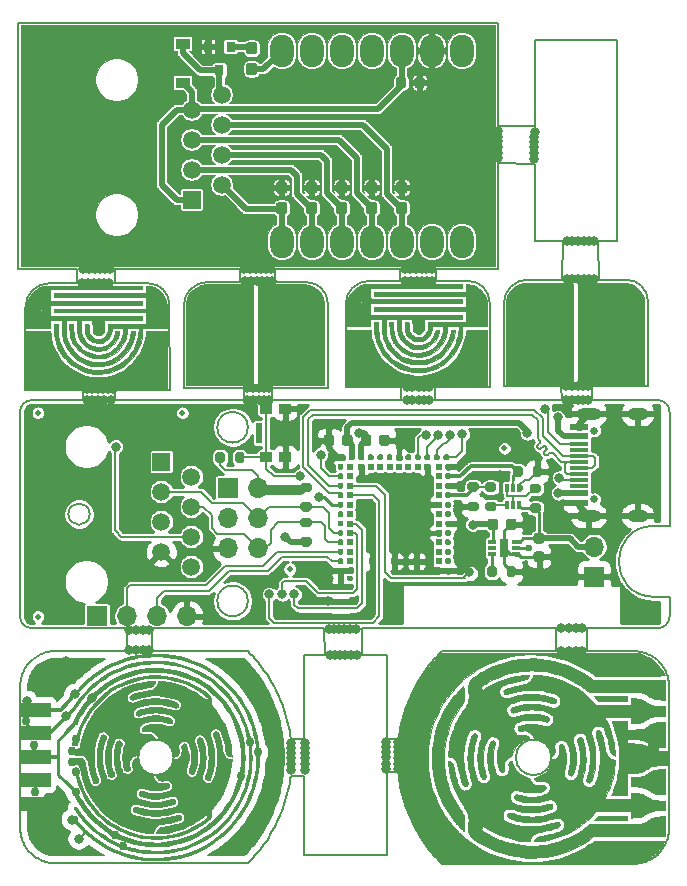
<source format=gbr>
%TF.GenerationSoftware,KiCad,Pcbnew,(5.1.10)-1*%
%TF.CreationDate,2021-10-05T13:13:14-05:00*%
%TF.ProjectId,BYTE_PANELkicad_pcb,42595445-5f50-4414-9e45-4c6b69636164,v2.2*%
%TF.SameCoordinates,Original*%
%TF.FileFunction,Copper,L1,Top*%
%TF.FilePolarity,Positive*%
%FSLAX46Y46*%
G04 Gerber Fmt 4.6, Leading zero omitted, Abs format (unit mm)*
G04 Created by KiCad (PCBNEW (5.1.10)-1) date 2021-10-05 13:13:14*
%MOMM*%
%LPD*%
G01*
G04 APERTURE LIST*
%TA.AperFunction,Profile*%
%ADD10C,0.200000*%
%TD*%
%TA.AperFunction,EtchedComponent*%
%ADD11C,0.010000*%
%TD*%
%TA.AperFunction,ComponentPad*%
%ADD12C,1.000000*%
%TD*%
%TA.AperFunction,SMDPad,CuDef*%
%ADD13C,0.500000*%
%TD*%
%TA.AperFunction,ComponentPad*%
%ADD14O,1.700000X1.700000*%
%TD*%
%TA.AperFunction,ComponentPad*%
%ADD15R,1.700000X1.700000*%
%TD*%
%TA.AperFunction,SMDPad,CuDef*%
%ADD16R,0.550000X1.700000*%
%TD*%
%TA.AperFunction,SMDPad,CuDef*%
%ADD17R,1.000000X0.900000*%
%TD*%
%TA.AperFunction,SMDPad,CuDef*%
%ADD18R,0.400000X0.700000*%
%TD*%
%TA.AperFunction,SMDPad,CuDef*%
%ADD19R,1.650000X0.300000*%
%TD*%
%TA.AperFunction,SMDPad,CuDef*%
%ADD20R,1.650000X0.600000*%
%TD*%
%TA.AperFunction,ComponentPad*%
%ADD21C,0.650000*%
%TD*%
%TA.AperFunction,ComponentPad*%
%ADD22O,1.800000X1.000000*%
%TD*%
%TA.AperFunction,ComponentPad*%
%ADD23O,2.100000X1.000000*%
%TD*%
%TA.AperFunction,SMDPad,CuDef*%
%ADD24R,0.500000X0.500000*%
%TD*%
%TA.AperFunction,SMDPad,CuDef*%
%ADD25R,0.650000X1.650000*%
%TD*%
%TA.AperFunction,SMDPad,CuDef*%
%ADD26R,0.700000X0.300000*%
%TD*%
%TA.AperFunction,ComponentPad*%
%ADD27C,1.500000*%
%TD*%
%TA.AperFunction,ComponentPad*%
%ADD28R,1.500000X1.500000*%
%TD*%
%TA.AperFunction,SMDPad,CuDef*%
%ADD29C,0.100000*%
%TD*%
%TA.AperFunction,SMDPad,CuDef*%
%ADD30R,2.700000X1.200000*%
%TD*%
%TA.AperFunction,ComponentPad*%
%ADD31O,1.998980X2.748280*%
%TD*%
%TA.AperFunction,SMDPad,CuDef*%
%ADD32R,0.800000X0.900000*%
%TD*%
%TA.AperFunction,SMDPad,CuDef*%
%ADD33R,1.200000X0.900000*%
%TD*%
%TA.AperFunction,ViaPad*%
%ADD34C,0.800000*%
%TD*%
%TA.AperFunction,ViaPad*%
%ADD35C,0.750000*%
%TD*%
%TA.AperFunction,ViaPad*%
%ADD36C,1.500000*%
%TD*%
%TA.AperFunction,ViaPad*%
%ADD37C,0.600000*%
%TD*%
%TA.AperFunction,Conductor*%
%ADD38C,0.250000*%
%TD*%
%TA.AperFunction,Conductor*%
%ADD39C,0.200000*%
%TD*%
%TA.AperFunction,Conductor*%
%ADD40C,0.500000*%
%TD*%
%TA.AperFunction,Conductor*%
%ADD41C,0.300000*%
%TD*%
%TA.AperFunction,Conductor*%
%ADD42C,0.150000*%
%TD*%
%TA.AperFunction,Conductor*%
%ADD43C,0.254000*%
%TD*%
%TA.AperFunction,Conductor*%
%ADD44C,0.100000*%
%TD*%
%TA.AperFunction,NonConductor*%
%ADD45C,0.150000*%
%TD*%
%TA.AperFunction,NonConductor*%
%ADD46C,0.100000*%
%TD*%
%TA.AperFunction,Conductor*%
%ADD47C,0.025500*%
%TD*%
%TA.AperFunction,NonConductor*%
%ADD48C,0.025500*%
%TD*%
G04 APERTURE END LIST*
D10*
X145638100Y-94510004D02*
X145638100Y-96762180D01*
X142558100Y-96762180D02*
X142458100Y-94510004D01*
X145638100Y-96762180D02*
X147788100Y-96762180D01*
X162068100Y-94510004D02*
X145638100Y-94510004D01*
X147788100Y-96762180D02*
X147788100Y-103892180D01*
X140778100Y-103872180D02*
X140798100Y-96762180D01*
X157156100Y-55162180D02*
X160298100Y-55182180D01*
X160298100Y-51992180D02*
X157158100Y-51992180D01*
X160298100Y-61762180D02*
X160298100Y-55182180D01*
X157156100Y-43242180D02*
X157158100Y-51992180D01*
X162658100Y-61762180D02*
X162578100Y-65012180D01*
X165708100Y-65012180D02*
X165648100Y-61762180D01*
X167298100Y-61762180D02*
X165648100Y-61762180D01*
X168087294Y-65021970D02*
X165708100Y-65012180D01*
X148898100Y-64072180D02*
X148888100Y-65112180D01*
X151918100Y-64072180D02*
X151938100Y-65112180D01*
X154687294Y-65121970D02*
X151938100Y-65112180D01*
X157156100Y-64070180D02*
X151918100Y-64072180D01*
X162658100Y-61762180D02*
X160298100Y-61762180D01*
X160298100Y-51992180D02*
X160298100Y-44762180D01*
X160298100Y-44762180D02*
X167298100Y-44762180D01*
X167298100Y-44762180D02*
X167298100Y-61762180D01*
X147798100Y-106722180D02*
X147798100Y-113762180D01*
X140798100Y-96762180D02*
X142558100Y-96762180D01*
X140798100Y-113762180D02*
X140798100Y-107012180D01*
X147798100Y-113762180D02*
X140798100Y-113762180D01*
X138338100Y-65222180D02*
X138338100Y-64072180D01*
X135318100Y-64070180D02*
X135318100Y-65212180D01*
X135318100Y-65212180D02*
X132588100Y-65212180D01*
X148898100Y-64072180D02*
X138338100Y-64072180D01*
X124748100Y-64070180D02*
X124738100Y-65322180D01*
X121508100Y-65312180D02*
X121528100Y-64070180D01*
X135318100Y-64070180D02*
X124748100Y-64070180D01*
X127587294Y-65321970D02*
X124738100Y-65322180D01*
X162558100Y-74012180D02*
X162588100Y-75210004D01*
X165188100Y-75202180D02*
X165178100Y-74002180D01*
X165178100Y-74002180D02*
X169888100Y-74012180D01*
X165190000Y-75200004D02*
X170720000Y-75210004D01*
X151848100Y-74112180D02*
X151828100Y-75210004D01*
X149018100Y-75210004D02*
X149008100Y-74112180D01*
X151828100Y-75210004D02*
X162588100Y-75210004D01*
X151848100Y-74112180D02*
X156488100Y-74112180D01*
X138088100Y-74212180D02*
X138078100Y-75210004D01*
X135658100Y-74212180D02*
X135678100Y-75210004D01*
X138078100Y-75210004D02*
X149018100Y-75210004D01*
X130588100Y-74212180D02*
X135658100Y-74212180D01*
X122048100Y-75210004D02*
X122038100Y-74312180D01*
X124798100Y-75210004D02*
X124778100Y-74312180D01*
X124798100Y-75210004D02*
X135678100Y-75210004D01*
X124778100Y-74312180D02*
X129388100Y-74312180D01*
X169888100Y-74012180D02*
X169878310Y-66814500D01*
X157688100Y-74012180D02*
X157688100Y-67012180D01*
X157688100Y-74012180D02*
X162558100Y-74012180D01*
X157688100Y-67012180D02*
G75*
G02*
X159688100Y-65012180I2000000J0D01*
G01*
X168087294Y-65021969D02*
G75*
G02*
X169878309Y-66814499I806J-1790211D01*
G01*
X162578100Y-65012180D02*
X159688100Y-65012180D01*
X144288100Y-74112180D02*
X149008100Y-74112180D01*
X154687294Y-65121969D02*
G75*
G02*
X156478309Y-66914499I806J-1790211D01*
G01*
X156488100Y-74112180D02*
X156478310Y-66914500D01*
X148888100Y-65112180D02*
X146288100Y-65112180D01*
X144288100Y-67112180D02*
G75*
G02*
X146288100Y-65112180I2000000J0D01*
G01*
X144288100Y-74112180D02*
X144288100Y-67112180D01*
X138088100Y-74212180D02*
X142788100Y-74212180D01*
X140987294Y-65221969D02*
G75*
G02*
X142778309Y-67014499I806J-1790211D01*
G01*
X142788100Y-74212180D02*
X142778310Y-67014500D01*
X140985780Y-65221970D02*
X138338100Y-65222180D01*
X130588100Y-67212180D02*
G75*
G02*
X132588100Y-65212180I2000000J0D01*
G01*
X130588100Y-74212180D02*
X130588100Y-67212180D01*
X162068100Y-94510004D02*
X162068100Y-96462228D01*
X164768100Y-94510004D02*
X164768100Y-96462228D01*
X142458100Y-94510004D02*
X127868100Y-94510004D01*
X162068100Y-96462228D02*
X152439691Y-96462228D01*
X125768100Y-94510004D02*
X125768100Y-96442180D01*
X127868100Y-96442180D02*
X127868100Y-94510004D01*
X170720000Y-94510004D02*
X164768100Y-94510004D01*
X135996509Y-96442180D02*
X127868100Y-96442180D01*
X121508100Y-65312180D02*
X119188100Y-65312180D01*
X117188100Y-74312180D02*
X122038100Y-74312180D01*
X129388100Y-74312180D02*
X129378310Y-67114500D01*
X117188100Y-67312180D02*
G75*
G02*
X119188100Y-65312180I2000000J0D01*
G01*
X127587294Y-65321969D02*
G75*
G02*
X129378309Y-67114499I806J-1790211D01*
G01*
X117188100Y-74312180D02*
X117188100Y-67312180D01*
X149664215Y-100587209D02*
X149547799Y-100875525D01*
X149788569Y-100301830D02*
X149664215Y-100587209D01*
X151018880Y-98140002D02*
X150841610Y-98397203D01*
X148785800Y-103890832D02*
X147788100Y-103892180D01*
X147798100Y-106722180D02*
X148751404Y-106721733D01*
X149338778Y-101460413D02*
X149243528Y-101756746D01*
X150669631Y-98658399D02*
X150505589Y-98923432D01*
X148830779Y-103580469D02*
X148785800Y-103890832D01*
X151791463Y-97153663D02*
X151587734Y-97393613D01*
X148785800Y-107033576D02*
X148830779Y-107343939D01*
X149547799Y-100875525D02*
X149439320Y-101166646D01*
X150505589Y-98923432D02*
X150349485Y-99192195D01*
X149076841Y-102356449D02*
X149002758Y-102659582D01*
X149243528Y-101756746D02*
X149156216Y-102055460D01*
X151391942Y-97638088D02*
X151201443Y-97886928D01*
X168690379Y-96462228D02*
X164768100Y-96462228D01*
X168986712Y-96476886D02*
X168838545Y-96465906D01*
X151587734Y-97393613D02*
X151391942Y-97638088D01*
X152439691Y-96462228D02*
X152217441Y-96687838D01*
X149664215Y-110337199D02*
X149788569Y-110622578D01*
X149918215Y-110904914D02*
X150053152Y-111184049D01*
X149076841Y-108567959D02*
X149156216Y-108868948D01*
X149243528Y-109167662D02*
X149338778Y-109463995D01*
X149156216Y-108868948D02*
X149243528Y-109167662D01*
X149002758Y-108264826D02*
X149076841Y-108567959D01*
X150198673Y-111459851D02*
X150349485Y-111732213D01*
X149788569Y-110622578D02*
X149918215Y-110904914D01*
X169560857Y-114332508D02*
X169701086Y-114286523D01*
X148936612Y-102964707D02*
X148881050Y-103271716D01*
X169277753Y-114404025D02*
X169420628Y-114371719D01*
X170230252Y-114036598D02*
X170354606Y-113958149D01*
X149439320Y-109757762D02*
X149547799Y-110048883D01*
X149547799Y-110048883D02*
X149664215Y-110337199D01*
X169970961Y-114174552D02*
X170100606Y-114108776D01*
X169132233Y-114429319D02*
X169277753Y-114404025D01*
X149338778Y-109463995D02*
X149439320Y-109757762D01*
X170473668Y-113873536D02*
X170590085Y-113782810D01*
X168838545Y-114458502D02*
X168986712Y-114447522D01*
X148881050Y-107652692D02*
X148936612Y-107959701D01*
X150053152Y-111184049D02*
X150198673Y-111459851D01*
X171598146Y-112193460D02*
X171629896Y-112050188D01*
X148936612Y-107959701D02*
X149002758Y-108264826D01*
X149918215Y-100019494D02*
X149788569Y-100301830D01*
X169701086Y-96637885D02*
X169560857Y-96591900D01*
X152000483Y-96918369D02*
X151791463Y-97153663D01*
X148881050Y-103271716D02*
X148830779Y-103580469D01*
X150198673Y-99464557D02*
X150053152Y-99740359D01*
X168838545Y-96465906D02*
X168690379Y-96462228D01*
X152217441Y-96687838D02*
X152000483Y-96918369D01*
X171598146Y-98730948D02*
X171558459Y-98589713D01*
X150841610Y-98397203D02*
X150669631Y-98658399D01*
X171460563Y-98314150D02*
X171402355Y-98180351D01*
X151201443Y-97886928D02*
X151018880Y-98140002D01*
X150053152Y-99740359D02*
X149918215Y-100019494D01*
X148751404Y-106721733D02*
X148785800Y-107033576D01*
X149002758Y-102659582D02*
X148936612Y-102964707D01*
X149439320Y-101166646D02*
X149338778Y-101460413D01*
X150349485Y-99192195D02*
X150198673Y-99464557D01*
X169836023Y-96690563D02*
X169701086Y-96637885D01*
X148830779Y-107343939D02*
X148881050Y-107652692D01*
X149156216Y-102055460D02*
X149076841Y-102356449D01*
X171685459Y-99313454D02*
X171674875Y-99165711D01*
X169701086Y-114286523D02*
X169836023Y-114233845D01*
X152000483Y-114006039D02*
X152217441Y-114236570D01*
X151587734Y-113530795D02*
X151791463Y-113770745D01*
X151018880Y-112784406D02*
X151201443Y-113037480D01*
X171185397Y-113126591D02*
X171264772Y-113002476D01*
X171558459Y-112334695D02*
X171598146Y-112193460D01*
X171402355Y-112744057D02*
X171460563Y-112610258D01*
X150841610Y-112527205D02*
X151018880Y-112784406D01*
X150349485Y-111732213D02*
X150505589Y-112000976D01*
X168986712Y-114447522D02*
X169132233Y-114429319D01*
X170100606Y-114108776D02*
X170230252Y-114036598D01*
X150505589Y-112000976D02*
X150669631Y-112266009D01*
X171685459Y-111610954D02*
X171688104Y-111462206D01*
X161707278Y-105453754D02*
G75*
G03*
X161707278Y-105453754I-1500000J0D01*
G01*
X152217441Y-114236570D02*
X152439691Y-114462180D01*
X171656354Y-111905197D02*
X171674875Y-111758697D01*
X170590085Y-113782810D02*
X170703856Y-113686105D01*
X171629896Y-112050188D02*
X171656354Y-111905197D01*
X171100730Y-113247003D02*
X171185397Y-113126591D01*
X150669631Y-112266009D02*
X150841610Y-112527205D01*
X171674875Y-111758697D02*
X171685459Y-111610954D01*
X171336209Y-112874867D02*
X171402355Y-112744057D01*
X169836023Y-114233845D02*
X169970961Y-114174552D01*
X170230252Y-96887810D02*
X170100606Y-96815632D01*
X169132233Y-96495089D02*
X168986712Y-96476886D01*
X171688104Y-99462202D02*
X171685459Y-99313454D01*
X169970961Y-96749856D02*
X169836023Y-96690563D01*
X171010772Y-97560935D02*
X170912876Y-97448699D01*
X171264772Y-97921932D02*
X171185397Y-97797817D01*
X170473668Y-97050872D02*
X170354606Y-96966259D01*
X169560857Y-96591900D02*
X169420628Y-96552689D01*
X171674875Y-99165711D02*
X171656354Y-99019211D01*
X171185397Y-97797817D02*
X171100730Y-97677405D01*
X169277753Y-96520383D02*
X169132233Y-96495089D01*
X168690379Y-114462180D02*
X168838545Y-114458502D01*
X151391942Y-113286320D02*
X151587734Y-113530795D01*
X169420628Y-114371719D02*
X169560857Y-114332508D01*
X151791463Y-113770745D02*
X152000483Y-114006039D01*
X171460563Y-112610258D02*
X171513480Y-112473706D01*
X171010772Y-113363473D02*
X171100730Y-113247003D01*
X170703856Y-113686105D02*
X170809689Y-113583525D01*
X171513480Y-112473706D02*
X171558459Y-112334695D01*
X151201443Y-113037480D02*
X151391942Y-113286320D01*
X170912876Y-113475709D02*
X171010772Y-113363473D01*
X152439691Y-114462180D02*
X168690379Y-114462180D01*
X170354606Y-113958149D02*
X170473668Y-113873536D01*
X171264772Y-113002476D02*
X171336209Y-112874867D01*
X170809689Y-113583525D02*
X170912876Y-113475709D01*
X171402355Y-98180351D02*
X171336209Y-98049541D01*
X170703856Y-97238303D02*
X170590085Y-97141598D01*
X169420628Y-96552689D02*
X169277753Y-96520383D01*
X171336209Y-98049541D02*
X171264772Y-97921932D01*
X170354606Y-96966259D02*
X170230252Y-96887810D01*
X171629896Y-98874220D02*
X171598146Y-98730948D01*
X171688104Y-111462206D02*
X171688104Y-99462202D01*
X170912876Y-97448699D02*
X170809689Y-97340883D01*
X170809689Y-97340883D02*
X170703856Y-97238303D01*
X170590085Y-97141598D02*
X170473668Y-97050872D01*
X171656354Y-99019211D02*
X171629896Y-98874220D01*
X170100606Y-96815632D02*
X169970961Y-96749856D01*
X171558459Y-98589713D02*
X171513480Y-98450702D01*
X171100730Y-97677405D02*
X171010772Y-97560935D01*
X171513480Y-98450702D02*
X171460563Y-98314150D01*
X117720000Y-94510004D02*
G75*
G02*
X116720000Y-93510004I0J1000000D01*
G01*
X170720000Y-75210004D02*
G75*
G02*
X171720000Y-76210004I0J-1000000D01*
G01*
X170420000Y-91860004D02*
X171720000Y-91860004D01*
X125768100Y-94510004D02*
X117720000Y-94510004D01*
X116720000Y-76210004D02*
G75*
G02*
X117720000Y-75210004I1000000J0D01*
G01*
X122620000Y-84860004D02*
G75*
G03*
X122620000Y-84860004I-900000J0D01*
G01*
X136020001Y-77510004D02*
G75*
G03*
X136020001Y-77510004I-1300001J0D01*
G01*
X170420000Y-91860004D02*
G75*
G02*
X170420000Y-85860004I0J3000000D01*
G01*
X136020001Y-92210004D02*
G75*
G03*
X136020001Y-92210004I-1300001J0D01*
G01*
X171720000Y-91860004D02*
X171720000Y-93510004D01*
X171720000Y-93510004D02*
G75*
G02*
X170720000Y-94510004I-1000000J0D01*
G01*
X116720000Y-93510004D02*
X116720000Y-76210004D01*
X171720000Y-85860004D02*
X170420000Y-85860004D01*
X117720000Y-75210004D02*
X122048100Y-75210004D01*
X171720000Y-76210004D02*
X171720000Y-85860004D01*
X116748096Y-99442154D02*
X116748096Y-111442158D01*
X116806304Y-112030140D02*
X116838054Y-112173412D01*
X118081594Y-113938101D02*
X118205948Y-114016550D01*
X119015572Y-114351671D02*
X119158447Y-114383977D01*
X117099991Y-112854819D02*
X117171428Y-112982428D01*
X117732344Y-113666057D02*
X117846115Y-113762762D01*
X117033845Y-112724009D02*
X117099991Y-112854819D01*
X117962532Y-113853488D02*
X118081594Y-113938101D01*
X116761325Y-111738649D02*
X116779846Y-111885149D01*
X117250803Y-113106543D02*
X117335470Y-113226955D01*
X119158447Y-114383977D02*
X119303967Y-114409271D01*
X118205948Y-114016550D02*
X118335594Y-114088728D01*
X117171428Y-112982428D02*
X117250803Y-113106543D01*
X118875343Y-114312460D02*
X119015572Y-114351671D01*
X117425428Y-113343425D02*
X117523324Y-113455661D01*
X118465239Y-114154504D02*
X118600177Y-114213797D01*
X116748096Y-111442158D02*
X116750741Y-111590906D01*
X119303967Y-114409271D02*
X119449488Y-114427474D01*
X116922720Y-112453658D02*
X116975637Y-112590210D01*
X117335470Y-113226955D02*
X117425428Y-113343425D01*
X116877741Y-112314647D02*
X116922720Y-112453658D01*
X118335594Y-114088728D02*
X118465239Y-114154504D01*
X116779846Y-111885149D02*
X116806304Y-112030140D01*
X117846115Y-113762762D02*
X117962532Y-113853488D01*
X117626511Y-113563477D02*
X117732344Y-113666057D01*
X117523324Y-113455661D02*
X117626511Y-113563477D01*
X116750741Y-111590906D02*
X116761325Y-111738649D01*
X116975637Y-112590210D02*
X117033845Y-112724009D01*
X118735114Y-114266475D02*
X118875343Y-114312460D01*
X116838054Y-112173412D02*
X116877741Y-112314647D01*
X118600177Y-114213797D02*
X118735114Y-114266475D01*
X119597655Y-114438454D02*
X119745821Y-114442132D01*
X139555150Y-107632644D02*
X139605421Y-107323891D01*
X136218759Y-114216522D02*
X136435717Y-113985991D01*
X136435717Y-113985991D02*
X136644737Y-113750697D01*
X137234757Y-113017432D02*
X137417320Y-112764358D01*
X137594590Y-112507157D02*
X137766569Y-112245961D01*
X138086715Y-111712165D02*
X138237527Y-111439803D01*
X138237527Y-111439803D02*
X138383048Y-111164001D01*
X138517985Y-110884866D02*
X138647631Y-110602530D01*
X139279984Y-108848900D02*
X139359359Y-108547911D01*
X138996880Y-109737714D02*
X139097422Y-109443947D01*
X139433442Y-108244778D02*
X139499588Y-107939653D01*
X139605421Y-103560421D02*
X139555150Y-103251668D01*
X140778100Y-103872180D02*
X139650400Y-103870784D01*
X138383048Y-111164001D02*
X138517985Y-110884866D01*
X139097422Y-109443947D02*
X139192672Y-109147614D01*
X139650400Y-107013528D02*
X140798100Y-107012180D01*
X139359359Y-108547911D02*
X139433442Y-108244778D01*
X135996509Y-114442132D02*
X136218759Y-114216522D01*
X136644737Y-113750697D02*
X136848466Y-113510747D01*
X136848466Y-113510747D02*
X137044258Y-113266272D01*
X137417320Y-112764358D02*
X137594590Y-112507157D01*
X138647631Y-110602530D02*
X138771985Y-110317151D01*
X138771985Y-110317151D02*
X138888401Y-110028835D01*
X119449488Y-114427474D02*
X119597655Y-114438454D01*
X119745821Y-114442132D02*
X135996509Y-114442132D01*
X137044258Y-113266272D02*
X137234757Y-113017432D01*
X137930611Y-111980928D02*
X138086715Y-111712165D01*
X139192672Y-109147614D02*
X139279984Y-108848900D01*
X139650400Y-103870784D02*
X139605421Y-103560421D01*
X138888401Y-110028835D02*
X138996880Y-109737714D01*
X139605421Y-107323891D02*
X139650400Y-107013528D01*
X137766569Y-112245961D02*
X137930611Y-111980928D01*
X139499588Y-107939653D02*
X139555150Y-107632644D01*
X139279984Y-102035412D02*
X139192672Y-101736698D01*
X138647631Y-100281782D02*
X138517985Y-99999446D01*
X138237527Y-99444509D02*
X138086715Y-99172147D01*
X139555150Y-103251668D02*
X139499588Y-102944659D01*
X139499588Y-102944659D02*
X139433442Y-102639534D01*
X139433442Y-102639534D02*
X139359359Y-102336401D01*
X138996880Y-101146598D02*
X138888401Y-100855477D01*
X138771985Y-100567161D02*
X138647631Y-100281782D01*
X139192672Y-101736698D02*
X139097422Y-101440365D01*
X139359359Y-102336401D02*
X139279984Y-102035412D01*
X139097422Y-101440365D02*
X138996880Y-101146598D01*
X138888401Y-100855477D02*
X138771985Y-100567161D01*
X138383048Y-99720311D02*
X138237527Y-99444509D01*
X138517985Y-99999446D02*
X138383048Y-99720311D01*
X116838054Y-98710900D02*
X116806304Y-98854172D01*
X119597655Y-96445858D02*
X119449488Y-96456838D01*
X117962532Y-97030824D02*
X117846115Y-97121550D01*
X119303967Y-96475041D02*
X119158447Y-96500335D01*
X118465239Y-96729808D02*
X118335594Y-96795584D01*
X118205948Y-96867762D02*
X118081594Y-96946211D01*
X119158447Y-96500335D02*
X119015572Y-96532641D01*
X118875343Y-96571852D02*
X118735114Y-96617837D01*
X116806304Y-98854172D02*
X116779846Y-98999163D01*
X138086715Y-99172147D02*
X137930611Y-98903384D01*
X136218759Y-96667790D02*
X135996509Y-96442180D01*
X137930611Y-98903384D02*
X137766569Y-98638351D01*
X137766569Y-98638351D02*
X137594590Y-98377155D01*
X118600177Y-96670515D02*
X118465239Y-96729808D01*
X137594590Y-98377155D02*
X137417320Y-98119954D01*
X137417320Y-98119954D02*
X137234757Y-97866880D01*
X116750741Y-99293406D02*
X116748096Y-99442154D01*
X136848466Y-97373565D02*
X136644737Y-97133615D01*
X117335470Y-97657357D02*
X117250803Y-97777769D01*
X117250803Y-97777769D02*
X117171428Y-97901884D01*
X117099991Y-98029493D02*
X117033845Y-98160303D01*
X116761325Y-99145663D02*
X116750741Y-99293406D01*
X136435717Y-96898321D02*
X136218759Y-96667790D01*
X118735114Y-96617837D02*
X118600177Y-96670515D01*
X118335594Y-96795584D02*
X118205948Y-96867762D01*
X117846115Y-97121550D02*
X117732344Y-97218255D01*
X116779846Y-98999163D02*
X116761325Y-99145663D01*
X129728922Y-105450606D02*
G75*
G03*
X129728922Y-105450606I-1500000J0D01*
G01*
X119449488Y-96456838D02*
X119303967Y-96475041D01*
X117033845Y-98160303D02*
X116975637Y-98294102D01*
X116877741Y-98569665D02*
X116838054Y-98710900D01*
X117732344Y-97218255D02*
X117626511Y-97320835D01*
X117523324Y-97428651D02*
X117425428Y-97540887D01*
X117425428Y-97540887D02*
X117335470Y-97657357D01*
X116975637Y-98294102D02*
X116922720Y-98430654D01*
X116922720Y-98430654D02*
X116877741Y-98569665D01*
X137234757Y-97866880D02*
X137044258Y-97618040D01*
X117171428Y-97901884D02*
X117099991Y-98029493D01*
X137044258Y-97618040D02*
X136848466Y-97373565D01*
X136644737Y-97133615D02*
X136435717Y-96898321D01*
X117626511Y-97320835D02*
X117523324Y-97428651D01*
X118081594Y-96946211D02*
X117962532Y-97030824D01*
X125768100Y-96442180D02*
X119745821Y-96442180D01*
X119015572Y-96532641D02*
X118875343Y-96571852D01*
X119745821Y-96442180D02*
X119597655Y-96445858D01*
X116516100Y-43242180D02*
X157156100Y-43242180D01*
X116516100Y-64070180D02*
X116516100Y-43242180D01*
X121528100Y-64070180D02*
X116516100Y-64070180D01*
X157156100Y-55162180D02*
X157156100Y-64070180D01*
D11*
%TO.C,J1*%
G36*
X118484634Y-69372515D02*
G01*
X118674003Y-69372996D01*
X118845784Y-69373757D01*
X118995888Y-69374764D01*
X119120222Y-69375983D01*
X119214699Y-69377383D01*
X119275226Y-69378927D01*
X119297714Y-69380584D01*
X119297767Y-69380669D01*
X119300581Y-69427613D01*
X119308244Y-69507052D01*
X119319586Y-69609579D01*
X119333436Y-69725788D01*
X119348625Y-69846270D01*
X119363982Y-69961619D01*
X119378338Y-70062426D01*
X119390523Y-70139285D01*
X119395381Y-70165528D01*
X119475319Y-70468056D01*
X119592825Y-70776978D01*
X119744797Y-71086936D01*
X119928134Y-71392574D01*
X120139732Y-71688534D01*
X120376491Y-71969458D01*
X120535436Y-72134597D01*
X120843335Y-72409341D01*
X121172981Y-72647781D01*
X121523988Y-72849698D01*
X121895967Y-73014873D01*
X122288531Y-73143086D01*
X122347375Y-73158656D01*
X122747499Y-73240301D01*
X123148002Y-73280900D01*
X123546202Y-73281578D01*
X123939420Y-73243463D01*
X124324977Y-73167680D01*
X124700191Y-73055355D01*
X125062383Y-72907614D01*
X125408874Y-72725583D01*
X125736982Y-72510388D01*
X126044028Y-72263155D01*
X126327331Y-71985009D01*
X126584213Y-71677078D01*
X126811992Y-71340486D01*
X126857229Y-71263922D01*
X126973969Y-71046460D01*
X127074980Y-70824562D01*
X127162604Y-70591086D01*
X127239182Y-70338893D01*
X127307055Y-70060842D01*
X127368564Y-69749793D01*
X127385477Y-69652805D01*
X127433101Y-69372347D01*
X129203767Y-69372347D01*
X129203767Y-74156014D01*
X117265767Y-74156014D01*
X117265767Y-69372347D01*
X118281767Y-69372347D01*
X118484634Y-69372515D01*
G37*
X118484634Y-69372515D02*
X118674003Y-69372996D01*
X118845784Y-69373757D01*
X118995888Y-69374764D01*
X119120222Y-69375983D01*
X119214699Y-69377383D01*
X119275226Y-69378927D01*
X119297714Y-69380584D01*
X119297767Y-69380669D01*
X119300581Y-69427613D01*
X119308244Y-69507052D01*
X119319586Y-69609579D01*
X119333436Y-69725788D01*
X119348625Y-69846270D01*
X119363982Y-69961619D01*
X119378338Y-70062426D01*
X119390523Y-70139285D01*
X119395381Y-70165528D01*
X119475319Y-70468056D01*
X119592825Y-70776978D01*
X119744797Y-71086936D01*
X119928134Y-71392574D01*
X120139732Y-71688534D01*
X120376491Y-71969458D01*
X120535436Y-72134597D01*
X120843335Y-72409341D01*
X121172981Y-72647781D01*
X121523988Y-72849698D01*
X121895967Y-73014873D01*
X122288531Y-73143086D01*
X122347375Y-73158656D01*
X122747499Y-73240301D01*
X123148002Y-73280900D01*
X123546202Y-73281578D01*
X123939420Y-73243463D01*
X124324977Y-73167680D01*
X124700191Y-73055355D01*
X125062383Y-72907614D01*
X125408874Y-72725583D01*
X125736982Y-72510388D01*
X126044028Y-72263155D01*
X126327331Y-71985009D01*
X126584213Y-71677078D01*
X126811992Y-71340486D01*
X126857229Y-71263922D01*
X126973969Y-71046460D01*
X127074980Y-70824562D01*
X127162604Y-70591086D01*
X127239182Y-70338893D01*
X127307055Y-70060842D01*
X127368564Y-69749793D01*
X127385477Y-69652805D01*
X127433101Y-69372347D01*
X129203767Y-69372347D01*
X129203767Y-74156014D01*
X117265767Y-74156014D01*
X117265767Y-69372347D01*
X118281767Y-69372347D01*
X118484634Y-69372515D01*
G36*
X127592829Y-65525942D02*
G01*
X127828197Y-65562161D01*
X128056985Y-65639950D01*
X128279389Y-65759407D01*
X128495607Y-65920631D01*
X128623605Y-66038597D01*
X128808649Y-66247822D01*
X128953375Y-66469452D01*
X129058171Y-66704261D01*
X129123424Y-66953024D01*
X129140229Y-67071983D01*
X129144639Y-67135191D01*
X129148739Y-67235116D01*
X129152426Y-67366141D01*
X129155594Y-67522652D01*
X129158137Y-67699032D01*
X129159950Y-67889665D01*
X129160927Y-68088935D01*
X129161067Y-68181722D01*
X129161434Y-69097180D01*
X127260155Y-69097180D01*
X127224260Y-69097180D01*
X127173460Y-69097180D01*
X127122660Y-69097180D01*
X127071860Y-69097180D01*
X127071860Y-69178460D01*
X127072409Y-69266514D01*
X127059096Y-69504639D01*
X127016788Y-69887255D01*
X126933917Y-70260980D01*
X126811795Y-70623145D01*
X126651732Y-70971080D01*
X126455039Y-71302117D01*
X126223028Y-71613585D01*
X125957010Y-71902815D01*
X125817100Y-72033431D01*
X125503756Y-72284017D01*
X125169334Y-72497957D01*
X124814699Y-72674807D01*
X124440719Y-72814123D01*
X124132686Y-72897233D01*
X124046490Y-72916041D01*
X123969580Y-72930435D01*
X123893772Y-72941119D01*
X123810887Y-72948794D01*
X123712740Y-72954164D01*
X123591152Y-72957930D01*
X123437940Y-72960796D01*
X123382934Y-72961609D01*
X123239880Y-72963185D01*
X123109267Y-72963758D01*
X122997622Y-72963370D01*
X122911468Y-72962061D01*
X122857333Y-72959872D01*
X122843184Y-72958217D01*
X122806340Y-72949557D01*
X122738219Y-72933933D01*
X122648853Y-72913635D01*
X122557434Y-72893010D01*
X122212976Y-72800599D01*
X121891844Y-72682021D01*
X121582860Y-72532479D01*
X121274845Y-72347172D01*
X121253770Y-72333228D01*
X121120079Y-72235490D01*
X120971427Y-72111944D01*
X120815986Y-71970639D01*
X120661926Y-71819625D01*
X120517418Y-71666950D01*
X120390633Y-71520664D01*
X120289742Y-71388814D01*
X120278577Y-71372597D01*
X120067029Y-71026975D01*
X119897319Y-70675841D01*
X119769241Y-70318617D01*
X119682589Y-69954724D01*
X119637156Y-69583585D01*
X119636497Y-69573430D01*
X119628810Y-69434064D01*
X119622386Y-69283328D01*
X119617857Y-69138533D01*
X119615855Y-69016987D01*
X119615819Y-69007222D01*
X119615267Y-68758514D01*
X119761169Y-68758514D01*
X119835400Y-68759360D01*
X119888740Y-68756820D01*
X119924300Y-68756820D01*
X119924300Y-68791995D01*
X119925030Y-68825650D01*
X119929210Y-68891773D01*
X119932001Y-68980504D01*
X119932948Y-69072453D01*
X119944783Y-69440506D01*
X119980496Y-69778398D01*
X120041250Y-70091689D01*
X120128203Y-70385942D01*
X120242517Y-70666715D01*
X120283364Y-70751234D01*
X120473674Y-71084839D01*
X120695726Y-71391352D01*
X120947488Y-71669203D01*
X121226927Y-71916821D01*
X121532010Y-72132636D01*
X121860705Y-72315079D01*
X122210980Y-72462579D01*
X122580801Y-72573565D01*
X122668579Y-72593799D01*
X122749505Y-72610240D01*
X122825710Y-72622444D01*
X122905736Y-72631013D01*
X122998123Y-72636547D01*
X123111415Y-72639646D01*
X123254152Y-72640912D01*
X123340600Y-72641045D01*
X123549407Y-72638806D01*
X123726566Y-72631064D01*
X123882573Y-72616282D01*
X124027927Y-72592920D01*
X124173127Y-72559442D01*
X124328670Y-72514308D01*
X124429993Y-72481439D01*
X124769410Y-72346138D01*
X125092520Y-72173626D01*
X125396043Y-71966970D01*
X125676699Y-71729237D01*
X125931209Y-71463494D01*
X126156293Y-71172809D01*
X126348670Y-70860249D01*
X126497229Y-70548083D01*
X126574887Y-70339011D01*
X126638478Y-70120580D01*
X126689923Y-69884242D01*
X126731143Y-69621452D01*
X126757869Y-69388222D01*
X126769970Y-69266514D01*
X126772140Y-69097180D01*
X126579100Y-69097180D01*
X125944100Y-69097180D01*
X125883140Y-69097180D01*
X125842500Y-69097180D01*
X125776460Y-69097180D01*
X125776460Y-69122580D01*
X125776460Y-69203860D01*
X125774767Y-69266514D01*
X125774767Y-69358991D01*
X125768209Y-69460161D01*
X125750158Y-69588351D01*
X125723045Y-69730602D01*
X125689303Y-69873958D01*
X125656353Y-69989798D01*
X125545991Y-70272521D01*
X125398402Y-70540811D01*
X125217551Y-70790013D01*
X125007398Y-71015469D01*
X124771908Y-71212525D01*
X124515043Y-71376524D01*
X124444656Y-71413471D01*
X124152622Y-71537562D01*
X123854018Y-71621730D01*
X123552239Y-71666973D01*
X123250679Y-71674288D01*
X122952731Y-71644671D01*
X122661790Y-71579119D01*
X122381248Y-71478629D01*
X122114500Y-71344198D01*
X121864940Y-71176823D01*
X121635962Y-70977501D01*
X121430958Y-70747228D01*
X121253324Y-70487001D01*
X121245566Y-70473812D01*
X121163291Y-70322798D01*
X121094966Y-70172869D01*
X121039091Y-70017672D01*
X120994166Y-69850852D01*
X120958690Y-69666058D01*
X120931162Y-69456934D01*
X120910083Y-69217129D01*
X120896737Y-68996639D01*
X120884515Y-68758514D01*
X121223934Y-68758514D01*
X121224300Y-69007222D01*
X121234290Y-69308586D01*
X121264341Y-69577842D01*
X121315987Y-69820949D01*
X121390763Y-70043863D01*
X121490204Y-70252542D01*
X121585235Y-70408302D01*
X121767408Y-70644668D01*
X121973877Y-70848443D01*
X122201119Y-71018946D01*
X122445613Y-71155495D01*
X122703837Y-71257410D01*
X122972269Y-71324011D01*
X123247387Y-71354615D01*
X123525668Y-71348544D01*
X123803592Y-71305114D01*
X124077635Y-71223647D01*
X124344277Y-71103460D01*
X124547100Y-70980874D01*
X124768891Y-70805207D01*
X124964338Y-70598917D01*
X125130914Y-70366381D01*
X125266092Y-70111975D01*
X125367343Y-69840075D01*
X125432141Y-69555057D01*
X125449168Y-69419059D01*
X125463346Y-69266514D01*
X125464040Y-69097180D01*
X125287934Y-69097180D01*
X124652934Y-69097180D01*
X124575040Y-69094640D01*
X124483600Y-69097180D01*
X124483600Y-69198780D01*
X124483600Y-69259740D01*
X124481060Y-69297840D01*
X124474807Y-69336991D01*
X124448726Y-69466471D01*
X124424709Y-69565807D01*
X124399209Y-69646818D01*
X124368681Y-69721320D01*
X124344078Y-69772618D01*
X124262843Y-69901410D01*
X124152522Y-70029300D01*
X124025000Y-70144736D01*
X123892162Y-70236166D01*
X123838191Y-70264373D01*
X123630964Y-70339518D01*
X123420581Y-70374549D01*
X123211703Y-70370379D01*
X123008990Y-70327922D01*
X122817102Y-70248093D01*
X122640699Y-70131806D01*
X122504369Y-70002711D01*
X122414846Y-69892607D01*
X122344539Y-69779705D01*
X122291114Y-69656749D01*
X122252235Y-69516485D01*
X122225565Y-69351656D01*
X122208770Y-69155008D01*
X122204527Y-69071252D01*
X122190991Y-68758514D01*
X122513182Y-68758514D01*
X122524069Y-68827305D01*
X122528656Y-68874065D01*
X122533419Y-68952762D01*
X122537839Y-69053006D01*
X122541393Y-69164408D01*
X122541830Y-69181847D01*
X122545316Y-69300243D01*
X122550204Y-69386115D01*
X122558092Y-69449270D01*
X122570578Y-69499517D01*
X122589261Y-69546663D01*
X122607354Y-69584014D01*
X122699580Y-69726054D01*
X122821858Y-69853682D01*
X122961959Y-69954584D01*
X122991350Y-69970633D01*
X123063593Y-70004623D01*
X123129769Y-70025822D01*
X123205980Y-70038001D01*
X123308328Y-70044929D01*
X123308850Y-70044953D01*
X123412856Y-70047553D01*
X123490655Y-70042869D01*
X123558027Y-70029024D01*
X123621103Y-70007817D01*
X123779377Y-69927077D01*
X123916843Y-69814818D01*
X124027168Y-69677688D01*
X124104017Y-69522332D01*
X124114793Y-69489721D01*
X124128969Y-69422663D01*
X124141944Y-69322994D01*
X124152674Y-69200438D01*
X124159873Y-69070722D01*
X124172527Y-68758514D01*
X127214100Y-68758514D01*
X127404600Y-68759360D01*
X127404600Y-68589180D01*
X127404600Y-67975347D01*
X127404600Y-67784000D01*
X127214100Y-67784847D01*
X119615267Y-67784847D01*
X119615267Y-67467347D01*
X127214100Y-67467347D01*
X127209982Y-67466500D01*
X127827819Y-67466500D01*
X127861238Y-67473048D01*
X127920826Y-67579851D01*
X128006519Y-67662207D01*
X128039270Y-67682115D01*
X128125358Y-67710480D01*
X128230631Y-67720682D01*
X128335784Y-67712190D01*
X128405405Y-67692204D01*
X128506069Y-67629362D01*
X128576727Y-67544778D01*
X128618483Y-67445417D01*
X128632445Y-67338244D01*
X128619718Y-67230223D01*
X128581408Y-67128321D01*
X128518620Y-67039501D01*
X128432462Y-66970729D01*
X128324038Y-66928971D01*
X128283156Y-66922260D01*
X128171082Y-66927813D01*
X128061516Y-66965076D01*
X127963857Y-67027692D01*
X127887501Y-67109302D01*
X127841848Y-67203550D01*
X127837106Y-67224008D01*
X127827819Y-67469040D01*
X127404600Y-67476660D01*
X127404600Y-67362360D01*
X127404600Y-67298014D01*
X127404600Y-66663014D01*
X127402060Y-66493680D01*
X127214100Y-66493680D01*
X119615267Y-66493680D01*
X119615267Y-66155014D01*
X127214100Y-66155014D01*
X127404600Y-66155860D01*
X127404600Y-65985680D01*
X127404600Y-65513747D01*
X127592829Y-65525942D01*
G37*
X127592829Y-65525942D02*
X127828197Y-65562161D01*
X128056985Y-65639950D01*
X128279389Y-65759407D01*
X128495607Y-65920631D01*
X128623605Y-66038597D01*
X128808649Y-66247822D01*
X128953375Y-66469452D01*
X129058171Y-66704261D01*
X129123424Y-66953024D01*
X129140229Y-67071983D01*
X129144639Y-67135191D01*
X129148739Y-67235116D01*
X129152426Y-67366141D01*
X129155594Y-67522652D01*
X129158137Y-67699032D01*
X129159950Y-67889665D01*
X129160927Y-68088935D01*
X129161067Y-68181722D01*
X129161434Y-69097180D01*
X127260155Y-69097180D01*
X127224260Y-69097180D01*
X127173460Y-69097180D01*
X127122660Y-69097180D01*
X127071860Y-69097180D01*
X127071860Y-69178460D01*
X127072409Y-69266514D01*
X127059096Y-69504639D01*
X127016788Y-69887255D01*
X126933917Y-70260980D01*
X126811795Y-70623145D01*
X126651732Y-70971080D01*
X126455039Y-71302117D01*
X126223028Y-71613585D01*
X125957010Y-71902815D01*
X125817100Y-72033431D01*
X125503756Y-72284017D01*
X125169334Y-72497957D01*
X124814699Y-72674807D01*
X124440719Y-72814123D01*
X124132686Y-72897233D01*
X124046490Y-72916041D01*
X123969580Y-72930435D01*
X123893772Y-72941119D01*
X123810887Y-72948794D01*
X123712740Y-72954164D01*
X123591152Y-72957930D01*
X123437940Y-72960796D01*
X123382934Y-72961609D01*
X123239880Y-72963185D01*
X123109267Y-72963758D01*
X122997622Y-72963370D01*
X122911468Y-72962061D01*
X122857333Y-72959872D01*
X122843184Y-72958217D01*
X122806340Y-72949557D01*
X122738219Y-72933933D01*
X122648853Y-72913635D01*
X122557434Y-72893010D01*
X122212976Y-72800599D01*
X121891844Y-72682021D01*
X121582860Y-72532479D01*
X121274845Y-72347172D01*
X121253770Y-72333228D01*
X121120079Y-72235490D01*
X120971427Y-72111944D01*
X120815986Y-71970639D01*
X120661926Y-71819625D01*
X120517418Y-71666950D01*
X120390633Y-71520664D01*
X120289742Y-71388814D01*
X120278577Y-71372597D01*
X120067029Y-71026975D01*
X119897319Y-70675841D01*
X119769241Y-70318617D01*
X119682589Y-69954724D01*
X119637156Y-69583585D01*
X119636497Y-69573430D01*
X119628810Y-69434064D01*
X119622386Y-69283328D01*
X119617857Y-69138533D01*
X119615855Y-69016987D01*
X119615819Y-69007222D01*
X119615267Y-68758514D01*
X119761169Y-68758514D01*
X119835400Y-68759360D01*
X119888740Y-68756820D01*
X119924300Y-68756820D01*
X119924300Y-68791995D01*
X119925030Y-68825650D01*
X119929210Y-68891773D01*
X119932001Y-68980504D01*
X119932948Y-69072453D01*
X119944783Y-69440506D01*
X119980496Y-69778398D01*
X120041250Y-70091689D01*
X120128203Y-70385942D01*
X120242517Y-70666715D01*
X120283364Y-70751234D01*
X120473674Y-71084839D01*
X120695726Y-71391352D01*
X120947488Y-71669203D01*
X121226927Y-71916821D01*
X121532010Y-72132636D01*
X121860705Y-72315079D01*
X122210980Y-72462579D01*
X122580801Y-72573565D01*
X122668579Y-72593799D01*
X122749505Y-72610240D01*
X122825710Y-72622444D01*
X122905736Y-72631013D01*
X122998123Y-72636547D01*
X123111415Y-72639646D01*
X123254152Y-72640912D01*
X123340600Y-72641045D01*
X123549407Y-72638806D01*
X123726566Y-72631064D01*
X123882573Y-72616282D01*
X124027927Y-72592920D01*
X124173127Y-72559442D01*
X124328670Y-72514308D01*
X124429993Y-72481439D01*
X124769410Y-72346138D01*
X125092520Y-72173626D01*
X125396043Y-71966970D01*
X125676699Y-71729237D01*
X125931209Y-71463494D01*
X126156293Y-71172809D01*
X126348670Y-70860249D01*
X126497229Y-70548083D01*
X126574887Y-70339011D01*
X126638478Y-70120580D01*
X126689923Y-69884242D01*
X126731143Y-69621452D01*
X126757869Y-69388222D01*
X126769970Y-69266514D01*
X126772140Y-69097180D01*
X126579100Y-69097180D01*
X125944100Y-69097180D01*
X125883140Y-69097180D01*
X125842500Y-69097180D01*
X125776460Y-69097180D01*
X125776460Y-69122580D01*
X125776460Y-69203860D01*
X125774767Y-69266514D01*
X125774767Y-69358991D01*
X125768209Y-69460161D01*
X125750158Y-69588351D01*
X125723045Y-69730602D01*
X125689303Y-69873958D01*
X125656353Y-69989798D01*
X125545991Y-70272521D01*
X125398402Y-70540811D01*
X125217551Y-70790013D01*
X125007398Y-71015469D01*
X124771908Y-71212525D01*
X124515043Y-71376524D01*
X124444656Y-71413471D01*
X124152622Y-71537562D01*
X123854018Y-71621730D01*
X123552239Y-71666973D01*
X123250679Y-71674288D01*
X122952731Y-71644671D01*
X122661790Y-71579119D01*
X122381248Y-71478629D01*
X122114500Y-71344198D01*
X121864940Y-71176823D01*
X121635962Y-70977501D01*
X121430958Y-70747228D01*
X121253324Y-70487001D01*
X121245566Y-70473812D01*
X121163291Y-70322798D01*
X121094966Y-70172869D01*
X121039091Y-70017672D01*
X120994166Y-69850852D01*
X120958690Y-69666058D01*
X120931162Y-69456934D01*
X120910083Y-69217129D01*
X120896737Y-68996639D01*
X120884515Y-68758514D01*
X121223934Y-68758514D01*
X121224300Y-69007222D01*
X121234290Y-69308586D01*
X121264341Y-69577842D01*
X121315987Y-69820949D01*
X121390763Y-70043863D01*
X121490204Y-70252542D01*
X121585235Y-70408302D01*
X121767408Y-70644668D01*
X121973877Y-70848443D01*
X122201119Y-71018946D01*
X122445613Y-71155495D01*
X122703837Y-71257410D01*
X122972269Y-71324011D01*
X123247387Y-71354615D01*
X123525668Y-71348544D01*
X123803592Y-71305114D01*
X124077635Y-71223647D01*
X124344277Y-71103460D01*
X124547100Y-70980874D01*
X124768891Y-70805207D01*
X124964338Y-70598917D01*
X125130914Y-70366381D01*
X125266092Y-70111975D01*
X125367343Y-69840075D01*
X125432141Y-69555057D01*
X125449168Y-69419059D01*
X125463346Y-69266514D01*
X125464040Y-69097180D01*
X125287934Y-69097180D01*
X124652934Y-69097180D01*
X124575040Y-69094640D01*
X124483600Y-69097180D01*
X124483600Y-69198780D01*
X124483600Y-69259740D01*
X124481060Y-69297840D01*
X124474807Y-69336991D01*
X124448726Y-69466471D01*
X124424709Y-69565807D01*
X124399209Y-69646818D01*
X124368681Y-69721320D01*
X124344078Y-69772618D01*
X124262843Y-69901410D01*
X124152522Y-70029300D01*
X124025000Y-70144736D01*
X123892162Y-70236166D01*
X123838191Y-70264373D01*
X123630964Y-70339518D01*
X123420581Y-70374549D01*
X123211703Y-70370379D01*
X123008990Y-70327922D01*
X122817102Y-70248093D01*
X122640699Y-70131806D01*
X122504369Y-70002711D01*
X122414846Y-69892607D01*
X122344539Y-69779705D01*
X122291114Y-69656749D01*
X122252235Y-69516485D01*
X122225565Y-69351656D01*
X122208770Y-69155008D01*
X122204527Y-69071252D01*
X122190991Y-68758514D01*
X122513182Y-68758514D01*
X122524069Y-68827305D01*
X122528656Y-68874065D01*
X122533419Y-68952762D01*
X122537839Y-69053006D01*
X122541393Y-69164408D01*
X122541830Y-69181847D01*
X122545316Y-69300243D01*
X122550204Y-69386115D01*
X122558092Y-69449270D01*
X122570578Y-69499517D01*
X122589261Y-69546663D01*
X122607354Y-69584014D01*
X122699580Y-69726054D01*
X122821858Y-69853682D01*
X122961959Y-69954584D01*
X122991350Y-69970633D01*
X123063593Y-70004623D01*
X123129769Y-70025822D01*
X123205980Y-70038001D01*
X123308328Y-70044929D01*
X123308850Y-70044953D01*
X123412856Y-70047553D01*
X123490655Y-70042869D01*
X123558027Y-70029024D01*
X123621103Y-70007817D01*
X123779377Y-69927077D01*
X123916843Y-69814818D01*
X124027168Y-69677688D01*
X124104017Y-69522332D01*
X124114793Y-69489721D01*
X124128969Y-69422663D01*
X124141944Y-69322994D01*
X124152674Y-69200438D01*
X124159873Y-69070722D01*
X124172527Y-68758514D01*
X127214100Y-68758514D01*
X127404600Y-68759360D01*
X127404600Y-68589180D01*
X127404600Y-67975347D01*
X127404600Y-67784000D01*
X127214100Y-67784847D01*
X119615267Y-67784847D01*
X119615267Y-67467347D01*
X127214100Y-67467347D01*
X127209982Y-67466500D01*
X127827819Y-67466500D01*
X127861238Y-67473048D01*
X127920826Y-67579851D01*
X128006519Y-67662207D01*
X128039270Y-67682115D01*
X128125358Y-67710480D01*
X128230631Y-67720682D01*
X128335784Y-67712190D01*
X128405405Y-67692204D01*
X128506069Y-67629362D01*
X128576727Y-67544778D01*
X128618483Y-67445417D01*
X128632445Y-67338244D01*
X128619718Y-67230223D01*
X128581408Y-67128321D01*
X128518620Y-67039501D01*
X128432462Y-66970729D01*
X128324038Y-66928971D01*
X128283156Y-66922260D01*
X128171082Y-66927813D01*
X128061516Y-66965076D01*
X127963857Y-67027692D01*
X127887501Y-67109302D01*
X127841848Y-67203550D01*
X127837106Y-67224008D01*
X127827819Y-67469040D01*
X127404600Y-67476660D01*
X127404600Y-67362360D01*
X127404600Y-67298014D01*
X127404600Y-66663014D01*
X127402060Y-66493680D01*
X127214100Y-66493680D01*
X119615267Y-66493680D01*
X119615267Y-66155014D01*
X127214100Y-66155014D01*
X127404600Y-66155860D01*
X127404600Y-65985680D01*
X127404600Y-65513747D01*
X127592829Y-65525942D01*
G36*
X127065934Y-65837514D02*
G01*
X119467100Y-65837514D01*
X119411220Y-65838360D01*
X119370580Y-65838360D01*
X119296920Y-65838360D01*
X119296920Y-65939960D01*
X119296920Y-65978060D01*
X119297767Y-66006847D01*
X119297767Y-66641847D01*
X119299460Y-66722280D01*
X119299460Y-66770540D01*
X119302000Y-66811180D01*
X119365500Y-66811180D01*
X119413760Y-66811180D01*
X119467100Y-66811180D01*
X127065934Y-66811180D01*
X127065934Y-67128680D01*
X119467100Y-67128680D01*
X119296920Y-67128680D01*
X119297767Y-67319180D01*
X119297767Y-67951625D01*
X119296920Y-68063400D01*
X119296920Y-68101500D01*
X119345180Y-68101500D01*
X119390900Y-68101500D01*
X119426460Y-68101500D01*
X119469782Y-68102347D01*
X127065934Y-68102347D01*
X127065934Y-68441014D01*
X123999322Y-68441014D01*
X123912100Y-68441860D01*
X123830820Y-68441860D01*
X123830820Y-68477420D01*
X123830820Y-68518060D01*
X123830820Y-68553620D01*
X123831955Y-68612633D01*
X123824403Y-69009913D01*
X123821590Y-69148933D01*
X123818571Y-69252549D01*
X123814402Y-69327683D01*
X123808140Y-69381258D01*
X123798843Y-69420197D01*
X123785568Y-69451422D01*
X123767372Y-69481855D01*
X123758234Y-69495767D01*
X123663296Y-69606018D01*
X123551056Y-69681798D01*
X123427863Y-69722199D01*
X123300068Y-69726316D01*
X123174021Y-69693243D01*
X123056072Y-69622074D01*
X123030140Y-69599654D01*
X122980373Y-69552209D01*
X122942716Y-69509345D01*
X122915198Y-69464087D01*
X122895849Y-69409460D01*
X122882696Y-69338488D01*
X122873768Y-69244196D01*
X122867095Y-69119607D01*
X122862558Y-69006635D01*
X122847532Y-68612531D01*
X122845300Y-68563780D01*
X122845300Y-68462180D01*
X122845300Y-68441860D01*
X122681878Y-68441014D01*
X122070600Y-68441014D01*
X121880100Y-68441860D01*
X121882058Y-68610347D01*
X121893142Y-69049555D01*
X121898229Y-69225186D01*
X121904345Y-69365594D01*
X121912588Y-69477890D01*
X121924051Y-69569186D01*
X121939830Y-69646592D01*
X121961021Y-69717218D01*
X121988717Y-69788177D01*
X122016483Y-69850367D01*
X122125753Y-70042674D01*
X122268068Y-70224704D01*
X122434143Y-70386229D01*
X122614688Y-70517024D01*
X122630539Y-70526476D01*
X122805418Y-70607485D01*
X123004890Y-70663343D01*
X123218924Y-70693257D01*
X123437489Y-70696432D01*
X123650555Y-70672076D01*
X123840295Y-70622167D01*
X124049244Y-70526841D01*
X124240926Y-70395998D01*
X124411515Y-70234264D01*
X124557188Y-70046265D01*
X124674119Y-69836626D01*
X124758484Y-69609973D01*
X124791016Y-69472382D01*
X124805811Y-69393514D01*
X125124054Y-69393514D01*
X125109497Y-69504639D01*
X125086647Y-69619064D01*
X125047591Y-69754436D01*
X124997738Y-69895302D01*
X124942499Y-70026211D01*
X124893729Y-70120904D01*
X124734452Y-70353857D01*
X124547767Y-70555670D01*
X124335702Y-70724682D01*
X124100285Y-70859228D01*
X123891561Y-70942566D01*
X123799619Y-70971175D01*
X123719812Y-70990961D01*
X123638974Y-71003966D01*
X123543935Y-71012232D01*
X123421528Y-71017800D01*
X123402003Y-71018463D01*
X123273729Y-71021552D01*
X123175254Y-71020456D01*
X123094166Y-71014230D01*
X123018057Y-71001933D01*
X122936336Y-70983081D01*
X122685318Y-70899281D01*
X122449094Y-70780223D01*
X122232304Y-70629865D01*
X122039586Y-70452164D01*
X121875579Y-70251077D01*
X121744921Y-70030561D01*
X121698739Y-69927280D01*
X121661467Y-69831213D01*
X121632569Y-69745025D01*
X121610817Y-69660746D01*
X121594979Y-69570408D01*
X121583826Y-69466042D01*
X121576128Y-69339680D01*
X121570655Y-69183354D01*
X121568137Y-69081305D01*
X121557547Y-68610347D01*
X121554980Y-68441860D01*
X121372100Y-68441014D01*
X120758267Y-68441014D01*
X120584700Y-68441860D01*
X120583429Y-68610347D01*
X120595104Y-69134222D01*
X120601135Y-69346213D01*
X120608980Y-69518690D01*
X120618827Y-69654443D01*
X120630862Y-69756259D01*
X120640104Y-69806264D01*
X120735347Y-70143969D01*
X120863116Y-70454968D01*
X121023259Y-70738918D01*
X121087493Y-70832629D01*
X121174330Y-70942905D01*
X121284619Y-71067650D01*
X121408014Y-71196330D01*
X121534172Y-71318411D01*
X121652748Y-71423362D01*
X121720339Y-71477018D01*
X121998611Y-71658516D01*
X122296576Y-71803311D01*
X122610240Y-71909755D01*
X122927850Y-71975109D01*
X123059916Y-71988045D01*
X123219434Y-71994669D01*
X123392019Y-71995139D01*
X123563288Y-71989613D01*
X123718856Y-71978246D01*
X123820483Y-71965357D01*
X124131813Y-71893895D01*
X124431233Y-71784150D01*
X124715651Y-71639208D01*
X124981973Y-71462154D01*
X125227106Y-71256072D01*
X125447958Y-71024049D01*
X125641436Y-70769168D01*
X125804446Y-70494516D01*
X125933897Y-70203178D01*
X126026694Y-69898238D01*
X126060091Y-69731353D01*
X126075840Y-69635325D01*
X126090230Y-69547479D01*
X126101024Y-69481484D01*
X126104152Y-69462305D01*
X126115352Y-69393514D01*
X126435811Y-69393514D01*
X126421349Y-69515222D01*
X126360326Y-69881779D01*
X126266662Y-70222786D01*
X126138868Y-70541361D01*
X125975454Y-70840621D01*
X125774931Y-71123682D01*
X125535808Y-71393661D01*
X125512024Y-71417744D01*
X125244197Y-71660841D01*
X124963370Y-71864663D01*
X124666434Y-72031099D01*
X124350275Y-72162036D01*
X124211748Y-72206679D01*
X123993146Y-72259979D01*
X123752673Y-72298419D01*
X123502735Y-72321201D01*
X123255741Y-72327526D01*
X123024102Y-72316594D01*
X122853767Y-72294094D01*
X122500905Y-72209045D01*
X122155281Y-72084024D01*
X121822673Y-71921368D01*
X121604934Y-71789171D01*
X121475996Y-71694102D01*
X121333853Y-71572362D01*
X121187699Y-71433202D01*
X121046731Y-71285870D01*
X120920144Y-71139617D01*
X120817134Y-71003692D01*
X120802454Y-70982013D01*
X120633620Y-70702311D01*
X120496285Y-70421038D01*
X120392934Y-70144010D01*
X120326056Y-69877040D01*
X120323306Y-69861745D01*
X120312840Y-69785367D01*
X120301710Y-69675218D01*
X120290459Y-69539840D01*
X120279632Y-69387780D01*
X120269773Y-69227580D01*
X120261427Y-69067785D01*
X120255138Y-68916939D01*
X120251451Y-68783587D01*
X120250736Y-68722750D01*
X120250267Y-68612902D01*
X120248100Y-68552180D01*
X120248100Y-68492180D01*
X120248100Y-68452180D01*
X120248100Y-68442180D01*
X120208100Y-68442180D01*
X120078378Y-68441014D01*
X119467100Y-68441014D01*
X119298100Y-68442180D01*
X119297767Y-68610347D01*
X119297767Y-69097180D01*
X117264920Y-69092779D01*
X117264920Y-67318502D01*
X117836853Y-67322903D01*
X117846363Y-67436474D01*
X117859780Y-67481844D01*
X117907191Y-67563243D01*
X117979124Y-67638741D01*
X118059276Y-67691238D01*
X118059517Y-67691346D01*
X118145983Y-67714304D01*
X118249970Y-67719842D01*
X118352251Y-67708426D01*
X118430264Y-67682337D01*
X118491178Y-67634735D01*
X118552790Y-67560581D01*
X118572809Y-67529815D01*
X118627077Y-67405461D01*
X118640673Y-67283791D01*
X118615173Y-67169978D01*
X118552154Y-67069193D01*
X118453193Y-66986607D01*
X118398184Y-66957143D01*
X118281183Y-66924168D01*
X118158812Y-66926195D01*
X118043288Y-66961527D01*
X117957497Y-67018362D01*
X117895334Y-67100022D01*
X117854148Y-67206144D01*
X117836853Y-67322903D01*
X117264920Y-67319629D01*
X117280160Y-66889920D01*
X117376680Y-66712120D01*
X117469355Y-66551185D01*
X117617683Y-66302473D01*
X117800387Y-66078256D01*
X117873896Y-66004300D01*
X118046794Y-65855074D01*
X118225349Y-65735702D01*
X118426316Y-65635185D01*
X118454690Y-65623043D01*
X118516335Y-65598264D01*
X118571694Y-65580027D01*
X118629910Y-65566829D01*
X118700127Y-65557165D01*
X118791490Y-65549530D01*
X118913143Y-65542420D01*
X118959100Y-65540053D01*
X119016885Y-65538197D01*
X119114651Y-65536381D01*
X119250046Y-65534617D01*
X119420718Y-65532915D01*
X119624315Y-65531285D01*
X119858484Y-65529739D01*
X120120875Y-65528287D01*
X120409134Y-65526938D01*
X120720909Y-65525704D01*
X121053848Y-65524595D01*
X121405600Y-65523622D01*
X121773811Y-65522795D01*
X122156131Y-65522124D01*
X122550206Y-65521620D01*
X122953686Y-65521294D01*
X123187142Y-65521192D01*
X127065934Y-65520014D01*
X127065934Y-65837514D01*
G37*
X127065934Y-65837514D02*
X119467100Y-65837514D01*
X119411220Y-65838360D01*
X119370580Y-65838360D01*
X119296920Y-65838360D01*
X119296920Y-65939960D01*
X119296920Y-65978060D01*
X119297767Y-66006847D01*
X119297767Y-66641847D01*
X119299460Y-66722280D01*
X119299460Y-66770540D01*
X119302000Y-66811180D01*
X119365500Y-66811180D01*
X119413760Y-66811180D01*
X119467100Y-66811180D01*
X127065934Y-66811180D01*
X127065934Y-67128680D01*
X119467100Y-67128680D01*
X119296920Y-67128680D01*
X119297767Y-67319180D01*
X119297767Y-67951625D01*
X119296920Y-68063400D01*
X119296920Y-68101500D01*
X119345180Y-68101500D01*
X119390900Y-68101500D01*
X119426460Y-68101500D01*
X119469782Y-68102347D01*
X127065934Y-68102347D01*
X127065934Y-68441014D01*
X123999322Y-68441014D01*
X123912100Y-68441860D01*
X123830820Y-68441860D01*
X123830820Y-68477420D01*
X123830820Y-68518060D01*
X123830820Y-68553620D01*
X123831955Y-68612633D01*
X123824403Y-69009913D01*
X123821590Y-69148933D01*
X123818571Y-69252549D01*
X123814402Y-69327683D01*
X123808140Y-69381258D01*
X123798843Y-69420197D01*
X123785568Y-69451422D01*
X123767372Y-69481855D01*
X123758234Y-69495767D01*
X123663296Y-69606018D01*
X123551056Y-69681798D01*
X123427863Y-69722199D01*
X123300068Y-69726316D01*
X123174021Y-69693243D01*
X123056072Y-69622074D01*
X123030140Y-69599654D01*
X122980373Y-69552209D01*
X122942716Y-69509345D01*
X122915198Y-69464087D01*
X122895849Y-69409460D01*
X122882696Y-69338488D01*
X122873768Y-69244196D01*
X122867095Y-69119607D01*
X122862558Y-69006635D01*
X122847532Y-68612531D01*
X122845300Y-68563780D01*
X122845300Y-68462180D01*
X122845300Y-68441860D01*
X122681878Y-68441014D01*
X122070600Y-68441014D01*
X121880100Y-68441860D01*
X121882058Y-68610347D01*
X121893142Y-69049555D01*
X121898229Y-69225186D01*
X121904345Y-69365594D01*
X121912588Y-69477890D01*
X121924051Y-69569186D01*
X121939830Y-69646592D01*
X121961021Y-69717218D01*
X121988717Y-69788177D01*
X122016483Y-69850367D01*
X122125753Y-70042674D01*
X122268068Y-70224704D01*
X122434143Y-70386229D01*
X122614688Y-70517024D01*
X122630539Y-70526476D01*
X122805418Y-70607485D01*
X123004890Y-70663343D01*
X123218924Y-70693257D01*
X123437489Y-70696432D01*
X123650555Y-70672076D01*
X123840295Y-70622167D01*
X124049244Y-70526841D01*
X124240926Y-70395998D01*
X124411515Y-70234264D01*
X124557188Y-70046265D01*
X124674119Y-69836626D01*
X124758484Y-69609973D01*
X124791016Y-69472382D01*
X124805811Y-69393514D01*
X125124054Y-69393514D01*
X125109497Y-69504639D01*
X125086647Y-69619064D01*
X125047591Y-69754436D01*
X124997738Y-69895302D01*
X124942499Y-70026211D01*
X124893729Y-70120904D01*
X124734452Y-70353857D01*
X124547767Y-70555670D01*
X124335702Y-70724682D01*
X124100285Y-70859228D01*
X123891561Y-70942566D01*
X123799619Y-70971175D01*
X123719812Y-70990961D01*
X123638974Y-71003966D01*
X123543935Y-71012232D01*
X123421528Y-71017800D01*
X123402003Y-71018463D01*
X123273729Y-71021552D01*
X123175254Y-71020456D01*
X123094166Y-71014230D01*
X123018057Y-71001933D01*
X122936336Y-70983081D01*
X122685318Y-70899281D01*
X122449094Y-70780223D01*
X122232304Y-70629865D01*
X122039586Y-70452164D01*
X121875579Y-70251077D01*
X121744921Y-70030561D01*
X121698739Y-69927280D01*
X121661467Y-69831213D01*
X121632569Y-69745025D01*
X121610817Y-69660746D01*
X121594979Y-69570408D01*
X121583826Y-69466042D01*
X121576128Y-69339680D01*
X121570655Y-69183354D01*
X121568137Y-69081305D01*
X121557547Y-68610347D01*
X121554980Y-68441860D01*
X121372100Y-68441014D01*
X120758267Y-68441014D01*
X120584700Y-68441860D01*
X120583429Y-68610347D01*
X120595104Y-69134222D01*
X120601135Y-69346213D01*
X120608980Y-69518690D01*
X120618827Y-69654443D01*
X120630862Y-69756259D01*
X120640104Y-69806264D01*
X120735347Y-70143969D01*
X120863116Y-70454968D01*
X121023259Y-70738918D01*
X121087493Y-70832629D01*
X121174330Y-70942905D01*
X121284619Y-71067650D01*
X121408014Y-71196330D01*
X121534172Y-71318411D01*
X121652748Y-71423362D01*
X121720339Y-71477018D01*
X121998611Y-71658516D01*
X122296576Y-71803311D01*
X122610240Y-71909755D01*
X122927850Y-71975109D01*
X123059916Y-71988045D01*
X123219434Y-71994669D01*
X123392019Y-71995139D01*
X123563288Y-71989613D01*
X123718856Y-71978246D01*
X123820483Y-71965357D01*
X124131813Y-71893895D01*
X124431233Y-71784150D01*
X124715651Y-71639208D01*
X124981973Y-71462154D01*
X125227106Y-71256072D01*
X125447958Y-71024049D01*
X125641436Y-70769168D01*
X125804446Y-70494516D01*
X125933897Y-70203178D01*
X126026694Y-69898238D01*
X126060091Y-69731353D01*
X126075840Y-69635325D01*
X126090230Y-69547479D01*
X126101024Y-69481484D01*
X126104152Y-69462305D01*
X126115352Y-69393514D01*
X126435811Y-69393514D01*
X126421349Y-69515222D01*
X126360326Y-69881779D01*
X126266662Y-70222786D01*
X126138868Y-70541361D01*
X125975454Y-70840621D01*
X125774931Y-71123682D01*
X125535808Y-71393661D01*
X125512024Y-71417744D01*
X125244197Y-71660841D01*
X124963370Y-71864663D01*
X124666434Y-72031099D01*
X124350275Y-72162036D01*
X124211748Y-72206679D01*
X123993146Y-72259979D01*
X123752673Y-72298419D01*
X123502735Y-72321201D01*
X123255741Y-72327526D01*
X123024102Y-72316594D01*
X122853767Y-72294094D01*
X122500905Y-72209045D01*
X122155281Y-72084024D01*
X121822673Y-71921368D01*
X121604934Y-71789171D01*
X121475996Y-71694102D01*
X121333853Y-71572362D01*
X121187699Y-71433202D01*
X121046731Y-71285870D01*
X120920144Y-71139617D01*
X120817134Y-71003692D01*
X120802454Y-70982013D01*
X120633620Y-70702311D01*
X120496285Y-70421038D01*
X120392934Y-70144010D01*
X120326056Y-69877040D01*
X120323306Y-69861745D01*
X120312840Y-69785367D01*
X120301710Y-69675218D01*
X120290459Y-69539840D01*
X120279632Y-69387780D01*
X120269773Y-69227580D01*
X120261427Y-69067785D01*
X120255138Y-68916939D01*
X120251451Y-68783587D01*
X120250736Y-68722750D01*
X120250267Y-68612902D01*
X120248100Y-68552180D01*
X120248100Y-68492180D01*
X120248100Y-68452180D01*
X120248100Y-68442180D01*
X120208100Y-68442180D01*
X120078378Y-68441014D01*
X119467100Y-68441014D01*
X119298100Y-68442180D01*
X119297767Y-68610347D01*
X119297767Y-69097180D01*
X117264920Y-69092779D01*
X117264920Y-67318502D01*
X117836853Y-67322903D01*
X117846363Y-67436474D01*
X117859780Y-67481844D01*
X117907191Y-67563243D01*
X117979124Y-67638741D01*
X118059276Y-67691238D01*
X118059517Y-67691346D01*
X118145983Y-67714304D01*
X118249970Y-67719842D01*
X118352251Y-67708426D01*
X118430264Y-67682337D01*
X118491178Y-67634735D01*
X118552790Y-67560581D01*
X118572809Y-67529815D01*
X118627077Y-67405461D01*
X118640673Y-67283791D01*
X118615173Y-67169978D01*
X118552154Y-67069193D01*
X118453193Y-66986607D01*
X118398184Y-66957143D01*
X118281183Y-66924168D01*
X118158812Y-66926195D01*
X118043288Y-66961527D01*
X117957497Y-67018362D01*
X117895334Y-67100022D01*
X117854148Y-67206144D01*
X117836853Y-67322903D01*
X117264920Y-67319629D01*
X117280160Y-66889920D01*
X117376680Y-66712120D01*
X117469355Y-66551185D01*
X117617683Y-66302473D01*
X117800387Y-66078256D01*
X117873896Y-66004300D01*
X118046794Y-65855074D01*
X118225349Y-65735702D01*
X118426316Y-65635185D01*
X118454690Y-65623043D01*
X118516335Y-65598264D01*
X118571694Y-65580027D01*
X118629910Y-65566829D01*
X118700127Y-65557165D01*
X118791490Y-65549530D01*
X118913143Y-65542420D01*
X118959100Y-65540053D01*
X119016885Y-65538197D01*
X119114651Y-65536381D01*
X119250046Y-65534617D01*
X119420718Y-65532915D01*
X119624315Y-65531285D01*
X119858484Y-65529739D01*
X120120875Y-65528287D01*
X120409134Y-65526938D01*
X120720909Y-65525704D01*
X121053848Y-65524595D01*
X121405600Y-65523622D01*
X121773811Y-65522795D01*
X122156131Y-65522124D01*
X122550206Y-65521620D01*
X122953686Y-65521294D01*
X123187142Y-65521192D01*
X127065934Y-65520014D01*
X127065934Y-65837514D01*
G36*
X151613830Y-105393774D02*
G01*
X151616808Y-105174575D01*
X151622541Y-104967936D01*
X151631030Y-104781644D01*
X151642276Y-104623484D01*
X151653440Y-104521103D01*
X151756287Y-103906829D01*
X151895577Y-103312878D01*
X152071086Y-102739771D01*
X152282592Y-102188029D01*
X152529872Y-101658172D01*
X152812702Y-101150720D01*
X153130862Y-100666196D01*
X153484126Y-100205119D01*
X153517030Y-100165513D01*
X153598436Y-100070057D01*
X153689477Y-99966487D01*
X153785923Y-99859280D01*
X153883547Y-99752912D01*
X153978120Y-99651858D01*
X154065415Y-99560595D01*
X154141201Y-99483598D01*
X154201251Y-99425344D01*
X154241337Y-99390309D01*
X154256869Y-99382346D01*
X154263694Y-99408038D01*
X154271966Y-99469009D01*
X154281198Y-99558247D01*
X154290903Y-99668742D01*
X154300594Y-99793484D01*
X154309785Y-99925462D01*
X154317988Y-100057665D01*
X154324717Y-100183082D01*
X154329486Y-100294704D01*
X154331806Y-100385519D01*
X154331192Y-100448516D01*
X154331070Y-100450913D01*
X154321319Y-100543320D01*
X154300438Y-100633978D01*
X154265552Y-100729098D01*
X154213790Y-100834889D01*
X154142276Y-100957559D01*
X154048139Y-101103318D01*
X153988103Y-101192036D01*
X153705997Y-101628011D01*
X153461382Y-102058432D01*
X153251223Y-102489973D01*
X153072481Y-102929305D01*
X152922120Y-103383100D01*
X152822126Y-103753263D01*
X152761237Y-104015438D01*
X152713067Y-104257617D01*
X152676418Y-104490263D01*
X152650094Y-104723834D01*
X152632896Y-104968793D01*
X152623629Y-105235600D01*
X152621078Y-105510096D01*
X152622948Y-105763381D01*
X152629057Y-105984307D01*
X152640154Y-106182705D01*
X152656986Y-106368406D01*
X152680302Y-106551241D01*
X152710850Y-106741041D01*
X152717722Y-106779749D01*
X152814775Y-107248160D01*
X152934212Y-107693133D01*
X153078794Y-108121364D01*
X153251280Y-108539551D01*
X153454429Y-108954391D01*
X153691001Y-109372579D01*
X153960649Y-109796176D01*
X154038128Y-109914067D01*
X154111895Y-110030199D01*
X154176833Y-110136223D01*
X154227825Y-110223790D01*
X154259033Y-110283009D01*
X154285437Y-110341620D01*
X154303673Y-110392184D01*
X154315420Y-110444966D01*
X154322356Y-110510230D01*
X154326162Y-110598241D01*
X154328315Y-110706513D01*
X154328640Y-110820585D01*
X154326269Y-110926947D01*
X154321626Y-111014535D01*
X154315132Y-111072285D01*
X154314194Y-111076930D01*
X154306708Y-111131761D01*
X154300432Y-111216898D01*
X154296061Y-111320318D01*
X154294320Y-111420888D01*
X154292615Y-111520038D01*
X154288853Y-111601685D01*
X154283577Y-111657733D01*
X154277332Y-111680086D01*
X154276894Y-111680180D01*
X154256012Y-111665549D01*
X154211397Y-111625125D01*
X154148149Y-111564113D01*
X154071365Y-111487718D01*
X153986147Y-111401145D01*
X153897592Y-111309597D01*
X153810799Y-111218280D01*
X153730869Y-111132397D01*
X153662900Y-111057155D01*
X153634021Y-111024013D01*
X153273471Y-110570726D01*
X152944131Y-110090331D01*
X152647226Y-109585603D01*
X152383980Y-109059317D01*
X152155619Y-108514247D01*
X151963366Y-107953168D01*
X151808445Y-107378855D01*
X151692082Y-106794081D01*
X151653747Y-106536680D01*
X151640221Y-106405638D01*
X151629442Y-106240437D01*
X151621413Y-106048864D01*
X151616134Y-105838705D01*
X151613606Y-105617746D01*
X151613830Y-105393774D01*
G37*
X151613830Y-105393774D02*
X151616808Y-105174575D01*
X151622541Y-104967936D01*
X151631030Y-104781644D01*
X151642276Y-104623484D01*
X151653440Y-104521103D01*
X151756287Y-103906829D01*
X151895577Y-103312878D01*
X152071086Y-102739771D01*
X152282592Y-102188029D01*
X152529872Y-101658172D01*
X152812702Y-101150720D01*
X153130862Y-100666196D01*
X153484126Y-100205119D01*
X153517030Y-100165513D01*
X153598436Y-100070057D01*
X153689477Y-99966487D01*
X153785923Y-99859280D01*
X153883547Y-99752912D01*
X153978120Y-99651858D01*
X154065415Y-99560595D01*
X154141201Y-99483598D01*
X154201251Y-99425344D01*
X154241337Y-99390309D01*
X154256869Y-99382346D01*
X154263694Y-99408038D01*
X154271966Y-99469009D01*
X154281198Y-99558247D01*
X154290903Y-99668742D01*
X154300594Y-99793484D01*
X154309785Y-99925462D01*
X154317988Y-100057665D01*
X154324717Y-100183082D01*
X154329486Y-100294704D01*
X154331806Y-100385519D01*
X154331192Y-100448516D01*
X154331070Y-100450913D01*
X154321319Y-100543320D01*
X154300438Y-100633978D01*
X154265552Y-100729098D01*
X154213790Y-100834889D01*
X154142276Y-100957559D01*
X154048139Y-101103318D01*
X153988103Y-101192036D01*
X153705997Y-101628011D01*
X153461382Y-102058432D01*
X153251223Y-102489973D01*
X153072481Y-102929305D01*
X152922120Y-103383100D01*
X152822126Y-103753263D01*
X152761237Y-104015438D01*
X152713067Y-104257617D01*
X152676418Y-104490263D01*
X152650094Y-104723834D01*
X152632896Y-104968793D01*
X152623629Y-105235600D01*
X152621078Y-105510096D01*
X152622948Y-105763381D01*
X152629057Y-105984307D01*
X152640154Y-106182705D01*
X152656986Y-106368406D01*
X152680302Y-106551241D01*
X152710850Y-106741041D01*
X152717722Y-106779749D01*
X152814775Y-107248160D01*
X152934212Y-107693133D01*
X153078794Y-108121364D01*
X153251280Y-108539551D01*
X153454429Y-108954391D01*
X153691001Y-109372579D01*
X153960649Y-109796176D01*
X154038128Y-109914067D01*
X154111895Y-110030199D01*
X154176833Y-110136223D01*
X154227825Y-110223790D01*
X154259033Y-110283009D01*
X154285437Y-110341620D01*
X154303673Y-110392184D01*
X154315420Y-110444966D01*
X154322356Y-110510230D01*
X154326162Y-110598241D01*
X154328315Y-110706513D01*
X154328640Y-110820585D01*
X154326269Y-110926947D01*
X154321626Y-111014535D01*
X154315132Y-111072285D01*
X154314194Y-111076930D01*
X154306708Y-111131761D01*
X154300432Y-111216898D01*
X154296061Y-111320318D01*
X154294320Y-111420888D01*
X154292615Y-111520038D01*
X154288853Y-111601685D01*
X154283577Y-111657733D01*
X154277332Y-111680086D01*
X154276894Y-111680180D01*
X154256012Y-111665549D01*
X154211397Y-111625125D01*
X154148149Y-111564113D01*
X154071365Y-111487718D01*
X153986147Y-111401145D01*
X153897592Y-111309597D01*
X153810799Y-111218280D01*
X153730869Y-111132397D01*
X153662900Y-111057155D01*
X153634021Y-111024013D01*
X153273471Y-110570726D01*
X152944131Y-110090331D01*
X152647226Y-109585603D01*
X152383980Y-109059317D01*
X152155619Y-108514247D01*
X151963366Y-107953168D01*
X151808445Y-107378855D01*
X151692082Y-106794081D01*
X151653747Y-106536680D01*
X151640221Y-106405638D01*
X151629442Y-106240437D01*
X151621413Y-106048864D01*
X151616134Y-105838705D01*
X151613606Y-105617746D01*
X151613830Y-105393774D01*
G36*
X165362683Y-100281369D02*
G01*
X165422098Y-100279405D01*
X165516843Y-100277584D01*
X165643417Y-100275937D01*
X165798319Y-100274494D01*
X165978046Y-100273286D01*
X166179098Y-100272343D01*
X166397973Y-100271696D01*
X166631169Y-100271376D01*
X166728517Y-100271346D01*
X168114934Y-100271346D01*
X168114934Y-100652346D01*
X165645915Y-100652346D01*
X165494008Y-100473946D01*
X165432895Y-100401147D01*
X165383529Y-100340384D01*
X165351506Y-100298674D01*
X165342100Y-100283446D01*
X165362683Y-100281369D01*
G37*
X165362683Y-100281369D02*
X165422098Y-100279405D01*
X165516843Y-100277584D01*
X165643417Y-100275937D01*
X165798319Y-100274494D01*
X165978046Y-100273286D01*
X166179098Y-100272343D01*
X166397973Y-100271696D01*
X166631169Y-100271376D01*
X166728517Y-100271346D01*
X168114934Y-100271346D01*
X168114934Y-100652346D01*
X165645915Y-100652346D01*
X165494008Y-100473946D01*
X165432895Y-100401147D01*
X165383529Y-100340384D01*
X165351506Y-100298674D01*
X165342100Y-100283446D01*
X165362683Y-100281369D01*
G36*
X165480295Y-110568930D02*
G01*
X165643636Y-110389013D01*
X168114934Y-110389013D01*
X168114934Y-110748846D01*
X165316955Y-110748846D01*
X165480295Y-110568930D01*
G37*
X165480295Y-110568930D02*
X165643636Y-110389013D01*
X168114934Y-110389013D01*
X168114934Y-110748846D01*
X165316955Y-110748846D01*
X165480295Y-110568930D01*
G36*
X148737903Y-105499513D02*
G01*
X148738273Y-105237971D01*
X148739078Y-105013442D01*
X148740660Y-104820608D01*
X148743361Y-104654149D01*
X148747523Y-104508746D01*
X148753489Y-104379079D01*
X148761601Y-104259829D01*
X148772202Y-104145677D01*
X148785632Y-104031304D01*
X148802235Y-103911389D01*
X148822353Y-103780614D01*
X148846328Y-103633659D01*
X148865234Y-103520430D01*
X149008008Y-102789250D01*
X149187910Y-102077841D01*
X149405323Y-101384956D01*
X149660629Y-100709346D01*
X149879693Y-100207846D01*
X150137672Y-99687389D01*
X150428345Y-99167653D01*
X150746871Y-98655743D01*
X151088409Y-98158768D01*
X151448115Y-97683834D01*
X151821150Y-97238048D01*
X152134128Y-96898680D01*
X152396094Y-96627665D01*
X160779389Y-96642750D01*
X169162684Y-96657834D01*
X169406100Y-96741199D01*
X169677416Y-96842998D01*
X169915687Y-96952767D01*
X170130129Y-97075952D01*
X170329956Y-97217999D01*
X170524381Y-97384355D01*
X170574994Y-97432078D01*
X170779108Y-97643839D01*
X170950389Y-97857928D01*
X171097351Y-98085744D01*
X171184624Y-98248090D01*
X171231405Y-98342622D01*
X171270369Y-98423765D01*
X171297970Y-98483950D01*
X171310661Y-98515611D01*
X171311100Y-98517965D01*
X171290333Y-98520063D01*
X171229631Y-98522091D01*
X171131391Y-98524033D01*
X170998012Y-98525876D01*
X170831890Y-98527605D01*
X170635426Y-98529205D01*
X170411015Y-98530663D01*
X170161056Y-98531965D01*
X169887948Y-98533094D01*
X169594087Y-98534038D01*
X169281872Y-98534783D01*
X168953701Y-98535312D01*
X168611972Y-98535613D01*
X168354943Y-98535680D01*
X165398785Y-98535680D01*
X165248734Y-98423251D01*
X164984320Y-98236359D01*
X164688753Y-98047242D01*
X164372450Y-97861702D01*
X164045825Y-97685540D01*
X163719291Y-97524557D01*
X163403264Y-97384554D01*
X163331267Y-97355173D01*
X162998601Y-97230931D01*
X162643800Y-97115032D01*
X162277670Y-97010294D01*
X161911021Y-96919533D01*
X161554660Y-96845568D01*
X161219397Y-96791217D01*
X161119350Y-96778546D01*
X161012881Y-96769007D01*
X160871459Y-96760722D01*
X160702445Y-96753784D01*
X160513204Y-96748287D01*
X160311099Y-96744323D01*
X160103493Y-96741985D01*
X159897750Y-96741367D01*
X159701233Y-96742561D01*
X159521305Y-96745661D01*
X159365330Y-96750760D01*
X159278940Y-96755274D01*
X158781808Y-96805326D01*
X158273683Y-96892337D01*
X157760372Y-97014411D01*
X157247683Y-97169649D01*
X156741423Y-97356154D01*
X156247399Y-97572029D01*
X155771418Y-97815377D01*
X155436100Y-98010868D01*
X155153032Y-98190811D01*
X154897615Y-98365905D01*
X154658525Y-98544844D01*
X154424434Y-98736326D01*
X154184017Y-98949044D01*
X154041244Y-99081773D01*
X153597195Y-99527745D01*
X153191487Y-99991576D01*
X152823888Y-100473687D01*
X152494166Y-100974498D01*
X152202088Y-101494427D01*
X151947423Y-102033895D01*
X151729938Y-102593320D01*
X151549400Y-103173123D01*
X151405577Y-103773723D01*
X151384308Y-103880263D01*
X151356666Y-104027987D01*
X151334294Y-104161442D01*
X151316104Y-104290184D01*
X151301006Y-104423763D01*
X151287910Y-104571734D01*
X151275726Y-104743649D01*
X151264344Y-104931893D01*
X151245671Y-105463961D01*
X151253065Y-105969345D01*
X151287497Y-106455453D01*
X151349942Y-106929695D01*
X151441370Y-107399480D01*
X151562755Y-107872216D01*
X151712818Y-108348736D01*
X151912863Y-108886782D01*
X152134825Y-109391899D01*
X152381814Y-109869083D01*
X152656939Y-110323331D01*
X152963308Y-110759639D01*
X153304031Y-111183004D01*
X153682217Y-111598422D01*
X153826042Y-111744899D01*
X154124656Y-112033237D01*
X154413891Y-112290611D01*
X154702815Y-112524160D01*
X155000496Y-112741024D01*
X155316003Y-112948342D01*
X155489017Y-113054084D01*
X156018530Y-113345956D01*
X156569805Y-113602387D01*
X157139801Y-113822244D01*
X157725480Y-114004392D01*
X158323800Y-114147699D01*
X158526434Y-114186805D01*
X158678791Y-114213625D01*
X158816382Y-114235631D01*
X158945856Y-114253280D01*
X159073859Y-114267033D01*
X159207039Y-114277348D01*
X159352043Y-114284685D01*
X159515519Y-114289502D01*
X159704115Y-114292259D01*
X159924478Y-114293416D01*
X160071600Y-114293533D01*
X160299186Y-114293128D01*
X160491453Y-114291687D01*
X160655414Y-114288640D01*
X160798080Y-114283414D01*
X160926464Y-114275437D01*
X161047578Y-114264138D01*
X161168434Y-114248944D01*
X161296044Y-114229284D01*
X161437421Y-114204586D01*
X161599575Y-114174278D01*
X161648517Y-114164928D01*
X162243328Y-114030786D01*
X162822925Y-113859591D01*
X163384887Y-113652364D01*
X163926796Y-113410123D01*
X164446234Y-113133887D01*
X164940782Y-112824677D01*
X165113294Y-112704746D01*
X165395017Y-112503359D01*
X168305434Y-112510138D01*
X168772647Y-112511368D01*
X169197995Y-112512788D01*
X169581947Y-112514402D01*
X169924969Y-112516215D01*
X170227529Y-112518231D01*
X170490097Y-112520455D01*
X170713139Y-112522892D01*
X170897123Y-112525545D01*
X171042518Y-112528421D01*
X171149791Y-112531523D01*
X171219410Y-112534856D01*
X171251844Y-112538424D01*
X171253957Y-112539194D01*
X171268397Y-112551195D01*
X171272953Y-112569792D01*
X171265551Y-112601655D01*
X171244114Y-112653453D01*
X171206564Y-112731857D01*
X171172941Y-112799431D01*
X170997668Y-113103872D01*
X170790870Y-113380142D01*
X170552835Y-113627997D01*
X170283852Y-113847196D01*
X169984211Y-114037494D01*
X169654198Y-114198649D01*
X169391859Y-114298573D01*
X169162684Y-114376461D01*
X167829184Y-114390934D01*
X167702322Y-114392083D01*
X167535097Y-114393223D01*
X167329478Y-114394352D01*
X167087433Y-114395465D01*
X166810934Y-114396559D01*
X166501949Y-114397629D01*
X166162447Y-114398671D01*
X165794399Y-114399681D01*
X165399773Y-114400655D01*
X164980540Y-114401590D01*
X164538669Y-114402481D01*
X164076129Y-114403323D01*
X163594890Y-114404114D01*
X163096921Y-114404850D01*
X162584192Y-114405525D01*
X162058673Y-114406136D01*
X161522332Y-114406679D01*
X160977140Y-114407151D01*
X160425066Y-114407546D01*
X159868079Y-114407862D01*
X159446716Y-114408044D01*
X152397749Y-114410680D01*
X152226975Y-114236055D01*
X151960257Y-113951173D01*
X151686310Y-113635749D01*
X151412457Y-113298991D01*
X151146022Y-112950111D01*
X150894330Y-112598318D01*
X150728595Y-112351830D01*
X150355463Y-111742887D01*
X150019790Y-111115375D01*
X149721365Y-110468736D01*
X149459974Y-109802416D01*
X149235407Y-109115858D01*
X149047450Y-108408507D01*
X148895891Y-107679808D01*
X148855833Y-107446846D01*
X148830491Y-107290826D01*
X148809029Y-107154144D01*
X148791128Y-107031546D01*
X148776470Y-106917777D01*
X148764736Y-106807584D01*
X148755610Y-106695710D01*
X148748771Y-106576902D01*
X148743903Y-106445905D01*
X148740687Y-106297464D01*
X148738804Y-106126324D01*
X148737937Y-105927231D01*
X148737768Y-105694930D01*
X148737903Y-105499513D01*
G37*
X148737903Y-105499513D02*
X148738273Y-105237971D01*
X148739078Y-105013442D01*
X148740660Y-104820608D01*
X148743361Y-104654149D01*
X148747523Y-104508746D01*
X148753489Y-104379079D01*
X148761601Y-104259829D01*
X148772202Y-104145677D01*
X148785632Y-104031304D01*
X148802235Y-103911389D01*
X148822353Y-103780614D01*
X148846328Y-103633659D01*
X148865234Y-103520430D01*
X149008008Y-102789250D01*
X149187910Y-102077841D01*
X149405323Y-101384956D01*
X149660629Y-100709346D01*
X149879693Y-100207846D01*
X150137672Y-99687389D01*
X150428345Y-99167653D01*
X150746871Y-98655743D01*
X151088409Y-98158768D01*
X151448115Y-97683834D01*
X151821150Y-97238048D01*
X152134128Y-96898680D01*
X152396094Y-96627665D01*
X160779389Y-96642750D01*
X169162684Y-96657834D01*
X169406100Y-96741199D01*
X169677416Y-96842998D01*
X169915687Y-96952767D01*
X170130129Y-97075952D01*
X170329956Y-97217999D01*
X170524381Y-97384355D01*
X170574994Y-97432078D01*
X170779108Y-97643839D01*
X170950389Y-97857928D01*
X171097351Y-98085744D01*
X171184624Y-98248090D01*
X171231405Y-98342622D01*
X171270369Y-98423765D01*
X171297970Y-98483950D01*
X171310661Y-98515611D01*
X171311100Y-98517965D01*
X171290333Y-98520063D01*
X171229631Y-98522091D01*
X171131391Y-98524033D01*
X170998012Y-98525876D01*
X170831890Y-98527605D01*
X170635426Y-98529205D01*
X170411015Y-98530663D01*
X170161056Y-98531965D01*
X169887948Y-98533094D01*
X169594087Y-98534038D01*
X169281872Y-98534783D01*
X168953701Y-98535312D01*
X168611972Y-98535613D01*
X168354943Y-98535680D01*
X165398785Y-98535680D01*
X165248734Y-98423251D01*
X164984320Y-98236359D01*
X164688753Y-98047242D01*
X164372450Y-97861702D01*
X164045825Y-97685540D01*
X163719291Y-97524557D01*
X163403264Y-97384554D01*
X163331267Y-97355173D01*
X162998601Y-97230931D01*
X162643800Y-97115032D01*
X162277670Y-97010294D01*
X161911021Y-96919533D01*
X161554660Y-96845568D01*
X161219397Y-96791217D01*
X161119350Y-96778546D01*
X161012881Y-96769007D01*
X160871459Y-96760722D01*
X160702445Y-96753784D01*
X160513204Y-96748287D01*
X160311099Y-96744323D01*
X160103493Y-96741985D01*
X159897750Y-96741367D01*
X159701233Y-96742561D01*
X159521305Y-96745661D01*
X159365330Y-96750760D01*
X159278940Y-96755274D01*
X158781808Y-96805326D01*
X158273683Y-96892337D01*
X157760372Y-97014411D01*
X157247683Y-97169649D01*
X156741423Y-97356154D01*
X156247399Y-97572029D01*
X155771418Y-97815377D01*
X155436100Y-98010868D01*
X155153032Y-98190811D01*
X154897615Y-98365905D01*
X154658525Y-98544844D01*
X154424434Y-98736326D01*
X154184017Y-98949044D01*
X154041244Y-99081773D01*
X153597195Y-99527745D01*
X153191487Y-99991576D01*
X152823888Y-100473687D01*
X152494166Y-100974498D01*
X152202088Y-101494427D01*
X151947423Y-102033895D01*
X151729938Y-102593320D01*
X151549400Y-103173123D01*
X151405577Y-103773723D01*
X151384308Y-103880263D01*
X151356666Y-104027987D01*
X151334294Y-104161442D01*
X151316104Y-104290184D01*
X151301006Y-104423763D01*
X151287910Y-104571734D01*
X151275726Y-104743649D01*
X151264344Y-104931893D01*
X151245671Y-105463961D01*
X151253065Y-105969345D01*
X151287497Y-106455453D01*
X151349942Y-106929695D01*
X151441370Y-107399480D01*
X151562755Y-107872216D01*
X151712818Y-108348736D01*
X151912863Y-108886782D01*
X152134825Y-109391899D01*
X152381814Y-109869083D01*
X152656939Y-110323331D01*
X152963308Y-110759639D01*
X153304031Y-111183004D01*
X153682217Y-111598422D01*
X153826042Y-111744899D01*
X154124656Y-112033237D01*
X154413891Y-112290611D01*
X154702815Y-112524160D01*
X155000496Y-112741024D01*
X155316003Y-112948342D01*
X155489017Y-113054084D01*
X156018530Y-113345956D01*
X156569805Y-113602387D01*
X157139801Y-113822244D01*
X157725480Y-114004392D01*
X158323800Y-114147699D01*
X158526434Y-114186805D01*
X158678791Y-114213625D01*
X158816382Y-114235631D01*
X158945856Y-114253280D01*
X159073859Y-114267033D01*
X159207039Y-114277348D01*
X159352043Y-114284685D01*
X159515519Y-114289502D01*
X159704115Y-114292259D01*
X159924478Y-114293416D01*
X160071600Y-114293533D01*
X160299186Y-114293128D01*
X160491453Y-114291687D01*
X160655414Y-114288640D01*
X160798080Y-114283414D01*
X160926464Y-114275437D01*
X161047578Y-114264138D01*
X161168434Y-114248944D01*
X161296044Y-114229284D01*
X161437421Y-114204586D01*
X161599575Y-114174278D01*
X161648517Y-114164928D01*
X162243328Y-114030786D01*
X162822925Y-113859591D01*
X163384887Y-113652364D01*
X163926796Y-113410123D01*
X164446234Y-113133887D01*
X164940782Y-112824677D01*
X165113294Y-112704746D01*
X165395017Y-112503359D01*
X168305434Y-112510138D01*
X168772647Y-112511368D01*
X169197995Y-112512788D01*
X169581947Y-112514402D01*
X169924969Y-112516215D01*
X170227529Y-112518231D01*
X170490097Y-112520455D01*
X170713139Y-112522892D01*
X170897123Y-112525545D01*
X171042518Y-112528421D01*
X171149791Y-112531523D01*
X171219410Y-112534856D01*
X171251844Y-112538424D01*
X171253957Y-112539194D01*
X171268397Y-112551195D01*
X171272953Y-112569792D01*
X171265551Y-112601655D01*
X171244114Y-112653453D01*
X171206564Y-112731857D01*
X171172941Y-112799431D01*
X170997668Y-113103872D01*
X170790870Y-113380142D01*
X170552835Y-113627997D01*
X170283852Y-113847196D01*
X169984211Y-114037494D01*
X169654198Y-114198649D01*
X169391859Y-114298573D01*
X169162684Y-114376461D01*
X167829184Y-114390934D01*
X167702322Y-114392083D01*
X167535097Y-114393223D01*
X167329478Y-114394352D01*
X167087433Y-114395465D01*
X166810934Y-114396559D01*
X166501949Y-114397629D01*
X166162447Y-114398671D01*
X165794399Y-114399681D01*
X165399773Y-114400655D01*
X164980540Y-114401590D01*
X164538669Y-114402481D01*
X164076129Y-114403323D01*
X163594890Y-114404114D01*
X163096921Y-114404850D01*
X162584192Y-114405525D01*
X162058673Y-114406136D01*
X161522332Y-114406679D01*
X160977140Y-114407151D01*
X160425066Y-114407546D01*
X159868079Y-114407862D01*
X159446716Y-114408044D01*
X152397749Y-114410680D01*
X152226975Y-114236055D01*
X151960257Y-113951173D01*
X151686310Y-113635749D01*
X151412457Y-113298991D01*
X151146022Y-112950111D01*
X150894330Y-112598318D01*
X150728595Y-112351830D01*
X150355463Y-111742887D01*
X150019790Y-111115375D01*
X149721365Y-110468736D01*
X149459974Y-109802416D01*
X149235407Y-109115858D01*
X149047450Y-108408507D01*
X148895891Y-107679808D01*
X148855833Y-107446846D01*
X148830491Y-107290826D01*
X148809029Y-107154144D01*
X148791128Y-107031546D01*
X148776470Y-106917777D01*
X148764736Y-106807584D01*
X148755610Y-106695710D01*
X148748771Y-106576902D01*
X148743903Y-106445905D01*
X148740687Y-106297464D01*
X148738804Y-106126324D01*
X148737937Y-105927231D01*
X148737768Y-105694930D01*
X148737903Y-105499513D01*
G36*
X152993145Y-105064620D02*
G01*
X153005200Y-104816885D01*
X153037145Y-104540927D01*
X153087181Y-104244877D01*
X153153511Y-103936868D01*
X153234336Y-103625034D01*
X153327858Y-103317506D01*
X153432280Y-103022416D01*
X153460915Y-102948930D01*
X153587111Y-102649092D01*
X153722735Y-102362850D01*
X153873083Y-102080380D01*
X154043449Y-101791859D01*
X154239128Y-101487463D01*
X154287674Y-101415058D01*
X154383241Y-101272275D01*
X154457935Y-101157069D01*
X154515499Y-101062576D01*
X154559677Y-100981935D01*
X154594213Y-100908283D01*
X154622852Y-100834756D01*
X154649337Y-100754492D01*
X154651028Y-100749023D01*
X154686528Y-100607614D01*
X154706364Y-100459415D01*
X154710775Y-100296124D01*
X154700000Y-100109437D01*
X154675499Y-99899829D01*
X154658096Y-99771151D01*
X154646667Y-99675138D01*
X154640957Y-99602581D01*
X154640706Y-99544273D01*
X154645660Y-99491005D01*
X154655560Y-99433571D01*
X154661642Y-99403513D01*
X154719753Y-99205425D01*
X154807213Y-99020878D01*
X154918737Y-98859755D01*
X154997021Y-98776541D01*
X155134025Y-98659962D01*
X155305600Y-98533041D01*
X155506298Y-98399244D01*
X155730669Y-98262038D01*
X155973268Y-98124889D01*
X156228646Y-97991263D01*
X156240466Y-97985330D01*
X156785841Y-97735187D01*
X157340814Y-97525640D01*
X157903543Y-97356529D01*
X158472188Y-97227693D01*
X159044907Y-97138969D01*
X159619859Y-97090197D01*
X160195202Y-97081216D01*
X160769095Y-97111863D01*
X161339697Y-97181978D01*
X161905166Y-97291399D01*
X162463660Y-97439964D01*
X163013339Y-97627514D01*
X163552361Y-97853885D01*
X164078885Y-98118917D01*
X164591069Y-98422449D01*
X165081296Y-98760043D01*
X165235858Y-98874346D01*
X171353434Y-98874346D01*
X171353434Y-100567680D01*
X171189392Y-100567200D01*
X171035420Y-100563770D01*
X170877851Y-100554989D01*
X170725943Y-100541805D01*
X170588951Y-100525167D01*
X170476133Y-100506025D01*
X170399088Y-100486147D01*
X170335669Y-100463221D01*
X170335669Y-99850837D01*
X170455214Y-99839315D01*
X170545253Y-99803277D01*
X170613406Y-99738555D01*
X170649642Y-99679002D01*
X170689972Y-99563313D01*
X170690388Y-99455949D01*
X170656656Y-99368923D01*
X170575858Y-99271305D01*
X170476578Y-99206759D01*
X170366042Y-99177539D01*
X170251476Y-99185902D01*
X170169666Y-99216921D01*
X170081077Y-99285152D01*
X170023245Y-99376247D01*
X169998358Y-99481827D01*
X170008607Y-99593514D01*
X170046740Y-99687273D01*
X170105700Y-99772137D01*
X170171500Y-99823052D01*
X170256093Y-99846784D01*
X170335669Y-99850837D01*
X170335669Y-100463221D01*
X170328906Y-100460776D01*
X170265726Y-100434502D01*
X170201613Y-100403052D01*
X170128630Y-100362155D01*
X170038843Y-100307539D01*
X169924313Y-100234930D01*
X169882350Y-100207975D01*
X169747876Y-100124326D01*
X169635620Y-100062425D01*
X169534629Y-100017719D01*
X169433954Y-99985651D01*
X169322642Y-99961668D01*
X169268517Y-99952665D01*
X169224520Y-99948880D01*
X169141579Y-99944852D01*
X169023082Y-99940637D01*
X168872417Y-99936287D01*
X168692972Y-99931857D01*
X168488136Y-99927401D01*
X168261297Y-99922972D01*
X168015842Y-99918625D01*
X167755160Y-99914414D01*
X167482639Y-99910392D01*
X167201668Y-99906614D01*
X166915633Y-99903133D01*
X166627925Y-99900003D01*
X166341930Y-99897279D01*
X166061037Y-99895014D01*
X165788634Y-99893262D01*
X165528109Y-99892078D01*
X165447877Y-99891828D01*
X164908070Y-99890346D01*
X164588164Y-99650237D01*
X164125946Y-99325000D01*
X163659765Y-99040620D01*
X163186748Y-98795635D01*
X162704026Y-98588582D01*
X162208729Y-98418000D01*
X162113770Y-98389825D01*
X161799168Y-98304239D01*
X161506101Y-98236909D01*
X161220653Y-98185523D01*
X160928908Y-98147769D01*
X160616949Y-98121333D01*
X160435902Y-98110985D01*
X160047678Y-98098823D01*
X159688461Y-98102671D01*
X159347801Y-98123204D01*
X159015245Y-98161101D01*
X158680343Y-98217038D01*
X158621684Y-98228538D01*
X158098082Y-98351762D01*
X157588047Y-98508574D01*
X157097033Y-98696971D01*
X156630497Y-98914952D01*
X156375478Y-99052888D01*
X156238023Y-99132875D01*
X156108655Y-99211205D01*
X155992456Y-99284538D01*
X155894506Y-99349530D01*
X155819887Y-99402842D01*
X155773680Y-99441131D01*
X155761067Y-99456918D01*
X155764237Y-99499880D01*
X155793667Y-99563344D01*
X155844886Y-99638696D01*
X155873768Y-99674088D01*
X155933517Y-99743580D01*
X156272184Y-99538187D01*
X156767298Y-99260562D01*
X157269418Y-99024352D01*
X157780447Y-98828946D01*
X158302286Y-98673734D01*
X158836841Y-98558107D01*
X159386012Y-98481454D01*
X159635867Y-98459694D01*
X159737441Y-98452640D01*
X159800464Y-98452923D01*
X159828698Y-98466547D01*
X159825904Y-98499512D01*
X159795843Y-98557820D01*
X159747781Y-98638267D01*
X159711330Y-98695942D01*
X159674526Y-98743725D01*
X159632468Y-98783681D01*
X159580257Y-98817874D01*
X159512994Y-98848366D01*
X159425779Y-98877221D01*
X159313712Y-98906502D01*
X159171895Y-98938274D01*
X158995426Y-98974599D01*
X158907434Y-98992180D01*
X158585713Y-99059833D01*
X158301928Y-99127514D01*
X158051699Y-99196379D01*
X157830644Y-99267586D01*
X157742329Y-99299641D01*
X157638966Y-99342448D01*
X157561464Y-99385743D01*
X157494326Y-99439065D01*
X157457073Y-99475238D01*
X157363333Y-99598763D01*
X157308068Y-99736693D01*
X157291917Y-99884446D01*
X157315519Y-100037438D01*
X157361994Y-100157584D01*
X157445852Y-100285459D01*
X157553902Y-100379242D01*
X157684690Y-100438518D01*
X157836763Y-100462877D01*
X158008668Y-100451906D01*
X158198949Y-100405193D01*
X158215591Y-100399674D01*
X158314360Y-100368767D01*
X158444049Y-100331784D01*
X158594159Y-100291396D01*
X158754188Y-100250275D01*
X158913638Y-100211093D01*
X159062009Y-100176522D01*
X159188801Y-100149233D01*
X159235517Y-100140135D01*
X159317321Y-100129818D01*
X159434102Y-100121840D01*
X159578569Y-100116151D01*
X159743433Y-100112700D01*
X159921404Y-100111437D01*
X160105192Y-100112313D01*
X160287508Y-100115278D01*
X160461062Y-100120281D01*
X160618564Y-100127272D01*
X160752724Y-100136202D01*
X160856253Y-100147021D01*
X160885040Y-100151442D01*
X161048815Y-100182867D01*
X161219525Y-100220874D01*
X161390380Y-100263483D01*
X161554587Y-100308715D01*
X161705355Y-100354590D01*
X161835893Y-100399129D01*
X161939410Y-100440352D01*
X162009113Y-100476280D01*
X162016403Y-100481211D01*
X162084734Y-100551256D01*
X162114674Y-100634104D01*
X162104856Y-100722626D01*
X162074090Y-100790557D01*
X162030747Y-100837507D01*
X161970471Y-100863897D01*
X161888909Y-100870146D01*
X161781706Y-100856674D01*
X161644508Y-100823903D01*
X161500350Y-100780964D01*
X161352301Y-100735113D01*
X161222580Y-100697657D01*
X161104429Y-100667757D01*
X160991089Y-100644571D01*
X160875803Y-100627260D01*
X160751812Y-100614984D01*
X160612358Y-100606903D01*
X160450683Y-100602177D01*
X160260029Y-100599966D01*
X160039850Y-100599430D01*
X159814593Y-100599969D01*
X159625219Y-100602058D01*
X159465290Y-100606399D01*
X159328363Y-100613698D01*
X159207999Y-100624658D01*
X159097757Y-100639986D01*
X158991196Y-100660384D01*
X158881876Y-100686557D01*
X158763355Y-100719210D01*
X158656843Y-100750695D01*
X158464528Y-100812746D01*
X158309214Y-100872921D01*
X158185851Y-100934215D01*
X158089388Y-100999621D01*
X158014774Y-101072133D01*
X157956957Y-101154746D01*
X157947939Y-101170930D01*
X157924371Y-101223487D01*
X157910329Y-101281923D01*
X157903681Y-101359083D01*
X157902249Y-101446096D01*
X157906819Y-101568720D01*
X157923716Y-101662771D01*
X157957568Y-101741308D01*
X158012998Y-101817385D01*
X158047262Y-101855410D01*
X158129719Y-101929283D01*
X158220224Y-101980771D01*
X158323798Y-102010285D01*
X158445465Y-102018233D01*
X158590248Y-102005028D01*
X158763168Y-101971080D01*
X158931001Y-101927626D01*
X159064104Y-101892437D01*
X159206700Y-101858063D01*
X159342899Y-101828146D01*
X159456812Y-101806323D01*
X159470751Y-101804012D01*
X159614176Y-101786417D01*
X159783997Y-101774418D01*
X159967876Y-101768134D01*
X160153475Y-101767687D01*
X160328456Y-101773196D01*
X160480481Y-101784783D01*
X160547850Y-101793480D01*
X160709462Y-101822399D01*
X160872202Y-101858454D01*
X161029058Y-101899485D01*
X161173017Y-101943334D01*
X161297064Y-101987843D01*
X161394188Y-102030853D01*
X161457373Y-102070206D01*
X161462885Y-102075087D01*
X161501002Y-102137395D01*
X161512009Y-102217072D01*
X161497377Y-102300255D01*
X161458574Y-102373084D01*
X161428101Y-102403215D01*
X161371202Y-102424213D01*
X161283373Y-102427655D01*
X161172008Y-102413969D01*
X161044499Y-102383586D01*
X161033122Y-102380237D01*
X160865269Y-102333778D01*
X160708359Y-102299199D01*
X160551343Y-102275097D01*
X160383171Y-102260070D01*
X160192794Y-102252713D01*
X160018684Y-102251404D01*
X159810234Y-102254278D01*
X159634058Y-102262726D01*
X159480308Y-102278058D01*
X159339139Y-102301585D01*
X159200705Y-102334618D01*
X159055161Y-102378468D01*
X159048935Y-102380504D01*
X158921801Y-102431031D01*
X158798979Y-102495717D01*
X158690777Y-102568008D01*
X158607503Y-102641348D01*
X158574374Y-102682252D01*
X158513011Y-102809152D01*
X158486649Y-102946137D01*
X158492789Y-103085985D01*
X158528930Y-103221477D01*
X158592570Y-103345393D01*
X158681209Y-103450513D01*
X158792347Y-103529616D01*
X158880142Y-103565050D01*
X158944070Y-103581458D01*
X159002626Y-103589553D01*
X159069270Y-103589789D01*
X159157464Y-103582622D01*
X159214350Y-103576347D01*
X159312163Y-103565816D01*
X159400874Y-103557595D01*
X159467633Y-103552813D01*
X159490664Y-103552060D01*
X159566781Y-103568992D01*
X159650519Y-103613334D01*
X159728418Y-103675785D01*
X159787023Y-103747042D01*
X159796089Y-103763172D01*
X159819674Y-103812104D01*
X159824291Y-103841790D01*
X159803795Y-103858979D01*
X159752042Y-103870425D01*
X159690600Y-103879085D01*
X159500709Y-103924089D01*
X159306608Y-104006220D01*
X159115117Y-104121733D01*
X158933057Y-104266883D01*
X158863866Y-104332941D01*
X158685037Y-104537274D01*
X158546790Y-104750467D01*
X158447931Y-104974543D01*
X158410466Y-105100931D01*
X158384969Y-105198072D01*
X158360406Y-105264741D01*
X158328102Y-105311692D01*
X158279378Y-105349682D01*
X158205558Y-105389466D01*
X158159591Y-105411908D01*
X158029482Y-105483790D01*
X157929808Y-105562600D01*
X157848907Y-105659756D01*
X157775120Y-105786677D01*
X157773391Y-105790082D01*
X157742711Y-105855561D01*
X157724237Y-105912852D01*
X157715034Y-105976942D01*
X157712163Y-106062814D01*
X157712118Y-106102763D01*
X157714615Y-106209250D01*
X157720685Y-106318847D01*
X157729121Y-106410950D01*
X157731035Y-106425818D01*
X157737661Y-106518673D01*
X157723263Y-106583834D01*
X157682279Y-106633018D01*
X157612076Y-106676430D01*
X157522195Y-106704063D01*
X157439986Y-106690285D01*
X157365669Y-106635360D01*
X157299466Y-106539550D01*
X157241597Y-106403118D01*
X157192283Y-106226326D01*
X157178246Y-106160775D01*
X157164854Y-106083169D01*
X157154847Y-105997139D01*
X157147820Y-105895457D01*
X157143366Y-105770890D01*
X157141082Y-105616208D01*
X157140558Y-105488930D01*
X157140017Y-105002096D01*
X157229975Y-104672858D01*
X157275167Y-104497643D01*
X157304963Y-104355751D01*
X157319615Y-104241168D01*
X157319372Y-104147881D01*
X157304488Y-104069878D01*
X157275214Y-104001146D01*
X157259185Y-103974366D01*
X157162534Y-103847015D01*
X157059140Y-103758176D01*
X156942449Y-103704026D01*
X156805905Y-103680744D01*
X156752884Y-103679180D01*
X156615130Y-103689277D01*
X156495976Y-103721540D01*
X156392858Y-103778922D01*
X156303211Y-103864381D01*
X156224472Y-103980871D01*
X156154076Y-104131347D01*
X156089458Y-104318765D01*
X156039031Y-104501909D01*
X155982835Y-104754530D01*
X155945566Y-104998815D01*
X155925218Y-105251530D01*
X155919715Y-105499513D01*
X155924302Y-105732735D01*
X155939155Y-105949415D01*
X155965991Y-106160758D01*
X156006527Y-106377970D01*
X156062480Y-106612256D01*
X156124942Y-106838361D01*
X156158423Y-106960865D01*
X156177507Y-107048760D01*
X156183077Y-107106914D01*
X156178634Y-107134694D01*
X156131510Y-107208682D01*
X156061631Y-107262194D01*
X155980394Y-107290659D01*
X155899197Y-107289506D01*
X155847057Y-107267701D01*
X155800185Y-107218097D01*
X155750453Y-107131539D01*
X155699504Y-107013168D01*
X155648985Y-106868123D01*
X155600541Y-106701543D01*
X155555816Y-106518569D01*
X155516458Y-106324339D01*
X155486668Y-106141977D01*
X155470843Y-105999075D01*
X155459572Y-105828664D01*
X155452950Y-105642121D01*
X155451074Y-105450822D01*
X155454039Y-105266145D01*
X155461941Y-105099467D01*
X155474875Y-104962164D01*
X155476632Y-104949180D01*
X155509389Y-104753101D01*
X155554940Y-104533483D01*
X155609747Y-104305843D01*
X155670274Y-104085699D01*
X155683600Y-104041148D01*
X155727467Y-103889065D01*
X155755858Y-103768145D01*
X155769273Y-103670348D01*
X155768212Y-103587633D01*
X155753172Y-103511961D01*
X155724653Y-103435291D01*
X155721629Y-103428483D01*
X155651447Y-103307822D01*
X155560848Y-103205615D01*
X155459079Y-103131214D01*
X155402569Y-103105834D01*
X155301676Y-103084546D01*
X155180491Y-103078708D01*
X155057979Y-103087927D01*
X154953105Y-103111809D01*
X154943347Y-103115357D01*
X154843223Y-103171457D01*
X154751722Y-103260997D01*
X154667609Y-103385958D01*
X154589649Y-103548325D01*
X154516607Y-103750078D01*
X154486671Y-103848513D01*
X154404440Y-104157801D01*
X154342431Y-104452943D01*
X154298416Y-104748326D01*
X154270168Y-105058338D01*
X154257312Y-105330180D01*
X154254998Y-105710855D01*
X154273684Y-106069125D01*
X154315006Y-106416208D01*
X154380599Y-106763319D01*
X154472097Y-107121677D01*
X154560494Y-107410067D01*
X154655443Y-107701371D01*
X154610684Y-107764228D01*
X154536024Y-107842830D01*
X154452908Y-107886175D01*
X154367977Y-107892984D01*
X154287871Y-107861977D01*
X154252935Y-107833138D01*
X154205287Y-107766914D01*
X154154295Y-107661936D01*
X154101009Y-107521555D01*
X154046477Y-107349121D01*
X153991751Y-107147987D01*
X153937880Y-106921501D01*
X153885913Y-106673015D01*
X153880045Y-106642861D01*
X153837635Y-106429069D01*
X153799554Y-106252032D01*
X153764013Y-106106618D01*
X153729222Y-105987693D01*
X153693394Y-105890124D01*
X153654738Y-105808778D01*
X153611465Y-105738521D01*
X153561788Y-105674221D01*
X153529920Y-105638268D01*
X153449912Y-105559750D01*
X153366624Y-105498169D01*
X153267132Y-105445404D01*
X153142367Y-105394760D01*
X152991350Y-105338811D01*
X152993145Y-105064620D01*
G37*
X152993145Y-105064620D02*
X153005200Y-104816885D01*
X153037145Y-104540927D01*
X153087181Y-104244877D01*
X153153511Y-103936868D01*
X153234336Y-103625034D01*
X153327858Y-103317506D01*
X153432280Y-103022416D01*
X153460915Y-102948930D01*
X153587111Y-102649092D01*
X153722735Y-102362850D01*
X153873083Y-102080380D01*
X154043449Y-101791859D01*
X154239128Y-101487463D01*
X154287674Y-101415058D01*
X154383241Y-101272275D01*
X154457935Y-101157069D01*
X154515499Y-101062576D01*
X154559677Y-100981935D01*
X154594213Y-100908283D01*
X154622852Y-100834756D01*
X154649337Y-100754492D01*
X154651028Y-100749023D01*
X154686528Y-100607614D01*
X154706364Y-100459415D01*
X154710775Y-100296124D01*
X154700000Y-100109437D01*
X154675499Y-99899829D01*
X154658096Y-99771151D01*
X154646667Y-99675138D01*
X154640957Y-99602581D01*
X154640706Y-99544273D01*
X154645660Y-99491005D01*
X154655560Y-99433571D01*
X154661642Y-99403513D01*
X154719753Y-99205425D01*
X154807213Y-99020878D01*
X154918737Y-98859755D01*
X154997021Y-98776541D01*
X155134025Y-98659962D01*
X155305600Y-98533041D01*
X155506298Y-98399244D01*
X155730669Y-98262038D01*
X155973268Y-98124889D01*
X156228646Y-97991263D01*
X156240466Y-97985330D01*
X156785841Y-97735187D01*
X157340814Y-97525640D01*
X157903543Y-97356529D01*
X158472188Y-97227693D01*
X159044907Y-97138969D01*
X159619859Y-97090197D01*
X160195202Y-97081216D01*
X160769095Y-97111863D01*
X161339697Y-97181978D01*
X161905166Y-97291399D01*
X162463660Y-97439964D01*
X163013339Y-97627514D01*
X163552361Y-97853885D01*
X164078885Y-98118917D01*
X164591069Y-98422449D01*
X165081296Y-98760043D01*
X165235858Y-98874346D01*
X171353434Y-98874346D01*
X171353434Y-100567680D01*
X171189392Y-100567200D01*
X171035420Y-100563770D01*
X170877851Y-100554989D01*
X170725943Y-100541805D01*
X170588951Y-100525167D01*
X170476133Y-100506025D01*
X170399088Y-100486147D01*
X170335669Y-100463221D01*
X170335669Y-99850837D01*
X170455214Y-99839315D01*
X170545253Y-99803277D01*
X170613406Y-99738555D01*
X170649642Y-99679002D01*
X170689972Y-99563313D01*
X170690388Y-99455949D01*
X170656656Y-99368923D01*
X170575858Y-99271305D01*
X170476578Y-99206759D01*
X170366042Y-99177539D01*
X170251476Y-99185902D01*
X170169666Y-99216921D01*
X170081077Y-99285152D01*
X170023245Y-99376247D01*
X169998358Y-99481827D01*
X170008607Y-99593514D01*
X170046740Y-99687273D01*
X170105700Y-99772137D01*
X170171500Y-99823052D01*
X170256093Y-99846784D01*
X170335669Y-99850837D01*
X170335669Y-100463221D01*
X170328906Y-100460776D01*
X170265726Y-100434502D01*
X170201613Y-100403052D01*
X170128630Y-100362155D01*
X170038843Y-100307539D01*
X169924313Y-100234930D01*
X169882350Y-100207975D01*
X169747876Y-100124326D01*
X169635620Y-100062425D01*
X169534629Y-100017719D01*
X169433954Y-99985651D01*
X169322642Y-99961668D01*
X169268517Y-99952665D01*
X169224520Y-99948880D01*
X169141579Y-99944852D01*
X169023082Y-99940637D01*
X168872417Y-99936287D01*
X168692972Y-99931857D01*
X168488136Y-99927401D01*
X168261297Y-99922972D01*
X168015842Y-99918625D01*
X167755160Y-99914414D01*
X167482639Y-99910392D01*
X167201668Y-99906614D01*
X166915633Y-99903133D01*
X166627925Y-99900003D01*
X166341930Y-99897279D01*
X166061037Y-99895014D01*
X165788634Y-99893262D01*
X165528109Y-99892078D01*
X165447877Y-99891828D01*
X164908070Y-99890346D01*
X164588164Y-99650237D01*
X164125946Y-99325000D01*
X163659765Y-99040620D01*
X163186748Y-98795635D01*
X162704026Y-98588582D01*
X162208729Y-98418000D01*
X162113770Y-98389825D01*
X161799168Y-98304239D01*
X161506101Y-98236909D01*
X161220653Y-98185523D01*
X160928908Y-98147769D01*
X160616949Y-98121333D01*
X160435902Y-98110985D01*
X160047678Y-98098823D01*
X159688461Y-98102671D01*
X159347801Y-98123204D01*
X159015245Y-98161101D01*
X158680343Y-98217038D01*
X158621684Y-98228538D01*
X158098082Y-98351762D01*
X157588047Y-98508574D01*
X157097033Y-98696971D01*
X156630497Y-98914952D01*
X156375478Y-99052888D01*
X156238023Y-99132875D01*
X156108655Y-99211205D01*
X155992456Y-99284538D01*
X155894506Y-99349530D01*
X155819887Y-99402842D01*
X155773680Y-99441131D01*
X155761067Y-99456918D01*
X155764237Y-99499880D01*
X155793667Y-99563344D01*
X155844886Y-99638696D01*
X155873768Y-99674088D01*
X155933517Y-99743580D01*
X156272184Y-99538187D01*
X156767298Y-99260562D01*
X157269418Y-99024352D01*
X157780447Y-98828946D01*
X158302286Y-98673734D01*
X158836841Y-98558107D01*
X159386012Y-98481454D01*
X159635867Y-98459694D01*
X159737441Y-98452640D01*
X159800464Y-98452923D01*
X159828698Y-98466547D01*
X159825904Y-98499512D01*
X159795843Y-98557820D01*
X159747781Y-98638267D01*
X159711330Y-98695942D01*
X159674526Y-98743725D01*
X159632468Y-98783681D01*
X159580257Y-98817874D01*
X159512994Y-98848366D01*
X159425779Y-98877221D01*
X159313712Y-98906502D01*
X159171895Y-98938274D01*
X158995426Y-98974599D01*
X158907434Y-98992180D01*
X158585713Y-99059833D01*
X158301928Y-99127514D01*
X158051699Y-99196379D01*
X157830644Y-99267586D01*
X157742329Y-99299641D01*
X157638966Y-99342448D01*
X157561464Y-99385743D01*
X157494326Y-99439065D01*
X157457073Y-99475238D01*
X157363333Y-99598763D01*
X157308068Y-99736693D01*
X157291917Y-99884446D01*
X157315519Y-100037438D01*
X157361994Y-100157584D01*
X157445852Y-100285459D01*
X157553902Y-100379242D01*
X157684690Y-100438518D01*
X157836763Y-100462877D01*
X158008668Y-100451906D01*
X158198949Y-100405193D01*
X158215591Y-100399674D01*
X158314360Y-100368767D01*
X158444049Y-100331784D01*
X158594159Y-100291396D01*
X158754188Y-100250275D01*
X158913638Y-100211093D01*
X159062009Y-100176522D01*
X159188801Y-100149233D01*
X159235517Y-100140135D01*
X159317321Y-100129818D01*
X159434102Y-100121840D01*
X159578569Y-100116151D01*
X159743433Y-100112700D01*
X159921404Y-100111437D01*
X160105192Y-100112313D01*
X160287508Y-100115278D01*
X160461062Y-100120281D01*
X160618564Y-100127272D01*
X160752724Y-100136202D01*
X160856253Y-100147021D01*
X160885040Y-100151442D01*
X161048815Y-100182867D01*
X161219525Y-100220874D01*
X161390380Y-100263483D01*
X161554587Y-100308715D01*
X161705355Y-100354590D01*
X161835893Y-100399129D01*
X161939410Y-100440352D01*
X162009113Y-100476280D01*
X162016403Y-100481211D01*
X162084734Y-100551256D01*
X162114674Y-100634104D01*
X162104856Y-100722626D01*
X162074090Y-100790557D01*
X162030747Y-100837507D01*
X161970471Y-100863897D01*
X161888909Y-100870146D01*
X161781706Y-100856674D01*
X161644508Y-100823903D01*
X161500350Y-100780964D01*
X161352301Y-100735113D01*
X161222580Y-100697657D01*
X161104429Y-100667757D01*
X160991089Y-100644571D01*
X160875803Y-100627260D01*
X160751812Y-100614984D01*
X160612358Y-100606903D01*
X160450683Y-100602177D01*
X160260029Y-100599966D01*
X160039850Y-100599430D01*
X159814593Y-100599969D01*
X159625219Y-100602058D01*
X159465290Y-100606399D01*
X159328363Y-100613698D01*
X159207999Y-100624658D01*
X159097757Y-100639986D01*
X158991196Y-100660384D01*
X158881876Y-100686557D01*
X158763355Y-100719210D01*
X158656843Y-100750695D01*
X158464528Y-100812746D01*
X158309214Y-100872921D01*
X158185851Y-100934215D01*
X158089388Y-100999621D01*
X158014774Y-101072133D01*
X157956957Y-101154746D01*
X157947939Y-101170930D01*
X157924371Y-101223487D01*
X157910329Y-101281923D01*
X157903681Y-101359083D01*
X157902249Y-101446096D01*
X157906819Y-101568720D01*
X157923716Y-101662771D01*
X157957568Y-101741308D01*
X158012998Y-101817385D01*
X158047262Y-101855410D01*
X158129719Y-101929283D01*
X158220224Y-101980771D01*
X158323798Y-102010285D01*
X158445465Y-102018233D01*
X158590248Y-102005028D01*
X158763168Y-101971080D01*
X158931001Y-101927626D01*
X159064104Y-101892437D01*
X159206700Y-101858063D01*
X159342899Y-101828146D01*
X159456812Y-101806323D01*
X159470751Y-101804012D01*
X159614176Y-101786417D01*
X159783997Y-101774418D01*
X159967876Y-101768134D01*
X160153475Y-101767687D01*
X160328456Y-101773196D01*
X160480481Y-101784783D01*
X160547850Y-101793480D01*
X160709462Y-101822399D01*
X160872202Y-101858454D01*
X161029058Y-101899485D01*
X161173017Y-101943334D01*
X161297064Y-101987843D01*
X161394188Y-102030853D01*
X161457373Y-102070206D01*
X161462885Y-102075087D01*
X161501002Y-102137395D01*
X161512009Y-102217072D01*
X161497377Y-102300255D01*
X161458574Y-102373084D01*
X161428101Y-102403215D01*
X161371202Y-102424213D01*
X161283373Y-102427655D01*
X161172008Y-102413969D01*
X161044499Y-102383586D01*
X161033122Y-102380237D01*
X160865269Y-102333778D01*
X160708359Y-102299199D01*
X160551343Y-102275097D01*
X160383171Y-102260070D01*
X160192794Y-102252713D01*
X160018684Y-102251404D01*
X159810234Y-102254278D01*
X159634058Y-102262726D01*
X159480308Y-102278058D01*
X159339139Y-102301585D01*
X159200705Y-102334618D01*
X159055161Y-102378468D01*
X159048935Y-102380504D01*
X158921801Y-102431031D01*
X158798979Y-102495717D01*
X158690777Y-102568008D01*
X158607503Y-102641348D01*
X158574374Y-102682252D01*
X158513011Y-102809152D01*
X158486649Y-102946137D01*
X158492789Y-103085985D01*
X158528930Y-103221477D01*
X158592570Y-103345393D01*
X158681209Y-103450513D01*
X158792347Y-103529616D01*
X158880142Y-103565050D01*
X158944070Y-103581458D01*
X159002626Y-103589553D01*
X159069270Y-103589789D01*
X159157464Y-103582622D01*
X159214350Y-103576347D01*
X159312163Y-103565816D01*
X159400874Y-103557595D01*
X159467633Y-103552813D01*
X159490664Y-103552060D01*
X159566781Y-103568992D01*
X159650519Y-103613334D01*
X159728418Y-103675785D01*
X159787023Y-103747042D01*
X159796089Y-103763172D01*
X159819674Y-103812104D01*
X159824291Y-103841790D01*
X159803795Y-103858979D01*
X159752042Y-103870425D01*
X159690600Y-103879085D01*
X159500709Y-103924089D01*
X159306608Y-104006220D01*
X159115117Y-104121733D01*
X158933057Y-104266883D01*
X158863866Y-104332941D01*
X158685037Y-104537274D01*
X158546790Y-104750467D01*
X158447931Y-104974543D01*
X158410466Y-105100931D01*
X158384969Y-105198072D01*
X158360406Y-105264741D01*
X158328102Y-105311692D01*
X158279378Y-105349682D01*
X158205558Y-105389466D01*
X158159591Y-105411908D01*
X158029482Y-105483790D01*
X157929808Y-105562600D01*
X157848907Y-105659756D01*
X157775120Y-105786677D01*
X157773391Y-105790082D01*
X157742711Y-105855561D01*
X157724237Y-105912852D01*
X157715034Y-105976942D01*
X157712163Y-106062814D01*
X157712118Y-106102763D01*
X157714615Y-106209250D01*
X157720685Y-106318847D01*
X157729121Y-106410950D01*
X157731035Y-106425818D01*
X157737661Y-106518673D01*
X157723263Y-106583834D01*
X157682279Y-106633018D01*
X157612076Y-106676430D01*
X157522195Y-106704063D01*
X157439986Y-106690285D01*
X157365669Y-106635360D01*
X157299466Y-106539550D01*
X157241597Y-106403118D01*
X157192283Y-106226326D01*
X157178246Y-106160775D01*
X157164854Y-106083169D01*
X157154847Y-105997139D01*
X157147820Y-105895457D01*
X157143366Y-105770890D01*
X157141082Y-105616208D01*
X157140558Y-105488930D01*
X157140017Y-105002096D01*
X157229975Y-104672858D01*
X157275167Y-104497643D01*
X157304963Y-104355751D01*
X157319615Y-104241168D01*
X157319372Y-104147881D01*
X157304488Y-104069878D01*
X157275214Y-104001146D01*
X157259185Y-103974366D01*
X157162534Y-103847015D01*
X157059140Y-103758176D01*
X156942449Y-103704026D01*
X156805905Y-103680744D01*
X156752884Y-103679180D01*
X156615130Y-103689277D01*
X156495976Y-103721540D01*
X156392858Y-103778922D01*
X156303211Y-103864381D01*
X156224472Y-103980871D01*
X156154076Y-104131347D01*
X156089458Y-104318765D01*
X156039031Y-104501909D01*
X155982835Y-104754530D01*
X155945566Y-104998815D01*
X155925218Y-105251530D01*
X155919715Y-105499513D01*
X155924302Y-105732735D01*
X155939155Y-105949415D01*
X155965991Y-106160758D01*
X156006527Y-106377970D01*
X156062480Y-106612256D01*
X156124942Y-106838361D01*
X156158423Y-106960865D01*
X156177507Y-107048760D01*
X156183077Y-107106914D01*
X156178634Y-107134694D01*
X156131510Y-107208682D01*
X156061631Y-107262194D01*
X155980394Y-107290659D01*
X155899197Y-107289506D01*
X155847057Y-107267701D01*
X155800185Y-107218097D01*
X155750453Y-107131539D01*
X155699504Y-107013168D01*
X155648985Y-106868123D01*
X155600541Y-106701543D01*
X155555816Y-106518569D01*
X155516458Y-106324339D01*
X155486668Y-106141977D01*
X155470843Y-105999075D01*
X155459572Y-105828664D01*
X155452950Y-105642121D01*
X155451074Y-105450822D01*
X155454039Y-105266145D01*
X155461941Y-105099467D01*
X155474875Y-104962164D01*
X155476632Y-104949180D01*
X155509389Y-104753101D01*
X155554940Y-104533483D01*
X155609747Y-104305843D01*
X155670274Y-104085699D01*
X155683600Y-104041148D01*
X155727467Y-103889065D01*
X155755858Y-103768145D01*
X155769273Y-103670348D01*
X155768212Y-103587633D01*
X155753172Y-103511961D01*
X155724653Y-103435291D01*
X155721629Y-103428483D01*
X155651447Y-103307822D01*
X155560848Y-103205615D01*
X155459079Y-103131214D01*
X155402569Y-103105834D01*
X155301676Y-103084546D01*
X155180491Y-103078708D01*
X155057979Y-103087927D01*
X154953105Y-103111809D01*
X154943347Y-103115357D01*
X154843223Y-103171457D01*
X154751722Y-103260997D01*
X154667609Y-103385958D01*
X154589649Y-103548325D01*
X154516607Y-103750078D01*
X154486671Y-103848513D01*
X154404440Y-104157801D01*
X154342431Y-104452943D01*
X154298416Y-104748326D01*
X154270168Y-105058338D01*
X154257312Y-105330180D01*
X154254998Y-105710855D01*
X154273684Y-106069125D01*
X154315006Y-106416208D01*
X154380599Y-106763319D01*
X154472097Y-107121677D01*
X154560494Y-107410067D01*
X154655443Y-107701371D01*
X154610684Y-107764228D01*
X154536024Y-107842830D01*
X154452908Y-107886175D01*
X154367977Y-107892984D01*
X154287871Y-107861977D01*
X154252935Y-107833138D01*
X154205287Y-107766914D01*
X154154295Y-107661936D01*
X154101009Y-107521555D01*
X154046477Y-107349121D01*
X153991751Y-107147987D01*
X153937880Y-106921501D01*
X153885913Y-106673015D01*
X153880045Y-106642861D01*
X153837635Y-106429069D01*
X153799554Y-106252032D01*
X153764013Y-106106618D01*
X153729222Y-105987693D01*
X153693394Y-105890124D01*
X153654738Y-105808778D01*
X153611465Y-105738521D01*
X153561788Y-105674221D01*
X153529920Y-105638268D01*
X153449912Y-105559750D01*
X153366624Y-105498169D01*
X153267132Y-105445404D01*
X153142367Y-105394760D01*
X152991350Y-105338811D01*
X152993145Y-105064620D01*
G36*
X157666768Y-99797614D02*
G01*
X157694179Y-99751150D01*
X157739279Y-99711437D01*
X157812453Y-99669819D01*
X157831168Y-99660604D01*
X157970913Y-99601943D01*
X158148612Y-99542391D01*
X158359938Y-99483165D01*
X158600564Y-99425481D01*
X158854517Y-99372800D01*
X159043231Y-99336199D01*
X159195468Y-99306240D01*
X159316345Y-99281689D01*
X159410978Y-99261311D01*
X159484484Y-99243873D01*
X159541980Y-99228141D01*
X159588583Y-99212880D01*
X159629410Y-99196856D01*
X159669578Y-99178836D01*
X159680933Y-99173488D01*
X159796181Y-99102305D01*
X159909591Y-99002896D01*
X160013056Y-98885156D01*
X160098468Y-98758981D01*
X160157719Y-98634266D01*
X160176463Y-98568692D01*
X160190233Y-98523979D01*
X160214248Y-98491878D01*
X160253976Y-98471342D01*
X160314884Y-98461326D01*
X160402440Y-98460783D01*
X160522111Y-98468666D01*
X160640422Y-98479906D01*
X161199433Y-98556067D01*
X161737832Y-98668766D01*
X162257298Y-98818551D01*
X162759510Y-99005971D01*
X163246147Y-99231572D01*
X163680517Y-99472706D01*
X163875420Y-99593032D01*
X164054085Y-99711042D01*
X164222995Y-99831930D01*
X164388636Y-99960891D01*
X164557492Y-100103118D01*
X164736048Y-100263807D01*
X164930788Y-100448151D01*
X165079078Y-100592932D01*
X165482806Y-100991013D01*
X168453600Y-100991013D01*
X168453600Y-100461846D01*
X168607059Y-100462559D01*
X168771534Y-100467285D01*
X168933317Y-100479164D01*
X169082590Y-100497015D01*
X169209539Y-100519657D01*
X169304348Y-100545907D01*
X169306716Y-100546784D01*
X169377201Y-100578433D01*
X169468064Y-100626614D01*
X169565045Y-100683518D01*
X169618575Y-100717508D01*
X169823674Y-100843029D01*
X170021010Y-100943069D01*
X170218711Y-101019853D01*
X170424908Y-101075608D01*
X170647729Y-101112560D01*
X170895305Y-101132935D01*
X171157642Y-101138961D01*
X171353434Y-101139180D01*
X171353434Y-101917618D01*
X170903642Y-101928274D01*
X170693079Y-101935645D01*
X170516064Y-101948569D01*
X170363917Y-101969623D01*
X170227958Y-102001384D01*
X170099505Y-102046432D01*
X169969878Y-102107343D01*
X169830398Y-102186695D01*
X169672383Y-102287066D01*
X169653436Y-102299541D01*
X169523178Y-102380373D01*
X169403588Y-102444693D01*
X169387107Y-102451783D01*
X169387107Y-101851815D01*
X169489019Y-101823746D01*
X169579828Y-101767527D01*
X169651043Y-101683211D01*
X169654460Y-101677342D01*
X169693617Y-101580598D01*
X169695930Y-101485276D01*
X169662294Y-101380933D01*
X169597676Y-101282771D01*
X169510553Y-101212711D01*
X169409299Y-101173321D01*
X169302286Y-101167166D01*
X169197887Y-101196813D01*
X169151420Y-101224331D01*
X169074662Y-101303374D01*
X169025183Y-101405373D01*
X169005863Y-101518691D01*
X169019583Y-101631689D01*
X169038293Y-101681439D01*
X169099685Y-101766543D01*
X169183947Y-101823270D01*
X169282585Y-101851674D01*
X169387107Y-101851815D01*
X169387107Y-102451783D01*
X169304307Y-102487407D01*
X169287097Y-102493106D01*
X169191463Y-102516401D01*
X169066009Y-102537993D01*
X168923247Y-102556383D01*
X168775691Y-102570069D01*
X168635852Y-102577549D01*
X168575309Y-102578495D01*
X168453600Y-102578513D01*
X168453600Y-102003447D01*
X167344100Y-102010522D01*
X167131256Y-102012150D01*
X166931268Y-102014203D01*
X166748120Y-102016605D01*
X166585796Y-102019278D01*
X166448278Y-102022145D01*
X166339551Y-102025129D01*
X166263597Y-102028152D01*
X166224401Y-102031137D01*
X166219907Y-102032303D01*
X166223218Y-102055632D01*
X166242223Y-102109909D01*
X166274106Y-102188008D01*
X166316047Y-102282807D01*
X166336320Y-102326605D01*
X166551302Y-102817438D01*
X166728629Y-103293370D01*
X166869113Y-103757171D01*
X166973570Y-104211608D01*
X167042813Y-104659450D01*
X167054576Y-104769263D01*
X167070525Y-104933813D01*
X167082321Y-105061034D01*
X167090062Y-105155719D01*
X167093844Y-105222658D01*
X167093765Y-105266644D01*
X167089922Y-105292468D01*
X167082414Y-105304920D01*
X167071337Y-105308793D01*
X167065551Y-105309013D01*
X167018013Y-105295290D01*
X166952607Y-105259546D01*
X166881171Y-105209921D01*
X166815543Y-105154556D01*
X166771391Y-105106757D01*
X166736216Y-105056685D01*
X166706772Y-105003604D01*
X166680998Y-104940899D01*
X166656833Y-104861958D01*
X166632217Y-104760164D01*
X166605091Y-104628905D01*
X166577758Y-104485127D01*
X166527338Y-104231105D01*
X166472286Y-103985099D01*
X166414205Y-103752863D01*
X166354698Y-103540156D01*
X166295367Y-103352734D01*
X166237815Y-103196354D01*
X166188178Y-103085562D01*
X166133917Y-103006134D01*
X166056638Y-102926087D01*
X165970079Y-102857689D01*
X165887978Y-102813209D01*
X165880069Y-102810390D01*
X165817991Y-102796704D01*
X165731163Y-102786326D01*
X165637147Y-102781282D01*
X165626308Y-102781132D01*
X165536348Y-102781938D01*
X165474491Y-102788383D01*
X165426579Y-102803578D01*
X165378459Y-102830635D01*
X165366993Y-102838121D01*
X165274476Y-102916697D01*
X165191287Y-103019092D01*
X165124369Y-103133633D01*
X165080671Y-103248646D01*
X165066934Y-103342418D01*
X165072852Y-103384864D01*
X165088961Y-103457478D01*
X165112789Y-103550033D01*
X165141436Y-103650856D01*
X165210223Y-103885004D01*
X165266965Y-104086178D01*
X165312942Y-104261583D01*
X165349429Y-104418427D01*
X165377706Y-104563917D01*
X165399050Y-104705261D01*
X165414739Y-104849666D01*
X165426049Y-105004338D01*
X165434260Y-105176485D01*
X165439463Y-105331868D01*
X165443895Y-105645360D01*
X165436940Y-105926958D01*
X165417542Y-106185818D01*
X165384646Y-106431099D01*
X165337198Y-106671959D01*
X165274142Y-106917554D01*
X165245559Y-107015056D01*
X165192207Y-107186770D01*
X165146196Y-107321607D01*
X165104882Y-107423830D01*
X165065620Y-107497702D01*
X165025765Y-107547485D01*
X164982673Y-107577441D01*
X164933700Y-107591833D01*
X164885754Y-107595013D01*
X164797151Y-107578304D01*
X164720705Y-107533717D01*
X164668503Y-107469559D01*
X164656331Y-107437284D01*
X164657561Y-107391183D01*
X164674377Y-107308758D01*
X164706129Y-107192783D01*
X164737839Y-107090169D01*
X164805411Y-106864883D01*
X164859167Y-106650484D01*
X164900344Y-106438054D01*
X164930175Y-106218678D01*
X164949895Y-105983437D01*
X164960739Y-105723415D01*
X164963934Y-105457180D01*
X164960204Y-105186179D01*
X164947245Y-104945801D01*
X164923419Y-104725022D01*
X164887089Y-104512818D01*
X164836616Y-104298164D01*
X164770363Y-104070038D01*
X164746955Y-103996680D01*
X164680493Y-103811541D01*
X164611939Y-103664892D01*
X164537193Y-103552938D01*
X164452154Y-103471885D01*
X164352722Y-103417936D01*
X164234796Y-103387296D01*
X164094274Y-103376171D01*
X164076283Y-103375970D01*
X163953437Y-103385872D01*
X163849029Y-103420653D01*
X163750957Y-103485748D01*
X163676227Y-103555725D01*
X163604849Y-103640550D01*
X163555725Y-103728592D01*
X163528341Y-103825903D01*
X163522179Y-103938532D01*
X163536725Y-104072529D01*
X163571461Y-104233945D01*
X163607180Y-104365332D01*
X163707049Y-104772054D01*
X163767688Y-105164828D01*
X163789076Y-105545672D01*
X163771190Y-105916607D01*
X163714009Y-106279650D01*
X163617509Y-106636822D01*
X163580897Y-106743108D01*
X163532985Y-106858203D01*
X163483971Y-106936192D01*
X163429103Y-106982145D01*
X163363630Y-107001133D01*
X163337945Y-107002346D01*
X163254604Y-106989224D01*
X163178663Y-106954955D01*
X163126030Y-106907186D01*
X163120228Y-106897686D01*
X163105638Y-106860393D01*
X163100613Y-106815065D01*
X163106051Y-106754607D01*
X163122849Y-106671926D01*
X163151905Y-106559928D01*
X163172059Y-106488091D01*
X163236089Y-106240462D01*
X163279752Y-106013407D01*
X163305276Y-105791699D01*
X163314887Y-105560112D01*
X163315094Y-105510096D01*
X163305462Y-105271212D01*
X163278549Y-105028765D01*
X163236310Y-104792453D01*
X163180698Y-104571977D01*
X163113668Y-104377036D01*
X163064945Y-104268696D01*
X162981947Y-104148815D01*
X162870588Y-104059396D01*
X162733132Y-104001675D01*
X162571843Y-103976886D01*
X162528455Y-103975978D01*
X162385576Y-103990485D01*
X162265496Y-104035734D01*
X162158053Y-104115902D01*
X162136773Y-104136917D01*
X162059053Y-104226448D01*
X162006439Y-104314177D01*
X161976301Y-104409760D01*
X161966012Y-104522852D01*
X161972943Y-104663108D01*
X161978652Y-104717790D01*
X161991105Y-104860513D01*
X161990152Y-104971113D01*
X161973708Y-105058258D01*
X161939685Y-105130618D01*
X161885997Y-105196862D01*
X161856435Y-105225542D01*
X161802870Y-105270178D01*
X161759117Y-105298209D01*
X161738329Y-105303673D01*
X161722042Y-105280973D01*
X161698739Y-105226895D01*
X161672271Y-105150973D01*
X161658666Y-105106470D01*
X161560950Y-104842263D01*
X161429569Y-104603167D01*
X161265100Y-104390087D01*
X161103390Y-104233226D01*
X161001017Y-104157263D01*
X160872662Y-104078754D01*
X160731563Y-104004462D01*
X160590958Y-103941154D01*
X160464088Y-103895594D01*
X160419310Y-103883660D01*
X160323023Y-103858873D01*
X160258434Y-103832564D01*
X160215385Y-103796890D01*
X160183714Y-103744011D01*
X160159367Y-103683023D01*
X160083655Y-103535024D01*
X159974104Y-103405276D01*
X159837336Y-103299572D01*
X159679971Y-103223709D01*
X159610196Y-103202360D01*
X159544816Y-103187241D01*
X159488432Y-103179907D01*
X159427769Y-103180285D01*
X159349554Y-103188301D01*
X159263468Y-103200455D01*
X159135152Y-103215672D01*
X159039603Y-103216637D01*
X158969236Y-103201890D01*
X158916463Y-103169972D01*
X158878450Y-103126373D01*
X158850088Y-103054306D01*
X158847098Y-102969254D01*
X158869468Y-102892111D01*
X158878604Y-102877100D01*
X158929659Y-102831085D01*
X159016788Y-102783382D01*
X159133962Y-102736698D01*
X159275152Y-102693739D01*
X159303326Y-102686440D01*
X159646695Y-102621476D01*
X159995530Y-102598449D01*
X160349563Y-102617353D01*
X160708524Y-102678184D01*
X160874723Y-102720103D01*
X161048043Y-102765053D01*
X161188807Y-102793741D01*
X161303289Y-102806760D01*
X161397768Y-102804702D01*
X161478518Y-102788160D01*
X161503553Y-102779498D01*
X161636515Y-102707386D01*
X161744500Y-102605916D01*
X161824018Y-102482082D01*
X161871581Y-102342874D01*
X161883702Y-102195283D01*
X161861649Y-102061837D01*
X161814189Y-101947859D01*
X161740470Y-101847035D01*
X161637916Y-101757892D01*
X161503950Y-101678956D01*
X161335996Y-101608752D01*
X161131479Y-101545809D01*
X160887820Y-101488650D01*
X160844184Y-101479774D01*
X160443536Y-101418225D01*
X160049760Y-101395690D01*
X159658069Y-101412433D01*
X159263676Y-101468719D01*
X158861793Y-101564812D01*
X158760674Y-101594753D01*
X158639601Y-101630784D01*
X158550265Y-101653669D01*
X158484448Y-101664256D01*
X158433932Y-101663391D01*
X158390499Y-101651921D01*
X158356677Y-101636377D01*
X158293603Y-101589658D01*
X158260330Y-101525157D01*
X158251267Y-101439759D01*
X158258621Y-101374285D01*
X158283693Y-101318946D01*
X158331000Y-101270557D01*
X158405056Y-101225933D01*
X158510377Y-101181890D01*
X158651479Y-101135244D01*
X158706350Y-101118828D01*
X158858779Y-101075038D01*
X158989965Y-101040307D01*
X159108449Y-101013465D01*
X159222773Y-100993337D01*
X159341477Y-100978753D01*
X159473104Y-100968538D01*
X159626194Y-100961522D01*
X159809288Y-100956530D01*
X159902267Y-100954660D01*
X160141607Y-100951699D01*
X160347308Y-100953277D01*
X160527923Y-100960510D01*
X160692009Y-100974514D01*
X160848118Y-100996402D01*
X161004807Y-101027291D01*
X161170630Y-101068295D01*
X161354141Y-101120530D01*
X161487977Y-101161348D01*
X161639389Y-101206224D01*
X161759378Y-101236098D01*
X161855702Y-101251993D01*
X161936121Y-101254929D01*
X162008396Y-101245930D01*
X162050486Y-101235398D01*
X162193908Y-101172323D01*
X162315227Y-101075083D01*
X162405061Y-100954047D01*
X162461941Y-100813415D01*
X162481355Y-100667750D01*
X162465195Y-100524170D01*
X162415355Y-100389790D01*
X162333728Y-100271725D01*
X162222206Y-100177091D01*
X162193854Y-100160126D01*
X162081911Y-100106394D01*
X161935443Y-100049567D01*
X161761932Y-99991818D01*
X161568858Y-99935323D01*
X161363700Y-99882255D01*
X161153940Y-99834788D01*
X160947056Y-99795098D01*
X160925196Y-99791367D01*
X160846063Y-99779378D01*
X160763604Y-99770044D01*
X160671332Y-99763072D01*
X160562763Y-99758172D01*
X160431411Y-99755051D01*
X160270791Y-99753418D01*
X160074416Y-99752982D01*
X160071600Y-99752983D01*
X159811921Y-99754676D01*
X159586085Y-99760320D01*
X159385695Y-99771053D01*
X159202353Y-99788016D01*
X159027663Y-99812346D01*
X158853226Y-99845185D01*
X158670648Y-99887672D01*
X158471529Y-99940945D01*
X158282147Y-99995814D01*
X158127671Y-100040651D01*
X158007630Y-100072397D01*
X157916360Y-100091533D01*
X157848198Y-100098541D01*
X157797481Y-100093904D01*
X157758546Y-100078103D01*
X157725727Y-100051620D01*
X157718204Y-100043805D01*
X157662235Y-99959517D01*
X157648226Y-99871331D01*
X157666768Y-99797614D01*
G37*
X157666768Y-99797614D02*
X157694179Y-99751150D01*
X157739279Y-99711437D01*
X157812453Y-99669819D01*
X157831168Y-99660604D01*
X157970913Y-99601943D01*
X158148612Y-99542391D01*
X158359938Y-99483165D01*
X158600564Y-99425481D01*
X158854517Y-99372800D01*
X159043231Y-99336199D01*
X159195468Y-99306240D01*
X159316345Y-99281689D01*
X159410978Y-99261311D01*
X159484484Y-99243873D01*
X159541980Y-99228141D01*
X159588583Y-99212880D01*
X159629410Y-99196856D01*
X159669578Y-99178836D01*
X159680933Y-99173488D01*
X159796181Y-99102305D01*
X159909591Y-99002896D01*
X160013056Y-98885156D01*
X160098468Y-98758981D01*
X160157719Y-98634266D01*
X160176463Y-98568692D01*
X160190233Y-98523979D01*
X160214248Y-98491878D01*
X160253976Y-98471342D01*
X160314884Y-98461326D01*
X160402440Y-98460783D01*
X160522111Y-98468666D01*
X160640422Y-98479906D01*
X161199433Y-98556067D01*
X161737832Y-98668766D01*
X162257298Y-98818551D01*
X162759510Y-99005971D01*
X163246147Y-99231572D01*
X163680517Y-99472706D01*
X163875420Y-99593032D01*
X164054085Y-99711042D01*
X164222995Y-99831930D01*
X164388636Y-99960891D01*
X164557492Y-100103118D01*
X164736048Y-100263807D01*
X164930788Y-100448151D01*
X165079078Y-100592932D01*
X165482806Y-100991013D01*
X168453600Y-100991013D01*
X168453600Y-100461846D01*
X168607059Y-100462559D01*
X168771534Y-100467285D01*
X168933317Y-100479164D01*
X169082590Y-100497015D01*
X169209539Y-100519657D01*
X169304348Y-100545907D01*
X169306716Y-100546784D01*
X169377201Y-100578433D01*
X169468064Y-100626614D01*
X169565045Y-100683518D01*
X169618575Y-100717508D01*
X169823674Y-100843029D01*
X170021010Y-100943069D01*
X170218711Y-101019853D01*
X170424908Y-101075608D01*
X170647729Y-101112560D01*
X170895305Y-101132935D01*
X171157642Y-101138961D01*
X171353434Y-101139180D01*
X171353434Y-101917618D01*
X170903642Y-101928274D01*
X170693079Y-101935645D01*
X170516064Y-101948569D01*
X170363917Y-101969623D01*
X170227958Y-102001384D01*
X170099505Y-102046432D01*
X169969878Y-102107343D01*
X169830398Y-102186695D01*
X169672383Y-102287066D01*
X169653436Y-102299541D01*
X169523178Y-102380373D01*
X169403588Y-102444693D01*
X169387107Y-102451783D01*
X169387107Y-101851815D01*
X169489019Y-101823746D01*
X169579828Y-101767527D01*
X169651043Y-101683211D01*
X169654460Y-101677342D01*
X169693617Y-101580598D01*
X169695930Y-101485276D01*
X169662294Y-101380933D01*
X169597676Y-101282771D01*
X169510553Y-101212711D01*
X169409299Y-101173321D01*
X169302286Y-101167166D01*
X169197887Y-101196813D01*
X169151420Y-101224331D01*
X169074662Y-101303374D01*
X169025183Y-101405373D01*
X169005863Y-101518691D01*
X169019583Y-101631689D01*
X169038293Y-101681439D01*
X169099685Y-101766543D01*
X169183947Y-101823270D01*
X169282585Y-101851674D01*
X169387107Y-101851815D01*
X169387107Y-102451783D01*
X169304307Y-102487407D01*
X169287097Y-102493106D01*
X169191463Y-102516401D01*
X169066009Y-102537993D01*
X168923247Y-102556383D01*
X168775691Y-102570069D01*
X168635852Y-102577549D01*
X168575309Y-102578495D01*
X168453600Y-102578513D01*
X168453600Y-102003447D01*
X167344100Y-102010522D01*
X167131256Y-102012150D01*
X166931268Y-102014203D01*
X166748120Y-102016605D01*
X166585796Y-102019278D01*
X166448278Y-102022145D01*
X166339551Y-102025129D01*
X166263597Y-102028152D01*
X166224401Y-102031137D01*
X166219907Y-102032303D01*
X166223218Y-102055632D01*
X166242223Y-102109909D01*
X166274106Y-102188008D01*
X166316047Y-102282807D01*
X166336320Y-102326605D01*
X166551302Y-102817438D01*
X166728629Y-103293370D01*
X166869113Y-103757171D01*
X166973570Y-104211608D01*
X167042813Y-104659450D01*
X167054576Y-104769263D01*
X167070525Y-104933813D01*
X167082321Y-105061034D01*
X167090062Y-105155719D01*
X167093844Y-105222658D01*
X167093765Y-105266644D01*
X167089922Y-105292468D01*
X167082414Y-105304920D01*
X167071337Y-105308793D01*
X167065551Y-105309013D01*
X167018013Y-105295290D01*
X166952607Y-105259546D01*
X166881171Y-105209921D01*
X166815543Y-105154556D01*
X166771391Y-105106757D01*
X166736216Y-105056685D01*
X166706772Y-105003604D01*
X166680998Y-104940899D01*
X166656833Y-104861958D01*
X166632217Y-104760164D01*
X166605091Y-104628905D01*
X166577758Y-104485127D01*
X166527338Y-104231105D01*
X166472286Y-103985099D01*
X166414205Y-103752863D01*
X166354698Y-103540156D01*
X166295367Y-103352734D01*
X166237815Y-103196354D01*
X166188178Y-103085562D01*
X166133917Y-103006134D01*
X166056638Y-102926087D01*
X165970079Y-102857689D01*
X165887978Y-102813209D01*
X165880069Y-102810390D01*
X165817991Y-102796704D01*
X165731163Y-102786326D01*
X165637147Y-102781282D01*
X165626308Y-102781132D01*
X165536348Y-102781938D01*
X165474491Y-102788383D01*
X165426579Y-102803578D01*
X165378459Y-102830635D01*
X165366993Y-102838121D01*
X165274476Y-102916697D01*
X165191287Y-103019092D01*
X165124369Y-103133633D01*
X165080671Y-103248646D01*
X165066934Y-103342418D01*
X165072852Y-103384864D01*
X165088961Y-103457478D01*
X165112789Y-103550033D01*
X165141436Y-103650856D01*
X165210223Y-103885004D01*
X165266965Y-104086178D01*
X165312942Y-104261583D01*
X165349429Y-104418427D01*
X165377706Y-104563917D01*
X165399050Y-104705261D01*
X165414739Y-104849666D01*
X165426049Y-105004338D01*
X165434260Y-105176485D01*
X165439463Y-105331868D01*
X165443895Y-105645360D01*
X165436940Y-105926958D01*
X165417542Y-106185818D01*
X165384646Y-106431099D01*
X165337198Y-106671959D01*
X165274142Y-106917554D01*
X165245559Y-107015056D01*
X165192207Y-107186770D01*
X165146196Y-107321607D01*
X165104882Y-107423830D01*
X165065620Y-107497702D01*
X165025765Y-107547485D01*
X164982673Y-107577441D01*
X164933700Y-107591833D01*
X164885754Y-107595013D01*
X164797151Y-107578304D01*
X164720705Y-107533717D01*
X164668503Y-107469559D01*
X164656331Y-107437284D01*
X164657561Y-107391183D01*
X164674377Y-107308758D01*
X164706129Y-107192783D01*
X164737839Y-107090169D01*
X164805411Y-106864883D01*
X164859167Y-106650484D01*
X164900344Y-106438054D01*
X164930175Y-106218678D01*
X164949895Y-105983437D01*
X164960739Y-105723415D01*
X164963934Y-105457180D01*
X164960204Y-105186179D01*
X164947245Y-104945801D01*
X164923419Y-104725022D01*
X164887089Y-104512818D01*
X164836616Y-104298164D01*
X164770363Y-104070038D01*
X164746955Y-103996680D01*
X164680493Y-103811541D01*
X164611939Y-103664892D01*
X164537193Y-103552938D01*
X164452154Y-103471885D01*
X164352722Y-103417936D01*
X164234796Y-103387296D01*
X164094274Y-103376171D01*
X164076283Y-103375970D01*
X163953437Y-103385872D01*
X163849029Y-103420653D01*
X163750957Y-103485748D01*
X163676227Y-103555725D01*
X163604849Y-103640550D01*
X163555725Y-103728592D01*
X163528341Y-103825903D01*
X163522179Y-103938532D01*
X163536725Y-104072529D01*
X163571461Y-104233945D01*
X163607180Y-104365332D01*
X163707049Y-104772054D01*
X163767688Y-105164828D01*
X163789076Y-105545672D01*
X163771190Y-105916607D01*
X163714009Y-106279650D01*
X163617509Y-106636822D01*
X163580897Y-106743108D01*
X163532985Y-106858203D01*
X163483971Y-106936192D01*
X163429103Y-106982145D01*
X163363630Y-107001133D01*
X163337945Y-107002346D01*
X163254604Y-106989224D01*
X163178663Y-106954955D01*
X163126030Y-106907186D01*
X163120228Y-106897686D01*
X163105638Y-106860393D01*
X163100613Y-106815065D01*
X163106051Y-106754607D01*
X163122849Y-106671926D01*
X163151905Y-106559928D01*
X163172059Y-106488091D01*
X163236089Y-106240462D01*
X163279752Y-106013407D01*
X163305276Y-105791699D01*
X163314887Y-105560112D01*
X163315094Y-105510096D01*
X163305462Y-105271212D01*
X163278549Y-105028765D01*
X163236310Y-104792453D01*
X163180698Y-104571977D01*
X163113668Y-104377036D01*
X163064945Y-104268696D01*
X162981947Y-104148815D01*
X162870588Y-104059396D01*
X162733132Y-104001675D01*
X162571843Y-103976886D01*
X162528455Y-103975978D01*
X162385576Y-103990485D01*
X162265496Y-104035734D01*
X162158053Y-104115902D01*
X162136773Y-104136917D01*
X162059053Y-104226448D01*
X162006439Y-104314177D01*
X161976301Y-104409760D01*
X161966012Y-104522852D01*
X161972943Y-104663108D01*
X161978652Y-104717790D01*
X161991105Y-104860513D01*
X161990152Y-104971113D01*
X161973708Y-105058258D01*
X161939685Y-105130618D01*
X161885997Y-105196862D01*
X161856435Y-105225542D01*
X161802870Y-105270178D01*
X161759117Y-105298209D01*
X161738329Y-105303673D01*
X161722042Y-105280973D01*
X161698739Y-105226895D01*
X161672271Y-105150973D01*
X161658666Y-105106470D01*
X161560950Y-104842263D01*
X161429569Y-104603167D01*
X161265100Y-104390087D01*
X161103390Y-104233226D01*
X161001017Y-104157263D01*
X160872662Y-104078754D01*
X160731563Y-104004462D01*
X160590958Y-103941154D01*
X160464088Y-103895594D01*
X160419310Y-103883660D01*
X160323023Y-103858873D01*
X160258434Y-103832564D01*
X160215385Y-103796890D01*
X160183714Y-103744011D01*
X160159367Y-103683023D01*
X160083655Y-103535024D01*
X159974104Y-103405276D01*
X159837336Y-103299572D01*
X159679971Y-103223709D01*
X159610196Y-103202360D01*
X159544816Y-103187241D01*
X159488432Y-103179907D01*
X159427769Y-103180285D01*
X159349554Y-103188301D01*
X159263468Y-103200455D01*
X159135152Y-103215672D01*
X159039603Y-103216637D01*
X158969236Y-103201890D01*
X158916463Y-103169972D01*
X158878450Y-103126373D01*
X158850088Y-103054306D01*
X158847098Y-102969254D01*
X158869468Y-102892111D01*
X158878604Y-102877100D01*
X158929659Y-102831085D01*
X159016788Y-102783382D01*
X159133962Y-102736698D01*
X159275152Y-102693739D01*
X159303326Y-102686440D01*
X159646695Y-102621476D01*
X159995530Y-102598449D01*
X160349563Y-102617353D01*
X160708524Y-102678184D01*
X160874723Y-102720103D01*
X161048043Y-102765053D01*
X161188807Y-102793741D01*
X161303289Y-102806760D01*
X161397768Y-102804702D01*
X161478518Y-102788160D01*
X161503553Y-102779498D01*
X161636515Y-102707386D01*
X161744500Y-102605916D01*
X161824018Y-102482082D01*
X161871581Y-102342874D01*
X161883702Y-102195283D01*
X161861649Y-102061837D01*
X161814189Y-101947859D01*
X161740470Y-101847035D01*
X161637916Y-101757892D01*
X161503950Y-101678956D01*
X161335996Y-101608752D01*
X161131479Y-101545809D01*
X160887820Y-101488650D01*
X160844184Y-101479774D01*
X160443536Y-101418225D01*
X160049760Y-101395690D01*
X159658069Y-101412433D01*
X159263676Y-101468719D01*
X158861793Y-101564812D01*
X158760674Y-101594753D01*
X158639601Y-101630784D01*
X158550265Y-101653669D01*
X158484448Y-101664256D01*
X158433932Y-101663391D01*
X158390499Y-101651921D01*
X158356677Y-101636377D01*
X158293603Y-101589658D01*
X158260330Y-101525157D01*
X158251267Y-101439759D01*
X158258621Y-101374285D01*
X158283693Y-101318946D01*
X158331000Y-101270557D01*
X158405056Y-101225933D01*
X158510377Y-101181890D01*
X158651479Y-101135244D01*
X158706350Y-101118828D01*
X158858779Y-101075038D01*
X158989965Y-101040307D01*
X159108449Y-101013465D01*
X159222773Y-100993337D01*
X159341477Y-100978753D01*
X159473104Y-100968538D01*
X159626194Y-100961522D01*
X159809288Y-100956530D01*
X159902267Y-100954660D01*
X160141607Y-100951699D01*
X160347308Y-100953277D01*
X160527923Y-100960510D01*
X160692009Y-100974514D01*
X160848118Y-100996402D01*
X161004807Y-101027291D01*
X161170630Y-101068295D01*
X161354141Y-101120530D01*
X161487977Y-101161348D01*
X161639389Y-101206224D01*
X161759378Y-101236098D01*
X161855702Y-101251993D01*
X161936121Y-101254929D01*
X162008396Y-101245930D01*
X162050486Y-101235398D01*
X162193908Y-101172323D01*
X162315227Y-101075083D01*
X162405061Y-100954047D01*
X162461941Y-100813415D01*
X162481355Y-100667750D01*
X162465195Y-100524170D01*
X162415355Y-100389790D01*
X162333728Y-100271725D01*
X162222206Y-100177091D01*
X162193854Y-100160126D01*
X162081911Y-100106394D01*
X161935443Y-100049567D01*
X161761932Y-99991818D01*
X161568858Y-99935323D01*
X161363700Y-99882255D01*
X161153940Y-99834788D01*
X160947056Y-99795098D01*
X160925196Y-99791367D01*
X160846063Y-99779378D01*
X160763604Y-99770044D01*
X160671332Y-99763072D01*
X160562763Y-99758172D01*
X160431411Y-99755051D01*
X160270791Y-99753418D01*
X160074416Y-99752982D01*
X160071600Y-99752983D01*
X159811921Y-99754676D01*
X159586085Y-99760320D01*
X159385695Y-99771053D01*
X159202353Y-99788016D01*
X159027663Y-99812346D01*
X158853226Y-99845185D01*
X158670648Y-99887672D01*
X158471529Y-99940945D01*
X158282147Y-99995814D01*
X158127671Y-100040651D01*
X158007630Y-100072397D01*
X157916360Y-100091533D01*
X157848198Y-100098541D01*
X157797481Y-100093904D01*
X157758546Y-100078103D01*
X157725727Y-100051620D01*
X157718204Y-100043805D01*
X157662235Y-99959517D01*
X157648226Y-99871331D01*
X157666768Y-99797614D01*
G36*
X168615544Y-107121869D02*
G01*
X168721016Y-107114740D01*
X168834649Y-107109788D01*
X168920929Y-107108180D01*
X169083490Y-107101000D01*
X169250396Y-107081100D01*
X169404933Y-107050937D01*
X169504736Y-107022348D01*
X169565306Y-106996411D01*
X169651704Y-106952651D01*
X169754243Y-106896291D01*
X169863241Y-106832554D01*
X169912261Y-106802582D01*
X170054201Y-106715913D01*
X170168871Y-106649708D01*
X170263788Y-106600307D01*
X170346471Y-106564051D01*
X170424437Y-106537283D01*
X170496184Y-106518420D01*
X170568009Y-106505569D01*
X170670944Y-106492191D01*
X170793793Y-106479292D01*
X170925361Y-106467877D01*
X171054450Y-106458953D01*
X171169866Y-106453524D01*
X171231725Y-106452348D01*
X171353434Y-106452013D01*
X171353434Y-108573186D01*
X170998892Y-108558973D01*
X170870525Y-108552900D01*
X170747690Y-108545418D01*
X170640658Y-108537271D01*
X170559703Y-108529206D01*
X170528716Y-108524855D01*
X170383362Y-108484381D01*
X170303966Y-108448931D01*
X170303966Y-107865642D01*
X170414535Y-107860860D01*
X170519945Y-107814430D01*
X170578136Y-107768292D01*
X170654526Y-107671789D01*
X170691348Y-107564911D01*
X170687659Y-107452591D01*
X170655524Y-107363337D01*
X170584525Y-107263737D01*
X170493066Y-107200822D01*
X170383446Y-107175583D01*
X170257967Y-107189011D01*
X170253588Y-107190124D01*
X170145990Y-107236456D01*
X170066327Y-107307749D01*
X170015341Y-107396520D01*
X169993771Y-107495285D01*
X170002359Y-107596562D01*
X170041843Y-107692869D01*
X170112966Y-107776722D01*
X170190424Y-107828437D01*
X170303966Y-107865642D01*
X170303966Y-108448931D01*
X170214359Y-108408921D01*
X170021657Y-108298452D01*
X169964655Y-108262032D01*
X169800668Y-108159957D01*
X169657550Y-108082185D01*
X169525444Y-108023898D01*
X169394496Y-107980274D01*
X169380683Y-107976423D01*
X169281402Y-107954736D01*
X169151493Y-107934416D01*
X169002661Y-107916712D01*
X168846612Y-107902872D01*
X168695051Y-107894143D01*
X168585892Y-107891682D01*
X168453600Y-107891346D01*
X168453600Y-107135558D01*
X168615544Y-107121869D01*
G37*
X168615544Y-107121869D02*
X168721016Y-107114740D01*
X168834649Y-107109788D01*
X168920929Y-107108180D01*
X169083490Y-107101000D01*
X169250396Y-107081100D01*
X169404933Y-107050937D01*
X169504736Y-107022348D01*
X169565306Y-106996411D01*
X169651704Y-106952651D01*
X169754243Y-106896291D01*
X169863241Y-106832554D01*
X169912261Y-106802582D01*
X170054201Y-106715913D01*
X170168871Y-106649708D01*
X170263788Y-106600307D01*
X170346471Y-106564051D01*
X170424437Y-106537283D01*
X170496184Y-106518420D01*
X170568009Y-106505569D01*
X170670944Y-106492191D01*
X170793793Y-106479292D01*
X170925361Y-106467877D01*
X171054450Y-106458953D01*
X171169866Y-106453524D01*
X171231725Y-106452348D01*
X171353434Y-106452013D01*
X171353434Y-108573186D01*
X170998892Y-108558973D01*
X170870525Y-108552900D01*
X170747690Y-108545418D01*
X170640658Y-108537271D01*
X170559703Y-108529206D01*
X170528716Y-108524855D01*
X170383362Y-108484381D01*
X170303966Y-108448931D01*
X170303966Y-107865642D01*
X170414535Y-107860860D01*
X170519945Y-107814430D01*
X170578136Y-107768292D01*
X170654526Y-107671789D01*
X170691348Y-107564911D01*
X170687659Y-107452591D01*
X170655524Y-107363337D01*
X170584525Y-107263737D01*
X170493066Y-107200822D01*
X170383446Y-107175583D01*
X170257967Y-107189011D01*
X170253588Y-107190124D01*
X170145990Y-107236456D01*
X170066327Y-107307749D01*
X170015341Y-107396520D01*
X169993771Y-107495285D01*
X170002359Y-107596562D01*
X170041843Y-107692869D01*
X170112966Y-107776722D01*
X170190424Y-107828437D01*
X170303966Y-107865642D01*
X170303966Y-108448931D01*
X170214359Y-108408921D01*
X170021657Y-108298452D01*
X169964655Y-108262032D01*
X169800668Y-108159957D01*
X169657550Y-108082185D01*
X169525444Y-108023898D01*
X169394496Y-107980274D01*
X169380683Y-107976423D01*
X169281402Y-107954736D01*
X169151493Y-107934416D01*
X169002661Y-107916712D01*
X168846612Y-107902872D01*
X168695051Y-107894143D01*
X168585892Y-107891682D01*
X168453600Y-107891346D01*
X168453600Y-107135558D01*
X168615544Y-107121869D01*
G36*
X157954657Y-110302889D02*
G01*
X157977258Y-110256077D01*
X158025820Y-110205266D01*
X158079199Y-110163738D01*
X158127159Y-110138525D01*
X158143893Y-110135013D01*
X158179876Y-110140946D01*
X158246473Y-110157066D01*
X158333917Y-110180853D01*
X158424662Y-110207428D01*
X158862733Y-110325673D01*
X159282621Y-110408911D01*
X159689629Y-110457359D01*
X160089057Y-110471236D01*
X160486207Y-110450757D01*
X160886379Y-110396139D01*
X161235279Y-110322446D01*
X161460374Y-110263131D01*
X161646966Y-110203655D01*
X161798850Y-110142093D01*
X161919821Y-110076517D01*
X162013673Y-110005001D01*
X162084201Y-109925618D01*
X162115863Y-109875304D01*
X162147828Y-109811367D01*
X162166155Y-109753988D01*
X162174349Y-109686824D01*
X162175923Y-109595263D01*
X162168661Y-109466033D01*
X162145174Y-109363846D01*
X162100785Y-109275021D01*
X162039362Y-109195489D01*
X161939923Y-109103394D01*
X161828158Y-109042224D01*
X161700111Y-109011448D01*
X161551829Y-109010534D01*
X161379357Y-109038950D01*
X161214600Y-109084556D01*
X161024209Y-109141993D01*
X160855749Y-109185537D01*
X160697526Y-109216928D01*
X160537848Y-109237905D01*
X160365021Y-109250208D01*
X160167353Y-109255579D01*
X160061017Y-109256204D01*
X159875083Y-109254660D01*
X159711819Y-109249867D01*
X159577236Y-109242101D01*
X159477345Y-109231638D01*
X159457767Y-109228505D01*
X159322282Y-109201808D01*
X159178088Y-109168752D01*
X159035016Y-109132015D01*
X158902893Y-109094276D01*
X158791548Y-109058212D01*
X158710812Y-109026502D01*
X158703237Y-109022917D01*
X158609935Y-108961066D01*
X158554686Y-108887514D01*
X158538508Y-108806659D01*
X158562415Y-108722901D01*
X158617205Y-108650498D01*
X158663494Y-108610228D01*
X158707007Y-108593887D01*
X158768529Y-108594357D01*
X158778581Y-108595249D01*
X158835444Y-108604095D01*
X158922093Y-108621889D01*
X159027539Y-108646198D01*
X159140792Y-108674589D01*
X159161434Y-108680018D01*
X159291074Y-108711723D01*
X159430819Y-108741534D01*
X159563576Y-108766034D01*
X159669113Y-108781450D01*
X159888066Y-108797497D01*
X160117049Y-108797457D01*
X160348831Y-108782505D01*
X160576179Y-108753816D01*
X160791860Y-108712566D01*
X160988643Y-108659930D01*
X161159295Y-108597083D01*
X161296584Y-108525202D01*
X161313052Y-108514264D01*
X161436374Y-108407538D01*
X161524294Y-108284234D01*
X161576018Y-108149744D01*
X161590748Y-108009460D01*
X161567688Y-107868775D01*
X161506041Y-107733080D01*
X161441297Y-107645982D01*
X161356872Y-107561373D01*
X161272896Y-107505583D01*
X161177505Y-107473695D01*
X161058835Y-107460793D01*
X160992350Y-107459883D01*
X160889914Y-107462422D01*
X160788263Y-107468077D01*
X160705850Y-107475750D01*
X160690343Y-107477866D01*
X160558937Y-107478497D01*
X160441059Y-107439047D01*
X160337347Y-107359760D01*
X160314886Y-107335123D01*
X160274492Y-107283292D01*
X160250246Y-107243034D01*
X160246774Y-107228242D01*
X160268175Y-107214231D01*
X160321927Y-107190089D01*
X160400213Y-107159057D01*
X160495217Y-107124377D01*
X160507743Y-107119995D01*
X160691214Y-107050069D01*
X160844044Y-106977078D01*
X160977781Y-106894508D01*
X161103977Y-106795843D01*
X161141820Y-106762378D01*
X161326135Y-106570222D01*
X161474170Y-106359159D01*
X161588654Y-106124768D01*
X161653455Y-105933430D01*
X161713605Y-105721763D01*
X161874819Y-105637096D01*
X162008800Y-105561128D01*
X162111030Y-105488644D01*
X162190583Y-105411912D01*
X162256528Y-105323202D01*
X162271551Y-105298914D01*
X162308911Y-105231783D01*
X162331986Y-105173055D01*
X162345114Y-105106791D01*
X162352632Y-105017053D01*
X162353742Y-104996837D01*
X162354946Y-104886532D01*
X162348852Y-104771682D01*
X162336699Y-104675425D01*
X162336487Y-104674295D01*
X162323016Y-104591587D01*
X162320764Y-104535806D01*
X162329901Y-104493015D01*
X162338963Y-104471782D01*
X162383617Y-104411320D01*
X162449143Y-104357881D01*
X162519893Y-104322427D01*
X162563930Y-104314180D01*
X162628614Y-104334781D01*
X162693275Y-104394471D01*
X162755389Y-104490080D01*
X162812435Y-104618435D01*
X162817946Y-104633457D01*
X162854888Y-104744676D01*
X162883257Y-104853000D01*
X162903831Y-104965815D01*
X162917388Y-105090506D01*
X162924707Y-105234461D01*
X162926566Y-105405064D01*
X162923744Y-105609702D01*
X162923234Y-105632361D01*
X162919469Y-105786425D01*
X162915586Y-105906345D01*
X162910620Y-106000299D01*
X162903605Y-106076468D01*
X162893576Y-106143033D01*
X162879567Y-106208172D01*
X162860613Y-106280067D01*
X162837070Y-106362341D01*
X162788432Y-106544135D01*
X162758521Y-106694165D01*
X162747556Y-106818740D01*
X162755757Y-106924170D01*
X162783345Y-107016764D01*
X162830541Y-107102832D01*
X162864543Y-107149178D01*
X162938287Y-107219150D01*
X163039409Y-107284641D01*
X163153090Y-107337776D01*
X163264512Y-107370684D01*
X163288934Y-107374653D01*
X163399020Y-107370846D01*
X163519746Y-107335854D01*
X163638919Y-107274141D01*
X163712194Y-107219749D01*
X163792059Y-107129213D01*
X163866589Y-107001709D01*
X163934694Y-106842390D01*
X163995282Y-106656408D01*
X164047265Y-106448915D01*
X164089552Y-106225064D01*
X164121054Y-105990006D01*
X164140679Y-105748894D01*
X164147339Y-105506881D01*
X164139943Y-105269118D01*
X164136154Y-105215752D01*
X164120298Y-105051444D01*
X164098203Y-104889994D01*
X164068076Y-104721954D01*
X164028125Y-104537879D01*
X163976557Y-104328322D01*
X163944627Y-104206410D01*
X163915652Y-104095270D01*
X163897278Y-104016425D01*
X163888449Y-103961472D01*
X163888109Y-103922010D01*
X163895201Y-103889637D01*
X163902414Y-103870532D01*
X163950390Y-103800824D01*
X164022134Y-103747763D01*
X164101767Y-103722378D01*
X164116871Y-103721592D01*
X164180805Y-103735580D01*
X164240284Y-103779376D01*
X164296766Y-103855449D01*
X164351710Y-103966265D01*
X164406578Y-104114290D01*
X164462829Y-104301991D01*
X164464965Y-104309765D01*
X164511770Y-104494310D01*
X164547770Y-104670713D01*
X164574067Y-104848609D01*
X164591762Y-105037636D01*
X164601958Y-105247430D01*
X164605757Y-105487628D01*
X164605846Y-105541846D01*
X164603460Y-105774289D01*
X164595724Y-105974052D01*
X164581483Y-106150577D01*
X164559580Y-106313311D01*
X164528859Y-106471698D01*
X164488164Y-106635181D01*
X164459786Y-106735208D01*
X164404849Y-106925917D01*
X164362835Y-107082043D01*
X164332872Y-107209026D01*
X164314088Y-107312304D01*
X164305610Y-107397318D01*
X164306567Y-107469507D01*
X164316086Y-107534311D01*
X164325612Y-107572144D01*
X164381494Y-107694082D01*
X164471037Y-107801477D01*
X164586242Y-107887306D01*
X164719110Y-107944547D01*
X164762002Y-107955259D01*
X164907901Y-107964968D01*
X165053470Y-107937357D01*
X165189120Y-107876292D01*
X165305261Y-107785643D01*
X165366606Y-107711430D01*
X165433444Y-107592725D01*
X165499127Y-107436992D01*
X165562375Y-107249537D01*
X165621912Y-107035665D01*
X165676458Y-106800682D01*
X165724736Y-106549893D01*
X165765467Y-106288604D01*
X165797373Y-106022120D01*
X165811545Y-105864550D01*
X165824329Y-105492341D01*
X165807013Y-105098880D01*
X165760561Y-104691672D01*
X165685936Y-104278225D01*
X165584103Y-103866045D01*
X165532580Y-103692316D01*
X165491247Y-103555166D01*
X165464383Y-103450847D01*
X165451808Y-103372468D01*
X165453346Y-103313140D01*
X165468819Y-103265974D01*
X165498049Y-103224079D01*
X165519900Y-103200813D01*
X165597792Y-103142652D01*
X165673336Y-103126481D01*
X165746723Y-103152375D01*
X165818145Y-103220409D01*
X165887792Y-103330662D01*
X165898223Y-103351096D01*
X165951006Y-103473736D01*
X166005785Y-103631362D01*
X166060635Y-103816808D01*
X166113627Y-104022908D01*
X166162837Y-104242498D01*
X166206338Y-104468411D01*
X166219753Y-104547013D01*
X166256510Y-104752055D01*
X166294151Y-104920798D01*
X166335061Y-105059249D01*
X166381625Y-105173417D01*
X166436226Y-105269308D01*
X166501250Y-105352930D01*
X166565410Y-105417847D01*
X166667582Y-105499702D01*
X166786447Y-105575242D01*
X166907722Y-105636471D01*
X167017126Y-105675394D01*
X167031575Y-105678803D01*
X167101799Y-105694006D01*
X167088173Y-105887801D01*
X167044659Y-106351281D01*
X166980112Y-106786004D01*
X166892076Y-107201255D01*
X166778095Y-107606317D01*
X166635716Y-108010473D01*
X166462481Y-108423005D01*
X166359024Y-108644677D01*
X166195028Y-108985258D01*
X166969772Y-108999188D01*
X167165834Y-109002528D01*
X167364970Y-109005582D01*
X167559165Y-109008251D01*
X167740400Y-109010437D01*
X167900659Y-109012041D01*
X168031927Y-109012962D01*
X168099059Y-109013149D01*
X168453600Y-109013180D01*
X168453600Y-108484013D01*
X168755225Y-108484326D01*
X168929778Y-108487044D01*
X169072780Y-108496849D01*
X169194821Y-108516817D01*
X169306493Y-108550029D01*
X169418389Y-108599560D01*
X169541098Y-108668491D01*
X169670598Y-108750349D01*
X169828790Y-108848192D01*
X169976778Y-108926871D01*
X170122829Y-108988827D01*
X170275212Y-109036500D01*
X170442193Y-109072330D01*
X170632043Y-109098757D01*
X170853027Y-109118221D01*
X170935392Y-109123604D01*
X171353434Y-109149084D01*
X171353434Y-109898810D01*
X171221142Y-109910253D01*
X171152770Y-109914965D01*
X171053344Y-109920257D01*
X170934128Y-109925602D01*
X170806385Y-109930472D01*
X170749549Y-109932354D01*
X170601388Y-109938336D01*
X170486130Y-109946467D01*
X170394359Y-109957833D01*
X170316657Y-109973522D01*
X170262715Y-109988542D01*
X170044567Y-110072474D01*
X169820697Y-110189985D01*
X169660100Y-110293656D01*
X169556530Y-110363942D01*
X169465641Y-110418806D01*
X169379588Y-110460400D01*
X169290529Y-110490873D01*
X169280871Y-110492951D01*
X169280871Y-109854831D01*
X169394035Y-109852090D01*
X169502343Y-109817768D01*
X169594960Y-109755085D01*
X169654373Y-109679930D01*
X169693774Y-109581061D01*
X169695667Y-109484795D01*
X169662428Y-109383596D01*
X169593741Y-109275237D01*
X169506739Y-109202767D01*
X169405893Y-109167841D01*
X169295675Y-109172115D01*
X169193587Y-109210088D01*
X169104164Y-109277777D01*
X169042943Y-109365884D01*
X169010196Y-109466064D01*
X169006193Y-109569968D01*
X169031206Y-109669249D01*
X169085505Y-109755561D01*
X169169362Y-109820555D01*
X169173689Y-109822772D01*
X169280871Y-109854831D01*
X169280871Y-110492951D01*
X169190618Y-110512377D01*
X169072013Y-110527063D01*
X168926870Y-110537081D01*
X168747345Y-110544581D01*
X168744642Y-110544676D01*
X168453600Y-110554801D01*
X168453600Y-110008013D01*
X165498343Y-110008013D01*
X165235013Y-110287107D01*
X165128159Y-110398043D01*
X165009434Y-110517496D01*
X164890450Y-110634014D01*
X164782818Y-110736146D01*
X164738850Y-110776468D01*
X164331509Y-111116059D01*
X163898246Y-111423499D01*
X163442113Y-111697498D01*
X162966163Y-111936772D01*
X162473449Y-112140031D01*
X161967022Y-112305988D01*
X161449934Y-112433357D01*
X160925239Y-112520849D01*
X160508231Y-112560871D01*
X160407873Y-112566721D01*
X160341804Y-112568229D01*
X160302128Y-112564628D01*
X160280953Y-112555153D01*
X160270382Y-112539037D01*
X160269878Y-112537750D01*
X160270181Y-112484139D01*
X160300878Y-112417445D01*
X160355278Y-112345000D01*
X160426693Y-112274140D01*
X160508432Y-112212199D01*
X160593804Y-112166510D01*
X160616251Y-112158035D01*
X160670477Y-112142864D01*
X160756835Y-112122570D01*
X160865740Y-112099237D01*
X160987609Y-112074951D01*
X161064868Y-112060441D01*
X161309384Y-112012526D01*
X161547862Y-111959845D01*
X161774243Y-111904057D01*
X161982468Y-111846823D01*
X162166478Y-111789802D01*
X162320215Y-111734653D01*
X162431684Y-111686017D01*
X162570893Y-111597249D01*
X162678360Y-111486648D01*
X162723475Y-111415596D01*
X162756910Y-111317586D01*
X162771173Y-111196615D01*
X162766380Y-111067405D01*
X162742643Y-110944682D01*
X162719325Y-110880217D01*
X162642029Y-110757403D01*
X162534977Y-110660753D01*
X162404363Y-110594079D01*
X162256383Y-110561192D01*
X162196238Y-110558346D01*
X162140279Y-110564615D01*
X162055920Y-110581649D01*
X161954910Y-110606795D01*
X161856121Y-110635196D01*
X161588486Y-110715275D01*
X161357078Y-110779707D01*
X161159088Y-110829233D01*
X160991710Y-110864592D01*
X160971184Y-110868342D01*
X160884429Y-110879698D01*
X160762764Y-110889765D01*
X160613595Y-110898411D01*
X160444330Y-110905506D01*
X160262376Y-110910919D01*
X160075139Y-110914518D01*
X159890027Y-110916172D01*
X159714446Y-110915751D01*
X159555805Y-110913123D01*
X159421509Y-110908157D01*
X159318965Y-110900723D01*
X159295470Y-110897987D01*
X159151381Y-110875052D01*
X158988152Y-110842489D01*
X158814566Y-110802649D01*
X158639402Y-110757883D01*
X158471443Y-110710540D01*
X158319468Y-110662970D01*
X158192260Y-110617525D01*
X158103100Y-110578838D01*
X158017526Y-110524663D01*
X157968378Y-110462729D01*
X157949750Y-110384813D01*
X157949161Y-110364451D01*
X157954657Y-110302889D01*
G37*
X157954657Y-110302889D02*
X157977258Y-110256077D01*
X158025820Y-110205266D01*
X158079199Y-110163738D01*
X158127159Y-110138525D01*
X158143893Y-110135013D01*
X158179876Y-110140946D01*
X158246473Y-110157066D01*
X158333917Y-110180853D01*
X158424662Y-110207428D01*
X158862733Y-110325673D01*
X159282621Y-110408911D01*
X159689629Y-110457359D01*
X160089057Y-110471236D01*
X160486207Y-110450757D01*
X160886379Y-110396139D01*
X161235279Y-110322446D01*
X161460374Y-110263131D01*
X161646966Y-110203655D01*
X161798850Y-110142093D01*
X161919821Y-110076517D01*
X162013673Y-110005001D01*
X162084201Y-109925618D01*
X162115863Y-109875304D01*
X162147828Y-109811367D01*
X162166155Y-109753988D01*
X162174349Y-109686824D01*
X162175923Y-109595263D01*
X162168661Y-109466033D01*
X162145174Y-109363846D01*
X162100785Y-109275021D01*
X162039362Y-109195489D01*
X161939923Y-109103394D01*
X161828158Y-109042224D01*
X161700111Y-109011448D01*
X161551829Y-109010534D01*
X161379357Y-109038950D01*
X161214600Y-109084556D01*
X161024209Y-109141993D01*
X160855749Y-109185537D01*
X160697526Y-109216928D01*
X160537848Y-109237905D01*
X160365021Y-109250208D01*
X160167353Y-109255579D01*
X160061017Y-109256204D01*
X159875083Y-109254660D01*
X159711819Y-109249867D01*
X159577236Y-109242101D01*
X159477345Y-109231638D01*
X159457767Y-109228505D01*
X159322282Y-109201808D01*
X159178088Y-109168752D01*
X159035016Y-109132015D01*
X158902893Y-109094276D01*
X158791548Y-109058212D01*
X158710812Y-109026502D01*
X158703237Y-109022917D01*
X158609935Y-108961066D01*
X158554686Y-108887514D01*
X158538508Y-108806659D01*
X158562415Y-108722901D01*
X158617205Y-108650498D01*
X158663494Y-108610228D01*
X158707007Y-108593887D01*
X158768529Y-108594357D01*
X158778581Y-108595249D01*
X158835444Y-108604095D01*
X158922093Y-108621889D01*
X159027539Y-108646198D01*
X159140792Y-108674589D01*
X159161434Y-108680018D01*
X159291074Y-108711723D01*
X159430819Y-108741534D01*
X159563576Y-108766034D01*
X159669113Y-108781450D01*
X159888066Y-108797497D01*
X160117049Y-108797457D01*
X160348831Y-108782505D01*
X160576179Y-108753816D01*
X160791860Y-108712566D01*
X160988643Y-108659930D01*
X161159295Y-108597083D01*
X161296584Y-108525202D01*
X161313052Y-108514264D01*
X161436374Y-108407538D01*
X161524294Y-108284234D01*
X161576018Y-108149744D01*
X161590748Y-108009460D01*
X161567688Y-107868775D01*
X161506041Y-107733080D01*
X161441297Y-107645982D01*
X161356872Y-107561373D01*
X161272896Y-107505583D01*
X161177505Y-107473695D01*
X161058835Y-107460793D01*
X160992350Y-107459883D01*
X160889914Y-107462422D01*
X160788263Y-107468077D01*
X160705850Y-107475750D01*
X160690343Y-107477866D01*
X160558937Y-107478497D01*
X160441059Y-107439047D01*
X160337347Y-107359760D01*
X160314886Y-107335123D01*
X160274492Y-107283292D01*
X160250246Y-107243034D01*
X160246774Y-107228242D01*
X160268175Y-107214231D01*
X160321927Y-107190089D01*
X160400213Y-107159057D01*
X160495217Y-107124377D01*
X160507743Y-107119995D01*
X160691214Y-107050069D01*
X160844044Y-106977078D01*
X160977781Y-106894508D01*
X161103977Y-106795843D01*
X161141820Y-106762378D01*
X161326135Y-106570222D01*
X161474170Y-106359159D01*
X161588654Y-106124768D01*
X161653455Y-105933430D01*
X161713605Y-105721763D01*
X161874819Y-105637096D01*
X162008800Y-105561128D01*
X162111030Y-105488644D01*
X162190583Y-105411912D01*
X162256528Y-105323202D01*
X162271551Y-105298914D01*
X162308911Y-105231783D01*
X162331986Y-105173055D01*
X162345114Y-105106791D01*
X162352632Y-105017053D01*
X162353742Y-104996837D01*
X162354946Y-104886532D01*
X162348852Y-104771682D01*
X162336699Y-104675425D01*
X162336487Y-104674295D01*
X162323016Y-104591587D01*
X162320764Y-104535806D01*
X162329901Y-104493015D01*
X162338963Y-104471782D01*
X162383617Y-104411320D01*
X162449143Y-104357881D01*
X162519893Y-104322427D01*
X162563930Y-104314180D01*
X162628614Y-104334781D01*
X162693275Y-104394471D01*
X162755389Y-104490080D01*
X162812435Y-104618435D01*
X162817946Y-104633457D01*
X162854888Y-104744676D01*
X162883257Y-104853000D01*
X162903831Y-104965815D01*
X162917388Y-105090506D01*
X162924707Y-105234461D01*
X162926566Y-105405064D01*
X162923744Y-105609702D01*
X162923234Y-105632361D01*
X162919469Y-105786425D01*
X162915586Y-105906345D01*
X162910620Y-106000299D01*
X162903605Y-106076468D01*
X162893576Y-106143033D01*
X162879567Y-106208172D01*
X162860613Y-106280067D01*
X162837070Y-106362341D01*
X162788432Y-106544135D01*
X162758521Y-106694165D01*
X162747556Y-106818740D01*
X162755757Y-106924170D01*
X162783345Y-107016764D01*
X162830541Y-107102832D01*
X162864543Y-107149178D01*
X162938287Y-107219150D01*
X163039409Y-107284641D01*
X163153090Y-107337776D01*
X163264512Y-107370684D01*
X163288934Y-107374653D01*
X163399020Y-107370846D01*
X163519746Y-107335854D01*
X163638919Y-107274141D01*
X163712194Y-107219749D01*
X163792059Y-107129213D01*
X163866589Y-107001709D01*
X163934694Y-106842390D01*
X163995282Y-106656408D01*
X164047265Y-106448915D01*
X164089552Y-106225064D01*
X164121054Y-105990006D01*
X164140679Y-105748894D01*
X164147339Y-105506881D01*
X164139943Y-105269118D01*
X164136154Y-105215752D01*
X164120298Y-105051444D01*
X164098203Y-104889994D01*
X164068076Y-104721954D01*
X164028125Y-104537879D01*
X163976557Y-104328322D01*
X163944627Y-104206410D01*
X163915652Y-104095270D01*
X163897278Y-104016425D01*
X163888449Y-103961472D01*
X163888109Y-103922010D01*
X163895201Y-103889637D01*
X163902414Y-103870532D01*
X163950390Y-103800824D01*
X164022134Y-103747763D01*
X164101767Y-103722378D01*
X164116871Y-103721592D01*
X164180805Y-103735580D01*
X164240284Y-103779376D01*
X164296766Y-103855449D01*
X164351710Y-103966265D01*
X164406578Y-104114290D01*
X164462829Y-104301991D01*
X164464965Y-104309765D01*
X164511770Y-104494310D01*
X164547770Y-104670713D01*
X164574067Y-104848609D01*
X164591762Y-105037636D01*
X164601958Y-105247430D01*
X164605757Y-105487628D01*
X164605846Y-105541846D01*
X164603460Y-105774289D01*
X164595724Y-105974052D01*
X164581483Y-106150577D01*
X164559580Y-106313311D01*
X164528859Y-106471698D01*
X164488164Y-106635181D01*
X164459786Y-106735208D01*
X164404849Y-106925917D01*
X164362835Y-107082043D01*
X164332872Y-107209026D01*
X164314088Y-107312304D01*
X164305610Y-107397318D01*
X164306567Y-107469507D01*
X164316086Y-107534311D01*
X164325612Y-107572144D01*
X164381494Y-107694082D01*
X164471037Y-107801477D01*
X164586242Y-107887306D01*
X164719110Y-107944547D01*
X164762002Y-107955259D01*
X164907901Y-107964968D01*
X165053470Y-107937357D01*
X165189120Y-107876292D01*
X165305261Y-107785643D01*
X165366606Y-107711430D01*
X165433444Y-107592725D01*
X165499127Y-107436992D01*
X165562375Y-107249537D01*
X165621912Y-107035665D01*
X165676458Y-106800682D01*
X165724736Y-106549893D01*
X165765467Y-106288604D01*
X165797373Y-106022120D01*
X165811545Y-105864550D01*
X165824329Y-105492341D01*
X165807013Y-105098880D01*
X165760561Y-104691672D01*
X165685936Y-104278225D01*
X165584103Y-103866045D01*
X165532580Y-103692316D01*
X165491247Y-103555166D01*
X165464383Y-103450847D01*
X165451808Y-103372468D01*
X165453346Y-103313140D01*
X165468819Y-103265974D01*
X165498049Y-103224079D01*
X165519900Y-103200813D01*
X165597792Y-103142652D01*
X165673336Y-103126481D01*
X165746723Y-103152375D01*
X165818145Y-103220409D01*
X165887792Y-103330662D01*
X165898223Y-103351096D01*
X165951006Y-103473736D01*
X166005785Y-103631362D01*
X166060635Y-103816808D01*
X166113627Y-104022908D01*
X166162837Y-104242498D01*
X166206338Y-104468411D01*
X166219753Y-104547013D01*
X166256510Y-104752055D01*
X166294151Y-104920798D01*
X166335061Y-105059249D01*
X166381625Y-105173417D01*
X166436226Y-105269308D01*
X166501250Y-105352930D01*
X166565410Y-105417847D01*
X166667582Y-105499702D01*
X166786447Y-105575242D01*
X166907722Y-105636471D01*
X167017126Y-105675394D01*
X167031575Y-105678803D01*
X167101799Y-105694006D01*
X167088173Y-105887801D01*
X167044659Y-106351281D01*
X166980112Y-106786004D01*
X166892076Y-107201255D01*
X166778095Y-107606317D01*
X166635716Y-108010473D01*
X166462481Y-108423005D01*
X166359024Y-108644677D01*
X166195028Y-108985258D01*
X166969772Y-108999188D01*
X167165834Y-109002528D01*
X167364970Y-109005582D01*
X167559165Y-109008251D01*
X167740400Y-109010437D01*
X167900659Y-109012041D01*
X168031927Y-109012962D01*
X168099059Y-109013149D01*
X168453600Y-109013180D01*
X168453600Y-108484013D01*
X168755225Y-108484326D01*
X168929778Y-108487044D01*
X169072780Y-108496849D01*
X169194821Y-108516817D01*
X169306493Y-108550029D01*
X169418389Y-108599560D01*
X169541098Y-108668491D01*
X169670598Y-108750349D01*
X169828790Y-108848192D01*
X169976778Y-108926871D01*
X170122829Y-108988827D01*
X170275212Y-109036500D01*
X170442193Y-109072330D01*
X170632043Y-109098757D01*
X170853027Y-109118221D01*
X170935392Y-109123604D01*
X171353434Y-109149084D01*
X171353434Y-109898810D01*
X171221142Y-109910253D01*
X171152770Y-109914965D01*
X171053344Y-109920257D01*
X170934128Y-109925602D01*
X170806385Y-109930472D01*
X170749549Y-109932354D01*
X170601388Y-109938336D01*
X170486130Y-109946467D01*
X170394359Y-109957833D01*
X170316657Y-109973522D01*
X170262715Y-109988542D01*
X170044567Y-110072474D01*
X169820697Y-110189985D01*
X169660100Y-110293656D01*
X169556530Y-110363942D01*
X169465641Y-110418806D01*
X169379588Y-110460400D01*
X169290529Y-110490873D01*
X169280871Y-110492951D01*
X169280871Y-109854831D01*
X169394035Y-109852090D01*
X169502343Y-109817768D01*
X169594960Y-109755085D01*
X169654373Y-109679930D01*
X169693774Y-109581061D01*
X169695667Y-109484795D01*
X169662428Y-109383596D01*
X169593741Y-109275237D01*
X169506739Y-109202767D01*
X169405893Y-109167841D01*
X169295675Y-109172115D01*
X169193587Y-109210088D01*
X169104164Y-109277777D01*
X169042943Y-109365884D01*
X169010196Y-109466064D01*
X169006193Y-109569968D01*
X169031206Y-109669249D01*
X169085505Y-109755561D01*
X169169362Y-109820555D01*
X169173689Y-109822772D01*
X169280871Y-109854831D01*
X169280871Y-110492951D01*
X169190618Y-110512377D01*
X169072013Y-110527063D01*
X168926870Y-110537081D01*
X168747345Y-110544581D01*
X168744642Y-110544676D01*
X168453600Y-110554801D01*
X168453600Y-110008013D01*
X165498343Y-110008013D01*
X165235013Y-110287107D01*
X165128159Y-110398043D01*
X165009434Y-110517496D01*
X164890450Y-110634014D01*
X164782818Y-110736146D01*
X164738850Y-110776468D01*
X164331509Y-111116059D01*
X163898246Y-111423499D01*
X163442113Y-111697498D01*
X162966163Y-111936772D01*
X162473449Y-112140031D01*
X161967022Y-112305988D01*
X161449934Y-112433357D01*
X160925239Y-112520849D01*
X160508231Y-112560871D01*
X160407873Y-112566721D01*
X160341804Y-112568229D01*
X160302128Y-112564628D01*
X160280953Y-112555153D01*
X160270382Y-112539037D01*
X160269878Y-112537750D01*
X160270181Y-112484139D01*
X160300878Y-112417445D01*
X160355278Y-112345000D01*
X160426693Y-112274140D01*
X160508432Y-112212199D01*
X160593804Y-112166510D01*
X160616251Y-112158035D01*
X160670477Y-112142864D01*
X160756835Y-112122570D01*
X160865740Y-112099237D01*
X160987609Y-112074951D01*
X161064868Y-112060441D01*
X161309384Y-112012526D01*
X161547862Y-111959845D01*
X161774243Y-111904057D01*
X161982468Y-111846823D01*
X162166478Y-111789802D01*
X162320215Y-111734653D01*
X162431684Y-111686017D01*
X162570893Y-111597249D01*
X162678360Y-111486648D01*
X162723475Y-111415596D01*
X162756910Y-111317586D01*
X162771173Y-111196615D01*
X162766380Y-111067405D01*
X162742643Y-110944682D01*
X162719325Y-110880217D01*
X162642029Y-110757403D01*
X162534977Y-110660753D01*
X162404363Y-110594079D01*
X162256383Y-110561192D01*
X162196238Y-110558346D01*
X162140279Y-110564615D01*
X162055920Y-110581649D01*
X161954910Y-110606795D01*
X161856121Y-110635196D01*
X161588486Y-110715275D01*
X161357078Y-110779707D01*
X161159088Y-110829233D01*
X160991710Y-110864592D01*
X160971184Y-110868342D01*
X160884429Y-110879698D01*
X160762764Y-110889765D01*
X160613595Y-110898411D01*
X160444330Y-110905506D01*
X160262376Y-110910919D01*
X160075139Y-110914518D01*
X159890027Y-110916172D01*
X159714446Y-110915751D01*
X159555805Y-110913123D01*
X159421509Y-110908157D01*
X159318965Y-110900723D01*
X159295470Y-110897987D01*
X159151381Y-110875052D01*
X158988152Y-110842489D01*
X158814566Y-110802649D01*
X158639402Y-110757883D01*
X158471443Y-110710540D01*
X158319468Y-110662970D01*
X158192260Y-110617525D01*
X158103100Y-110578838D01*
X158017526Y-110524663D01*
X157968378Y-110462729D01*
X157949750Y-110384813D01*
X157949161Y-110364451D01*
X157954657Y-110302889D01*
G36*
X152981775Y-105814033D02*
G01*
X152986196Y-105764557D01*
X152996129Y-105740286D01*
X153013670Y-105732665D01*
X153021199Y-105732346D01*
X153062373Y-105746478D01*
X153122399Y-105783635D01*
X153191170Y-105835964D01*
X153258583Y-105895609D01*
X153314532Y-105954714D01*
X153326366Y-105969567D01*
X153371628Y-106050021D01*
X153412182Y-106161358D01*
X153444277Y-106292136D01*
X153456844Y-106367346D01*
X153486299Y-106548779D01*
X153526855Y-106755963D01*
X153575420Y-106975691D01*
X153628901Y-107194754D01*
X153684206Y-107399945D01*
X153738243Y-107578056D01*
X153745239Y-107599204D01*
X153813110Y-107783784D01*
X153881929Y-107930970D01*
X153955247Y-108045620D01*
X154036616Y-108132592D01*
X154129589Y-108196745D01*
X154208198Y-108232479D01*
X154349126Y-108265229D01*
X154488449Y-108260628D01*
X154620709Y-108222930D01*
X154740449Y-108156385D01*
X154842208Y-108065245D01*
X154920530Y-107953761D01*
X154969954Y-107826186D01*
X154985023Y-107686772D01*
X154980519Y-107630924D01*
X154969697Y-107573722D01*
X154949120Y-107485339D01*
X154921145Y-107375155D01*
X154888133Y-107252553D01*
X154862712Y-107162360D01*
X154781803Y-106865734D01*
X154718498Y-106597054D01*
X154671281Y-106346496D01*
X154638636Y-106104238D01*
X154619046Y-105860455D01*
X154610994Y-105605325D01*
X154610600Y-105529345D01*
X154621618Y-105147397D01*
X154656071Y-104786954D01*
X154716059Y-104432956D01*
X154803683Y-104070345D01*
X154824361Y-103996680D01*
X154886170Y-103801251D01*
X154948094Y-103647271D01*
X155011012Y-103533861D01*
X155075804Y-103460144D01*
X155143348Y-103425242D01*
X155214522Y-103428276D01*
X155290207Y-103468370D01*
X155324583Y-103496992D01*
X155364746Y-103539707D01*
X155389504Y-103584837D01*
X155398821Y-103639421D01*
X155392659Y-103710501D01*
X155370984Y-103805118D01*
X155333760Y-103930313D01*
X155322182Y-103966711D01*
X155267495Y-104141627D01*
X155222837Y-104296961D01*
X155187225Y-104440039D01*
X155159679Y-104578190D01*
X155139218Y-104718740D01*
X155124862Y-104869017D01*
X155115629Y-105036349D01*
X155110539Y-105228063D01*
X155108611Y-105451486D01*
X155108512Y-105563013D01*
X155108787Y-105746928D01*
X155109572Y-105894903D01*
X155111280Y-106013330D01*
X155114325Y-106108603D01*
X155119118Y-106187113D01*
X155126072Y-106255255D01*
X155135599Y-106319420D01*
X155148112Y-106386002D01*
X155164024Y-106461393D01*
X155167526Y-106477520D01*
X155209746Y-106656574D01*
X155257990Y-106836010D01*
X155309403Y-107006668D01*
X155361131Y-107159392D01*
X155410322Y-107285023D01*
X155437377Y-107343480D01*
X155522491Y-107470224D01*
X155632240Y-107568719D01*
X155759873Y-107635826D01*
X155898638Y-107668405D01*
X156041781Y-107663316D01*
X156097512Y-107650392D01*
X156251850Y-107587461D01*
X156376186Y-107498019D01*
X156467614Y-107384258D01*
X156479926Y-107362180D01*
X156510785Y-107299516D01*
X156527978Y-107248108D01*
X156534244Y-107192276D01*
X156532322Y-107116342D01*
X156529848Y-107076430D01*
X156518367Y-106975478D01*
X156497676Y-106855699D01*
X156471640Y-106738528D01*
X156463067Y-106706013D01*
X156384856Y-106395122D01*
X156329859Y-106107922D01*
X156296942Y-105833475D01*
X156284967Y-105560844D01*
X156292800Y-105279090D01*
X156301864Y-105153717D01*
X156319785Y-104995044D01*
X156346727Y-104826885D01*
X156380546Y-104658414D01*
X156419096Y-104498807D01*
X156460233Y-104357238D01*
X156501812Y-104242882D01*
X156527497Y-104188519D01*
X156590913Y-104099687D01*
X156665209Y-104040901D01*
X156742873Y-104017960D01*
X156748524Y-104017846D01*
X156790697Y-104032227D01*
X156843666Y-104068588D01*
X156866967Y-104089813D01*
X156912017Y-104141127D01*
X156933145Y-104189389D01*
X156938875Y-104255639D01*
X156938934Y-104267445D01*
X156933490Y-104330847D01*
X156918727Y-104422005D01*
X156897001Y-104527980D01*
X156874649Y-104620694D01*
X156797999Y-104975625D01*
X156757422Y-105315940D01*
X156752880Y-105649116D01*
X156784335Y-105982629D01*
X156851747Y-106323953D01*
X156865527Y-106378484D01*
X156919678Y-106562732D01*
X156978119Y-106710077D01*
X157044242Y-106825938D01*
X157121438Y-106915737D01*
X157213097Y-106984894D01*
X157261532Y-107011506D01*
X157344011Y-107045781D01*
X157425646Y-107061607D01*
X157509298Y-107064236D01*
X157629089Y-107056231D01*
X157726727Y-107031380D01*
X157820987Y-106983650D01*
X157877499Y-106945953D01*
X157968967Y-106866282D01*
X158035144Y-106771894D01*
X158077459Y-106657788D01*
X158097342Y-106518962D01*
X158096223Y-106350414D01*
X158084729Y-106220953D01*
X158074792Y-106101102D01*
X158078659Y-106011223D01*
X158099708Y-105940258D01*
X158141315Y-105877149D01*
X158206857Y-105810839D01*
X158211170Y-105806927D01*
X158275388Y-105754471D01*
X158319716Y-105736562D01*
X158351161Y-105755053D01*
X158376728Y-105811799D01*
X158389212Y-105854055D01*
X158462788Y-106085060D01*
X158550066Y-106283883D01*
X158656192Y-106459803D01*
X158786315Y-106622096D01*
X158855545Y-106694630D01*
X158975543Y-106806520D01*
X159095089Y-106899484D01*
X159222588Y-106978041D01*
X159366443Y-107046712D01*
X159535057Y-107110017D01*
X159736835Y-107172474D01*
X159752158Y-107176857D01*
X159803978Y-107193529D01*
X159838964Y-107214119D01*
X159865096Y-107248226D01*
X159890354Y-107305445D01*
X159914534Y-107372167D01*
X159975504Y-107489628D01*
X160069949Y-107602661D01*
X160189151Y-107703404D01*
X160324393Y-107783995D01*
X160411077Y-107819914D01*
X160455716Y-107831429D01*
X160511673Y-107837285D01*
X160587338Y-107837633D01*
X160691105Y-107832622D01*
X160778944Y-107826460D01*
X160910079Y-107817925D01*
X161006372Y-107816194D01*
X161075000Y-107822941D01*
X161123141Y-107839842D01*
X161157974Y-107868569D01*
X161186676Y-107910798D01*
X161193459Y-107923145D01*
X161222251Y-108012571D01*
X161209501Y-108095140D01*
X161155480Y-108170615D01*
X161060457Y-108238761D01*
X160924705Y-108299343D01*
X160748493Y-108352124D01*
X160683614Y-108367326D01*
X160579346Y-108384554D01*
X160443624Y-108398478D01*
X160287221Y-108408757D01*
X160120912Y-108415054D01*
X159955471Y-108417030D01*
X159801673Y-108414347D01*
X159670292Y-108406665D01*
X159616517Y-108400862D01*
X159520012Y-108385334D01*
X159398360Y-108361639D01*
X159267186Y-108333009D01*
X159142963Y-108302894D01*
X158982679Y-108264303D01*
X158853975Y-108240526D01*
X158748805Y-108231483D01*
X158659120Y-108237092D01*
X158576875Y-108257274D01*
X158494024Y-108291946D01*
X158485265Y-108296273D01*
X158367793Y-108373081D01*
X158282656Y-108472262D01*
X158225764Y-108599337D01*
X158207409Y-108671272D01*
X158191021Y-108834177D01*
X158210417Y-108984684D01*
X158264183Y-109117664D01*
X158350906Y-109227991D01*
X158364237Y-109240148D01*
X158475508Y-109317353D01*
X158627188Y-109389652D01*
X158817573Y-109456444D01*
X159044958Y-109517129D01*
X159299017Y-109569545D01*
X159393393Y-109585482D01*
X159482750Y-109597386D01*
X159575839Y-109605800D01*
X159681411Y-109611271D01*
X159808218Y-109614341D01*
X159965011Y-109615556D01*
X160039850Y-109615644D01*
X160240482Y-109614283D01*
X160408763Y-109609423D01*
X160554619Y-109599824D01*
X160687971Y-109584245D01*
X160818744Y-109561448D01*
X160956861Y-109530190D01*
X161112245Y-109489233D01*
X161161684Y-109475440D01*
X161275653Y-109446662D01*
X161394651Y-109422063D01*
X161501464Y-109404965D01*
X161555043Y-109399521D01*
X161637212Y-109395055D01*
X161688680Y-109396536D01*
X161720953Y-109406636D01*
X161745537Y-109428026D01*
X161761418Y-109447435D01*
X161795652Y-109519234D01*
X161807593Y-109606945D01*
X161795363Y-109689730D01*
X161785340Y-109713100D01*
X161742099Y-109757640D01*
X161661847Y-109804398D01*
X161549759Y-109852064D01*
X161411009Y-109899325D01*
X161250772Y-109944874D01*
X161074224Y-109987399D01*
X160886539Y-110025589D01*
X160692891Y-110058136D01*
X160498457Y-110083728D01*
X160308410Y-110101055D01*
X160236366Y-110105301D01*
X159930700Y-110109062D01*
X159622944Y-110089568D01*
X159305374Y-110045778D01*
X158970267Y-109976650D01*
X158641615Y-109890287D01*
X158511071Y-109853575D01*
X158411408Y-109827739D01*
X158333073Y-109811124D01*
X158266509Y-109802072D01*
X158202164Y-109798928D01*
X158130484Y-109800034D01*
X158122669Y-109800310D01*
X158027435Y-109805596D01*
X157960859Y-109815329D01*
X157909283Y-109832810D01*
X157859046Y-109861338D01*
X157852631Y-109865546D01*
X157739621Y-109964160D01*
X157657471Y-110085497D01*
X157607155Y-110222302D01*
X157589645Y-110367316D01*
X157605914Y-110513285D01*
X157656933Y-110652950D01*
X157731998Y-110765650D01*
X157777160Y-110811322D01*
X157834647Y-110853559D01*
X157909538Y-110894633D01*
X158006916Y-110936819D01*
X158131860Y-110982387D01*
X158289453Y-111033611D01*
X158420600Y-111073656D01*
X158831365Y-111178886D01*
X159252794Y-111250781D01*
X159691564Y-111290269D01*
X160039850Y-111299180D01*
X160400394Y-111290080D01*
X160741172Y-111261477D01*
X161075383Y-111211414D01*
X161416230Y-111137935D01*
X161759103Y-111044392D01*
X161925140Y-110996909D01*
X162056481Y-110964062D01*
X162157997Y-110945442D01*
X162234563Y-110940641D01*
X162291051Y-110949252D01*
X162332334Y-110970864D01*
X162355508Y-110994410D01*
X162401820Y-111078143D01*
X162415304Y-111163574D01*
X162394666Y-111239640D01*
X162385825Y-111253457D01*
X162332705Y-111306347D01*
X162249073Y-111359153D01*
X162133396Y-111412353D01*
X161984140Y-111466423D01*
X161799771Y-111521839D01*
X161578755Y-111579078D01*
X161319561Y-111638616D01*
X161020653Y-111700929D01*
X160817545Y-111740624D01*
X160670519Y-111771294D01*
X160542293Y-111803057D01*
X160441070Y-111833720D01*
X160383397Y-111856782D01*
X160251071Y-111941237D01*
X160127024Y-112056806D01*
X160019634Y-112192992D01*
X159937277Y-112339300D01*
X159890796Y-112473930D01*
X159866586Y-112579763D01*
X159709801Y-112573911D01*
X159561629Y-112564756D01*
X159385169Y-112548054D01*
X159193464Y-112525428D01*
X158999554Y-112498498D01*
X158816480Y-112468887D01*
X158716934Y-112450443D01*
X158177498Y-112323354D01*
X157650962Y-112156921D01*
X157140104Y-111952245D01*
X156647702Y-111710430D01*
X156217197Y-111458524D01*
X155933517Y-111278870D01*
X155877884Y-111343349D01*
X155828634Y-111408375D01*
X155784813Y-111478442D01*
X155782634Y-111482492D01*
X155743017Y-111557157D01*
X155820300Y-111623960D01*
X155912995Y-111695238D01*
X156038793Y-111778840D01*
X156191447Y-111871476D01*
X156364713Y-111969855D01*
X156552345Y-112070687D01*
X156748096Y-112170681D01*
X156945722Y-112266547D01*
X157138976Y-112354995D01*
X157321613Y-112432733D01*
X157451773Y-112483481D01*
X157882992Y-112628421D01*
X158317100Y-112743546D01*
X158760728Y-112829972D01*
X159220505Y-112888816D01*
X159703062Y-112921195D01*
X160095816Y-112928795D01*
X160332163Y-112926850D01*
X160539354Y-112920103D01*
X160730393Y-112907566D01*
X160918284Y-112888253D01*
X161116032Y-112861176D01*
X161235767Y-112842280D01*
X161759316Y-112735993D01*
X162278206Y-112590268D01*
X162787838Y-112407141D01*
X163283615Y-112188653D01*
X163760941Y-111936841D01*
X164215218Y-111653743D01*
X164641848Y-111341400D01*
X164668568Y-111320089D01*
X164905847Y-111129846D01*
X165838349Y-111128538D01*
X166045925Y-111127930D01*
X166287458Y-111126680D01*
X166554575Y-111124864D01*
X166838907Y-111122554D01*
X167132081Y-111119826D01*
X167425726Y-111116752D01*
X167711472Y-111113408D01*
X167980948Y-111109866D01*
X168030267Y-111109167D01*
X168307388Y-111105130D01*
X168545705Y-111101335D01*
X168748745Y-111097450D01*
X168920032Y-111093142D01*
X169063092Y-111088079D01*
X169181452Y-111081926D01*
X169278637Y-111074353D01*
X169358172Y-111065025D01*
X169423584Y-111053611D01*
X169478397Y-111039777D01*
X169526139Y-111023191D01*
X169570334Y-111003519D01*
X169614508Y-110980430D01*
X169658930Y-110955445D01*
X169731442Y-110912613D01*
X169823209Y-110856250D01*
X169918220Y-110796244D01*
X169951110Y-110775019D01*
X170092480Y-110687913D01*
X170223662Y-110619053D01*
X170353234Y-110565998D01*
X170489773Y-110526305D01*
X170641856Y-110497534D01*
X170818062Y-110477242D01*
X171026967Y-110462988D01*
X171051809Y-110461710D01*
X171353434Y-110446572D01*
X171353434Y-112124680D01*
X170329507Y-112124680D01*
X170329507Y-111867531D01*
X170431381Y-111855962D01*
X170528088Y-111810667D01*
X170585002Y-111761415D01*
X170648498Y-111668837D01*
X170683547Y-111563993D01*
X170688749Y-111458000D01*
X170662701Y-111361974D01*
X170640078Y-111324528D01*
X170567896Y-111247563D01*
X170484301Y-111201901D01*
X170376022Y-111180500D01*
X170367132Y-111179725D01*
X170241236Y-111186702D01*
X170138567Y-111228094D01*
X170062049Y-111301172D01*
X170014601Y-111403207D01*
X169999115Y-111523591D01*
X170016904Y-111636036D01*
X170066165Y-111729626D01*
X170139571Y-111801389D01*
X170229794Y-111848348D01*
X170329507Y-111867531D01*
X170329507Y-112124680D01*
X165276558Y-112124680D01*
X165066694Y-112283611D01*
X164630032Y-112589555D01*
X164163254Y-112870010D01*
X163671563Y-113122823D01*
X163160166Y-113345841D01*
X162634266Y-113536909D01*
X162099069Y-113693874D01*
X161559779Y-113814583D01*
X161235767Y-113868802D01*
X161038277Y-113892761D01*
X160809074Y-113912512D01*
X160558298Y-113927773D01*
X160296088Y-113938260D01*
X160032581Y-113943694D01*
X159777916Y-113943792D01*
X159542233Y-113938272D01*
X159335669Y-113926853D01*
X159288434Y-113922923D01*
X158717711Y-113850623D01*
X158148627Y-113737492D01*
X157585206Y-113584969D01*
X157031469Y-113394490D01*
X156491440Y-113167492D01*
X155969142Y-112905410D01*
X155468596Y-112609682D01*
X155298517Y-112497973D01*
X155098698Y-112349203D01*
X154938521Y-112197273D01*
X154816060Y-112037720D01*
X154729390Y-111866080D01*
X154676584Y-111677889D01*
X154655717Y-111468684D01*
X154664863Y-111234002D01*
X154684559Y-111075086D01*
X154710143Y-110847553D01*
X154713218Y-110647949D01*
X154693667Y-110468276D01*
X154674468Y-110379869D01*
X154643373Y-110273101D01*
X154604096Y-110168659D01*
X154553062Y-110059611D01*
X154486697Y-109939023D01*
X154401427Y-109799962D01*
X154293678Y-109635495D01*
X154280888Y-109616430D01*
X154052874Y-109263688D01*
X153854766Y-108926782D01*
X153682205Y-108596686D01*
X153530832Y-108264376D01*
X153396288Y-107920829D01*
X153274214Y-107557018D01*
X153253379Y-107489180D01*
X153206906Y-107321648D01*
X153161085Y-107130268D01*
X153117388Y-106923632D01*
X153077286Y-106710334D01*
X153042250Y-106498967D01*
X153013752Y-106298122D01*
X152993264Y-106116394D01*
X152982256Y-105962374D01*
X152980767Y-105897267D01*
X152981775Y-105814033D01*
G37*
X152981775Y-105814033D02*
X152986196Y-105764557D01*
X152996129Y-105740286D01*
X153013670Y-105732665D01*
X153021199Y-105732346D01*
X153062373Y-105746478D01*
X153122399Y-105783635D01*
X153191170Y-105835964D01*
X153258583Y-105895609D01*
X153314532Y-105954714D01*
X153326366Y-105969567D01*
X153371628Y-106050021D01*
X153412182Y-106161358D01*
X153444277Y-106292136D01*
X153456844Y-106367346D01*
X153486299Y-106548779D01*
X153526855Y-106755963D01*
X153575420Y-106975691D01*
X153628901Y-107194754D01*
X153684206Y-107399945D01*
X153738243Y-107578056D01*
X153745239Y-107599204D01*
X153813110Y-107783784D01*
X153881929Y-107930970D01*
X153955247Y-108045620D01*
X154036616Y-108132592D01*
X154129589Y-108196745D01*
X154208198Y-108232479D01*
X154349126Y-108265229D01*
X154488449Y-108260628D01*
X154620709Y-108222930D01*
X154740449Y-108156385D01*
X154842208Y-108065245D01*
X154920530Y-107953761D01*
X154969954Y-107826186D01*
X154985023Y-107686772D01*
X154980519Y-107630924D01*
X154969697Y-107573722D01*
X154949120Y-107485339D01*
X154921145Y-107375155D01*
X154888133Y-107252553D01*
X154862712Y-107162360D01*
X154781803Y-106865734D01*
X154718498Y-106597054D01*
X154671281Y-106346496D01*
X154638636Y-106104238D01*
X154619046Y-105860455D01*
X154610994Y-105605325D01*
X154610600Y-105529345D01*
X154621618Y-105147397D01*
X154656071Y-104786954D01*
X154716059Y-104432956D01*
X154803683Y-104070345D01*
X154824361Y-103996680D01*
X154886170Y-103801251D01*
X154948094Y-103647271D01*
X155011012Y-103533861D01*
X155075804Y-103460144D01*
X155143348Y-103425242D01*
X155214522Y-103428276D01*
X155290207Y-103468370D01*
X155324583Y-103496992D01*
X155364746Y-103539707D01*
X155389504Y-103584837D01*
X155398821Y-103639421D01*
X155392659Y-103710501D01*
X155370984Y-103805118D01*
X155333760Y-103930313D01*
X155322182Y-103966711D01*
X155267495Y-104141627D01*
X155222837Y-104296961D01*
X155187225Y-104440039D01*
X155159679Y-104578190D01*
X155139218Y-104718740D01*
X155124862Y-104869017D01*
X155115629Y-105036349D01*
X155110539Y-105228063D01*
X155108611Y-105451486D01*
X155108512Y-105563013D01*
X155108787Y-105746928D01*
X155109572Y-105894903D01*
X155111280Y-106013330D01*
X155114325Y-106108603D01*
X155119118Y-106187113D01*
X155126072Y-106255255D01*
X155135599Y-106319420D01*
X155148112Y-106386002D01*
X155164024Y-106461393D01*
X155167526Y-106477520D01*
X155209746Y-106656574D01*
X155257990Y-106836010D01*
X155309403Y-107006668D01*
X155361131Y-107159392D01*
X155410322Y-107285023D01*
X155437377Y-107343480D01*
X155522491Y-107470224D01*
X155632240Y-107568719D01*
X155759873Y-107635826D01*
X155898638Y-107668405D01*
X156041781Y-107663316D01*
X156097512Y-107650392D01*
X156251850Y-107587461D01*
X156376186Y-107498019D01*
X156467614Y-107384258D01*
X156479926Y-107362180D01*
X156510785Y-107299516D01*
X156527978Y-107248108D01*
X156534244Y-107192276D01*
X156532322Y-107116342D01*
X156529848Y-107076430D01*
X156518367Y-106975478D01*
X156497676Y-106855699D01*
X156471640Y-106738528D01*
X156463067Y-106706013D01*
X156384856Y-106395122D01*
X156329859Y-106107922D01*
X156296942Y-105833475D01*
X156284967Y-105560844D01*
X156292800Y-105279090D01*
X156301864Y-105153717D01*
X156319785Y-104995044D01*
X156346727Y-104826885D01*
X156380546Y-104658414D01*
X156419096Y-104498807D01*
X156460233Y-104357238D01*
X156501812Y-104242882D01*
X156527497Y-104188519D01*
X156590913Y-104099687D01*
X156665209Y-104040901D01*
X156742873Y-104017960D01*
X156748524Y-104017846D01*
X156790697Y-104032227D01*
X156843666Y-104068588D01*
X156866967Y-104089813D01*
X156912017Y-104141127D01*
X156933145Y-104189389D01*
X156938875Y-104255639D01*
X156938934Y-104267445D01*
X156933490Y-104330847D01*
X156918727Y-104422005D01*
X156897001Y-104527980D01*
X156874649Y-104620694D01*
X156797999Y-104975625D01*
X156757422Y-105315940D01*
X156752880Y-105649116D01*
X156784335Y-105982629D01*
X156851747Y-106323953D01*
X156865527Y-106378484D01*
X156919678Y-106562732D01*
X156978119Y-106710077D01*
X157044242Y-106825938D01*
X157121438Y-106915737D01*
X157213097Y-106984894D01*
X157261532Y-107011506D01*
X157344011Y-107045781D01*
X157425646Y-107061607D01*
X157509298Y-107064236D01*
X157629089Y-107056231D01*
X157726727Y-107031380D01*
X157820987Y-106983650D01*
X157877499Y-106945953D01*
X157968967Y-106866282D01*
X158035144Y-106771894D01*
X158077459Y-106657788D01*
X158097342Y-106518962D01*
X158096223Y-106350414D01*
X158084729Y-106220953D01*
X158074792Y-106101102D01*
X158078659Y-106011223D01*
X158099708Y-105940258D01*
X158141315Y-105877149D01*
X158206857Y-105810839D01*
X158211170Y-105806927D01*
X158275388Y-105754471D01*
X158319716Y-105736562D01*
X158351161Y-105755053D01*
X158376728Y-105811799D01*
X158389212Y-105854055D01*
X158462788Y-106085060D01*
X158550066Y-106283883D01*
X158656192Y-106459803D01*
X158786315Y-106622096D01*
X158855545Y-106694630D01*
X158975543Y-106806520D01*
X159095089Y-106899484D01*
X159222588Y-106978041D01*
X159366443Y-107046712D01*
X159535057Y-107110017D01*
X159736835Y-107172474D01*
X159752158Y-107176857D01*
X159803978Y-107193529D01*
X159838964Y-107214119D01*
X159865096Y-107248226D01*
X159890354Y-107305445D01*
X159914534Y-107372167D01*
X159975504Y-107489628D01*
X160069949Y-107602661D01*
X160189151Y-107703404D01*
X160324393Y-107783995D01*
X160411077Y-107819914D01*
X160455716Y-107831429D01*
X160511673Y-107837285D01*
X160587338Y-107837633D01*
X160691105Y-107832622D01*
X160778944Y-107826460D01*
X160910079Y-107817925D01*
X161006372Y-107816194D01*
X161075000Y-107822941D01*
X161123141Y-107839842D01*
X161157974Y-107868569D01*
X161186676Y-107910798D01*
X161193459Y-107923145D01*
X161222251Y-108012571D01*
X161209501Y-108095140D01*
X161155480Y-108170615D01*
X161060457Y-108238761D01*
X160924705Y-108299343D01*
X160748493Y-108352124D01*
X160683614Y-108367326D01*
X160579346Y-108384554D01*
X160443624Y-108398478D01*
X160287221Y-108408757D01*
X160120912Y-108415054D01*
X159955471Y-108417030D01*
X159801673Y-108414347D01*
X159670292Y-108406665D01*
X159616517Y-108400862D01*
X159520012Y-108385334D01*
X159398360Y-108361639D01*
X159267186Y-108333009D01*
X159142963Y-108302894D01*
X158982679Y-108264303D01*
X158853975Y-108240526D01*
X158748805Y-108231483D01*
X158659120Y-108237092D01*
X158576875Y-108257274D01*
X158494024Y-108291946D01*
X158485265Y-108296273D01*
X158367793Y-108373081D01*
X158282656Y-108472262D01*
X158225764Y-108599337D01*
X158207409Y-108671272D01*
X158191021Y-108834177D01*
X158210417Y-108984684D01*
X158264183Y-109117664D01*
X158350906Y-109227991D01*
X158364237Y-109240148D01*
X158475508Y-109317353D01*
X158627188Y-109389652D01*
X158817573Y-109456444D01*
X159044958Y-109517129D01*
X159299017Y-109569545D01*
X159393393Y-109585482D01*
X159482750Y-109597386D01*
X159575839Y-109605800D01*
X159681411Y-109611271D01*
X159808218Y-109614341D01*
X159965011Y-109615556D01*
X160039850Y-109615644D01*
X160240482Y-109614283D01*
X160408763Y-109609423D01*
X160554619Y-109599824D01*
X160687971Y-109584245D01*
X160818744Y-109561448D01*
X160956861Y-109530190D01*
X161112245Y-109489233D01*
X161161684Y-109475440D01*
X161275653Y-109446662D01*
X161394651Y-109422063D01*
X161501464Y-109404965D01*
X161555043Y-109399521D01*
X161637212Y-109395055D01*
X161688680Y-109396536D01*
X161720953Y-109406636D01*
X161745537Y-109428026D01*
X161761418Y-109447435D01*
X161795652Y-109519234D01*
X161807593Y-109606945D01*
X161795363Y-109689730D01*
X161785340Y-109713100D01*
X161742099Y-109757640D01*
X161661847Y-109804398D01*
X161549759Y-109852064D01*
X161411009Y-109899325D01*
X161250772Y-109944874D01*
X161074224Y-109987399D01*
X160886539Y-110025589D01*
X160692891Y-110058136D01*
X160498457Y-110083728D01*
X160308410Y-110101055D01*
X160236366Y-110105301D01*
X159930700Y-110109062D01*
X159622944Y-110089568D01*
X159305374Y-110045778D01*
X158970267Y-109976650D01*
X158641615Y-109890287D01*
X158511071Y-109853575D01*
X158411408Y-109827739D01*
X158333073Y-109811124D01*
X158266509Y-109802072D01*
X158202164Y-109798928D01*
X158130484Y-109800034D01*
X158122669Y-109800310D01*
X158027435Y-109805596D01*
X157960859Y-109815329D01*
X157909283Y-109832810D01*
X157859046Y-109861338D01*
X157852631Y-109865546D01*
X157739621Y-109964160D01*
X157657471Y-110085497D01*
X157607155Y-110222302D01*
X157589645Y-110367316D01*
X157605914Y-110513285D01*
X157656933Y-110652950D01*
X157731998Y-110765650D01*
X157777160Y-110811322D01*
X157834647Y-110853559D01*
X157909538Y-110894633D01*
X158006916Y-110936819D01*
X158131860Y-110982387D01*
X158289453Y-111033611D01*
X158420600Y-111073656D01*
X158831365Y-111178886D01*
X159252794Y-111250781D01*
X159691564Y-111290269D01*
X160039850Y-111299180D01*
X160400394Y-111290080D01*
X160741172Y-111261477D01*
X161075383Y-111211414D01*
X161416230Y-111137935D01*
X161759103Y-111044392D01*
X161925140Y-110996909D01*
X162056481Y-110964062D01*
X162157997Y-110945442D01*
X162234563Y-110940641D01*
X162291051Y-110949252D01*
X162332334Y-110970864D01*
X162355508Y-110994410D01*
X162401820Y-111078143D01*
X162415304Y-111163574D01*
X162394666Y-111239640D01*
X162385825Y-111253457D01*
X162332705Y-111306347D01*
X162249073Y-111359153D01*
X162133396Y-111412353D01*
X161984140Y-111466423D01*
X161799771Y-111521839D01*
X161578755Y-111579078D01*
X161319561Y-111638616D01*
X161020653Y-111700929D01*
X160817545Y-111740624D01*
X160670519Y-111771294D01*
X160542293Y-111803057D01*
X160441070Y-111833720D01*
X160383397Y-111856782D01*
X160251071Y-111941237D01*
X160127024Y-112056806D01*
X160019634Y-112192992D01*
X159937277Y-112339300D01*
X159890796Y-112473930D01*
X159866586Y-112579763D01*
X159709801Y-112573911D01*
X159561629Y-112564756D01*
X159385169Y-112548054D01*
X159193464Y-112525428D01*
X158999554Y-112498498D01*
X158816480Y-112468887D01*
X158716934Y-112450443D01*
X158177498Y-112323354D01*
X157650962Y-112156921D01*
X157140104Y-111952245D01*
X156647702Y-111710430D01*
X156217197Y-111458524D01*
X155933517Y-111278870D01*
X155877884Y-111343349D01*
X155828634Y-111408375D01*
X155784813Y-111478442D01*
X155782634Y-111482492D01*
X155743017Y-111557157D01*
X155820300Y-111623960D01*
X155912995Y-111695238D01*
X156038793Y-111778840D01*
X156191447Y-111871476D01*
X156364713Y-111969855D01*
X156552345Y-112070687D01*
X156748096Y-112170681D01*
X156945722Y-112266547D01*
X157138976Y-112354995D01*
X157321613Y-112432733D01*
X157451773Y-112483481D01*
X157882992Y-112628421D01*
X158317100Y-112743546D01*
X158760728Y-112829972D01*
X159220505Y-112888816D01*
X159703062Y-112921195D01*
X160095816Y-112928795D01*
X160332163Y-112926850D01*
X160539354Y-112920103D01*
X160730393Y-112907566D01*
X160918284Y-112888253D01*
X161116032Y-112861176D01*
X161235767Y-112842280D01*
X161759316Y-112735993D01*
X162278206Y-112590268D01*
X162787838Y-112407141D01*
X163283615Y-112188653D01*
X163760941Y-111936841D01*
X164215218Y-111653743D01*
X164641848Y-111341400D01*
X164668568Y-111320089D01*
X164905847Y-111129846D01*
X165838349Y-111128538D01*
X166045925Y-111127930D01*
X166287458Y-111126680D01*
X166554575Y-111124864D01*
X166838907Y-111122554D01*
X167132081Y-111119826D01*
X167425726Y-111116752D01*
X167711472Y-111113408D01*
X167980948Y-111109866D01*
X168030267Y-111109167D01*
X168307388Y-111105130D01*
X168545705Y-111101335D01*
X168748745Y-111097450D01*
X168920032Y-111093142D01*
X169063092Y-111088079D01*
X169181452Y-111081926D01*
X169278637Y-111074353D01*
X169358172Y-111065025D01*
X169423584Y-111053611D01*
X169478397Y-111039777D01*
X169526139Y-111023191D01*
X169570334Y-111003519D01*
X169614508Y-110980430D01*
X169658930Y-110955445D01*
X169731442Y-110912613D01*
X169823209Y-110856250D01*
X169918220Y-110796244D01*
X169951110Y-110775019D01*
X170092480Y-110687913D01*
X170223662Y-110619053D01*
X170353234Y-110565998D01*
X170489773Y-110526305D01*
X170641856Y-110497534D01*
X170818062Y-110477242D01*
X171026967Y-110462988D01*
X171051809Y-110461710D01*
X171353434Y-110446572D01*
X171353434Y-112124680D01*
X170329507Y-112124680D01*
X170329507Y-111867531D01*
X170431381Y-111855962D01*
X170528088Y-111810667D01*
X170585002Y-111761415D01*
X170648498Y-111668837D01*
X170683547Y-111563993D01*
X170688749Y-111458000D01*
X170662701Y-111361974D01*
X170640078Y-111324528D01*
X170567896Y-111247563D01*
X170484301Y-111201901D01*
X170376022Y-111180500D01*
X170367132Y-111179725D01*
X170241236Y-111186702D01*
X170138567Y-111228094D01*
X170062049Y-111301172D01*
X170014601Y-111403207D01*
X169999115Y-111523591D01*
X170016904Y-111636036D01*
X170066165Y-111729626D01*
X170139571Y-111801389D01*
X170229794Y-111848348D01*
X170329507Y-111867531D01*
X170329507Y-112124680D01*
X165276558Y-112124680D01*
X165066694Y-112283611D01*
X164630032Y-112589555D01*
X164163254Y-112870010D01*
X163671563Y-113122823D01*
X163160166Y-113345841D01*
X162634266Y-113536909D01*
X162099069Y-113693874D01*
X161559779Y-113814583D01*
X161235767Y-113868802D01*
X161038277Y-113892761D01*
X160809074Y-113912512D01*
X160558298Y-113927773D01*
X160296088Y-113938260D01*
X160032581Y-113943694D01*
X159777916Y-113943792D01*
X159542233Y-113938272D01*
X159335669Y-113926853D01*
X159288434Y-113922923D01*
X158717711Y-113850623D01*
X158148627Y-113737492D01*
X157585206Y-113584969D01*
X157031469Y-113394490D01*
X156491440Y-113167492D01*
X155969142Y-112905410D01*
X155468596Y-112609682D01*
X155298517Y-112497973D01*
X155098698Y-112349203D01*
X154938521Y-112197273D01*
X154816060Y-112037720D01*
X154729390Y-111866080D01*
X154676584Y-111677889D01*
X154655717Y-111468684D01*
X154664863Y-111234002D01*
X154684559Y-111075086D01*
X154710143Y-110847553D01*
X154713218Y-110647949D01*
X154693667Y-110468276D01*
X154674468Y-110379869D01*
X154643373Y-110273101D01*
X154604096Y-110168659D01*
X154553062Y-110059611D01*
X154486697Y-109939023D01*
X154401427Y-109799962D01*
X154293678Y-109635495D01*
X154280888Y-109616430D01*
X154052874Y-109263688D01*
X153854766Y-108926782D01*
X153682205Y-108596686D01*
X153530832Y-108264376D01*
X153396288Y-107920829D01*
X153274214Y-107557018D01*
X153253379Y-107489180D01*
X153206906Y-107321648D01*
X153161085Y-107130268D01*
X153117388Y-106923632D01*
X153077286Y-106710334D01*
X153042250Y-106498967D01*
X153013752Y-106298122D01*
X152993264Y-106116394D01*
X152982256Y-105962374D01*
X152980767Y-105897267D01*
X152981775Y-105814033D01*
G36*
X166809740Y-108606726D02*
G01*
X166829417Y-108548534D01*
X166859017Y-108465601D01*
X166895928Y-108365321D01*
X166916685Y-108309991D01*
X167043482Y-107958545D01*
X167148767Y-107630494D01*
X167235357Y-107314591D01*
X167306072Y-106999590D01*
X167363730Y-106674245D01*
X167408876Y-106346180D01*
X167425879Y-106167187D01*
X167437984Y-105957953D01*
X167445188Y-105728914D01*
X167447492Y-105490511D01*
X167444892Y-105253180D01*
X167437387Y-105027359D01*
X167424977Y-104823488D01*
X167409119Y-104663430D01*
X167322153Y-104124907D01*
X167196770Y-103584810D01*
X167035421Y-103052618D01*
X166892969Y-102666096D01*
X166852367Y-102561448D01*
X166827401Y-102489243D01*
X166816470Y-102443259D01*
X166817975Y-102417274D01*
X166826362Y-102407128D01*
X166854238Y-102402450D01*
X166918926Y-102398186D01*
X167014905Y-102394493D01*
X167136653Y-102391530D01*
X167278651Y-102389453D01*
X167435376Y-102388420D01*
X167485225Y-102388337D01*
X168114934Y-102388013D01*
X168114934Y-103129517D01*
X168374225Y-103118875D01*
X168497446Y-103113949D01*
X168645040Y-103108251D01*
X168799076Y-103102463D01*
X168941618Y-103097266D01*
X168951017Y-103096931D01*
X169135001Y-103087849D01*
X169286644Y-103073058D01*
X169415852Y-103049516D01*
X169532532Y-103014182D01*
X169646591Y-102964013D01*
X169767937Y-102895967D01*
X169906477Y-102807002D01*
X169916008Y-102800628D01*
X170017406Y-102736057D01*
X170130981Y-102668920D01*
X170236611Y-102610983D01*
X170265019Y-102596521D01*
X170436022Y-102511683D01*
X170773019Y-102502294D01*
X170899433Y-102498469D01*
X171021284Y-102494240D01*
X171127619Y-102490024D01*
X171207483Y-102486241D01*
X171231725Y-102484799D01*
X171353434Y-102476694D01*
X171353434Y-104568180D01*
X170781934Y-104568180D01*
X170781934Y-104928013D01*
X171480434Y-104928013D01*
X171480434Y-106106603D01*
X171020059Y-106120429D01*
X170818024Y-106127255D01*
X170650971Y-106135751D01*
X170511548Y-106147944D01*
X170392405Y-106165865D01*
X170324542Y-106182268D01*
X170324542Y-103863775D01*
X170434708Y-103850311D01*
X170538111Y-103799590D01*
X170628656Y-103712772D01*
X170659092Y-103669499D01*
X170690673Y-103582262D01*
X170689739Y-103482832D01*
X170657761Y-103384257D01*
X170620389Y-103326033D01*
X170529361Y-103240504D01*
X170428821Y-103190404D01*
X170325479Y-103173983D01*
X170226044Y-103189490D01*
X170137228Y-103235177D01*
X170065740Y-103309293D01*
X170018290Y-103410088D01*
X170003725Y-103486858D01*
X170007078Y-103605609D01*
X170043898Y-103701685D01*
X170108300Y-103774295D01*
X170213708Y-103838823D01*
X170324542Y-103863775D01*
X170324542Y-106182268D01*
X170286192Y-106191539D01*
X170185558Y-106226996D01*
X170083152Y-106274264D01*
X169971624Y-106335371D01*
X169843623Y-106412344D01*
X169749436Y-106471013D01*
X169742908Y-106474944D01*
X169742908Y-104535548D01*
X169810019Y-104472489D01*
X169856824Y-104422786D01*
X169902654Y-104365134D01*
X169938640Y-104311741D01*
X169955916Y-104274814D01*
X169956354Y-104271044D01*
X169939987Y-104254897D01*
X169896517Y-104222295D01*
X169834513Y-104179580D01*
X169818122Y-104168724D01*
X169607586Y-104051350D01*
X169394885Y-103975107D01*
X169303999Y-103955023D01*
X169240021Y-103946441D01*
X169142114Y-103937067D01*
X169018665Y-103927404D01*
X168878057Y-103917956D01*
X168728678Y-103909228D01*
X168578911Y-103901723D01*
X168437142Y-103895944D01*
X168311757Y-103892395D01*
X168247225Y-103891542D01*
X168114934Y-103890846D01*
X168114934Y-104266220D01*
X168617642Y-104278064D01*
X168816259Y-104283820D01*
X168979105Y-104291544D01*
X169112733Y-104302380D01*
X169223699Y-104317471D01*
X169318555Y-104337960D01*
X169403857Y-104364990D01*
X169486157Y-104399704D01*
X169572010Y-104443246D01*
X169575517Y-104445137D01*
X169742908Y-104535548D01*
X169742908Y-106474944D01*
X169642500Y-106535419D01*
X169535942Y-106594991D01*
X169440378Y-106644092D01*
X169366424Y-106677085D01*
X169350591Y-106682816D01*
X169241866Y-106710489D01*
X169099253Y-106733868D01*
X168931061Y-106752086D01*
X168745595Y-106764277D01*
X168551163Y-106769575D01*
X168517100Y-106769728D01*
X168410960Y-106770976D01*
X168312484Y-106774160D01*
X168234075Y-106778765D01*
X168194309Y-106783099D01*
X168114934Y-106796219D01*
X168114934Y-108653346D01*
X167458767Y-108653346D01*
X167264678Y-108652696D01*
X167101348Y-108650792D01*
X166971136Y-108647711D01*
X166876402Y-108643524D01*
X166819506Y-108638307D01*
X166802600Y-108632783D01*
X166809740Y-108606726D01*
G37*
X166809740Y-108606726D02*
X166829417Y-108548534D01*
X166859017Y-108465601D01*
X166895928Y-108365321D01*
X166916685Y-108309991D01*
X167043482Y-107958545D01*
X167148767Y-107630494D01*
X167235357Y-107314591D01*
X167306072Y-106999590D01*
X167363730Y-106674245D01*
X167408876Y-106346180D01*
X167425879Y-106167187D01*
X167437984Y-105957953D01*
X167445188Y-105728914D01*
X167447492Y-105490511D01*
X167444892Y-105253180D01*
X167437387Y-105027359D01*
X167424977Y-104823488D01*
X167409119Y-104663430D01*
X167322153Y-104124907D01*
X167196770Y-103584810D01*
X167035421Y-103052618D01*
X166892969Y-102666096D01*
X166852367Y-102561448D01*
X166827401Y-102489243D01*
X166816470Y-102443259D01*
X166817975Y-102417274D01*
X166826362Y-102407128D01*
X166854238Y-102402450D01*
X166918926Y-102398186D01*
X167014905Y-102394493D01*
X167136653Y-102391530D01*
X167278651Y-102389453D01*
X167435376Y-102388420D01*
X167485225Y-102388337D01*
X168114934Y-102388013D01*
X168114934Y-103129517D01*
X168374225Y-103118875D01*
X168497446Y-103113949D01*
X168645040Y-103108251D01*
X168799076Y-103102463D01*
X168941618Y-103097266D01*
X168951017Y-103096931D01*
X169135001Y-103087849D01*
X169286644Y-103073058D01*
X169415852Y-103049516D01*
X169532532Y-103014182D01*
X169646591Y-102964013D01*
X169767937Y-102895967D01*
X169906477Y-102807002D01*
X169916008Y-102800628D01*
X170017406Y-102736057D01*
X170130981Y-102668920D01*
X170236611Y-102610983D01*
X170265019Y-102596521D01*
X170436022Y-102511683D01*
X170773019Y-102502294D01*
X170899433Y-102498469D01*
X171021284Y-102494240D01*
X171127619Y-102490024D01*
X171207483Y-102486241D01*
X171231725Y-102484799D01*
X171353434Y-102476694D01*
X171353434Y-104568180D01*
X170781934Y-104568180D01*
X170781934Y-104928013D01*
X171480434Y-104928013D01*
X171480434Y-106106603D01*
X171020059Y-106120429D01*
X170818024Y-106127255D01*
X170650971Y-106135751D01*
X170511548Y-106147944D01*
X170392405Y-106165865D01*
X170324542Y-106182268D01*
X170324542Y-103863775D01*
X170434708Y-103850311D01*
X170538111Y-103799590D01*
X170628656Y-103712772D01*
X170659092Y-103669499D01*
X170690673Y-103582262D01*
X170689739Y-103482832D01*
X170657761Y-103384257D01*
X170620389Y-103326033D01*
X170529361Y-103240504D01*
X170428821Y-103190404D01*
X170325479Y-103173983D01*
X170226044Y-103189490D01*
X170137228Y-103235177D01*
X170065740Y-103309293D01*
X170018290Y-103410088D01*
X170003725Y-103486858D01*
X170007078Y-103605609D01*
X170043898Y-103701685D01*
X170108300Y-103774295D01*
X170213708Y-103838823D01*
X170324542Y-103863775D01*
X170324542Y-106182268D01*
X170286192Y-106191539D01*
X170185558Y-106226996D01*
X170083152Y-106274264D01*
X169971624Y-106335371D01*
X169843623Y-106412344D01*
X169749436Y-106471013D01*
X169742908Y-106474944D01*
X169742908Y-104535548D01*
X169810019Y-104472489D01*
X169856824Y-104422786D01*
X169902654Y-104365134D01*
X169938640Y-104311741D01*
X169955916Y-104274814D01*
X169956354Y-104271044D01*
X169939987Y-104254897D01*
X169896517Y-104222295D01*
X169834513Y-104179580D01*
X169818122Y-104168724D01*
X169607586Y-104051350D01*
X169394885Y-103975107D01*
X169303999Y-103955023D01*
X169240021Y-103946441D01*
X169142114Y-103937067D01*
X169018665Y-103927404D01*
X168878057Y-103917956D01*
X168728678Y-103909228D01*
X168578911Y-103901723D01*
X168437142Y-103895944D01*
X168311757Y-103892395D01*
X168247225Y-103891542D01*
X168114934Y-103890846D01*
X168114934Y-104266220D01*
X168617642Y-104278064D01*
X168816259Y-104283820D01*
X168979105Y-104291544D01*
X169112733Y-104302380D01*
X169223699Y-104317471D01*
X169318555Y-104337960D01*
X
... [516623 chars truncated]
</source>
